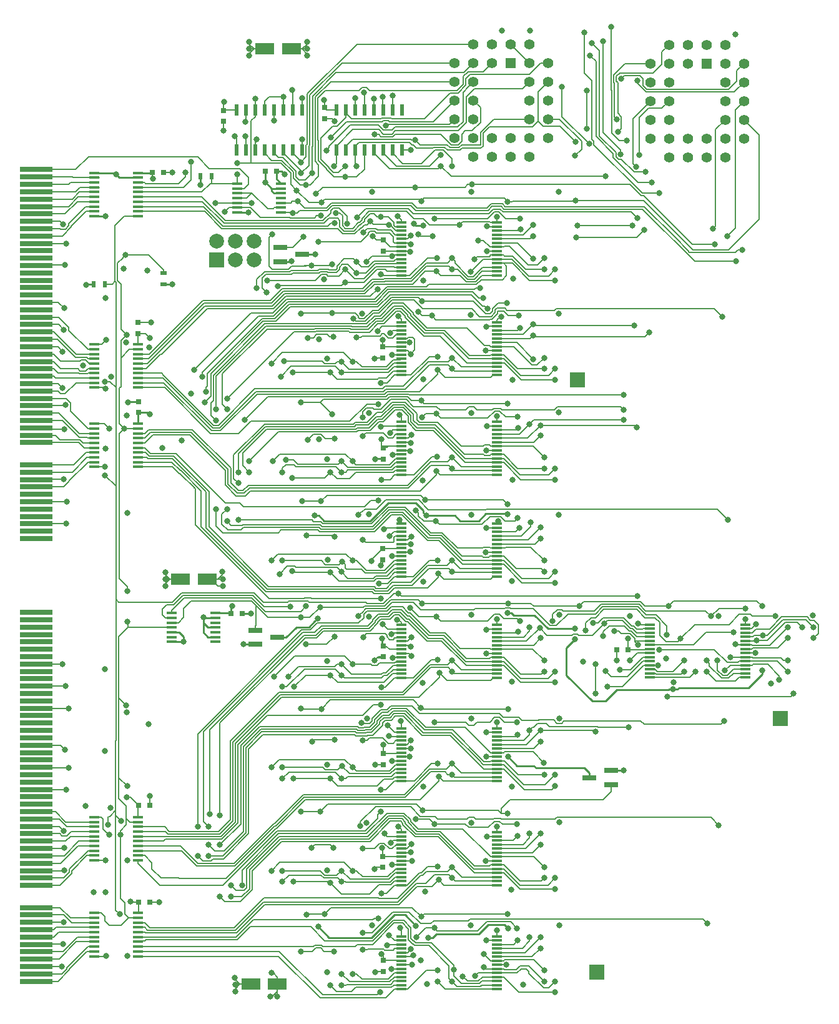
<source format=gtl>
G04 #@! TF.GenerationSoftware,KiCad,Pcbnew,(5.0.0-rc2-35-gda6600525)*
G04 #@! TF.CreationDate,2018-07-07T16:01:35-07:00*
G04 #@! TF.ProjectId,alu,616C752E6B696361645F706362000000,rev?*
G04 #@! TF.SameCoordinates,Original*
G04 #@! TF.FileFunction,Copper,L1,Top,Signal*
G04 #@! TF.FilePolarity,Positive*
%FSLAX46Y46*%
G04 Gerber Fmt 4.6, Leading zero omitted, Abs format (unit mm)*
G04 Created by KiCad (PCBNEW (5.0.0-rc2-35-gda6600525)) date 07/07/18 16:01:35*
%MOMM*%
%LPD*%
G01*
G04 APERTURE LIST*
G04 #@! TA.AperFunction,ComponentPad*
%ADD10C,1.397000*%
G04 #@! TD*
G04 #@! TA.AperFunction,ComponentPad*
%ADD11R,1.397000X1.397000*%
G04 #@! TD*
G04 #@! TA.AperFunction,SMDPad,CuDef*
%ADD12R,0.750000X0.800000*%
G04 #@! TD*
G04 #@! TA.AperFunction,SMDPad,CuDef*
%ADD13R,0.800000X0.750000*%
G04 #@! TD*
G04 #@! TA.AperFunction,ConnectorPad*
%ADD14R,4.400000X0.700000*%
G04 #@! TD*
G04 #@! TA.AperFunction,SMDPad,CuDef*
%ADD15R,0.600000X1.500000*%
G04 #@! TD*
G04 #@! TA.AperFunction,SMDPad,CuDef*
%ADD16R,1.400000X0.300000*%
G04 #@! TD*
G04 #@! TA.AperFunction,SMDPad,CuDef*
%ADD17R,1.450000X0.450000*%
G04 #@! TD*
G04 #@! TA.AperFunction,ComponentPad*
%ADD18C,2.000000*%
G04 #@! TD*
G04 #@! TA.AperFunction,ComponentPad*
%ADD19R,2.000000X2.000000*%
G04 #@! TD*
G04 #@! TA.AperFunction,SMDPad,CuDef*
%ADD20R,2.600000X1.600000*%
G04 #@! TD*
G04 #@! TA.AperFunction,SMDPad,CuDef*
%ADD21R,1.900000X0.800000*%
G04 #@! TD*
G04 #@! TA.AperFunction,SMDPad,CuDef*
%ADD22R,0.500000X0.900000*%
G04 #@! TD*
G04 #@! TA.AperFunction,SMDPad,CuDef*
%ADD23R,0.900000X0.500000*%
G04 #@! TD*
G04 #@! TA.AperFunction,ViaPad*
%ADD24C,0.800000*%
G04 #@! TD*
G04 #@! TA.AperFunction,Conductor*
%ADD25C,0.178000*%
G04 #@! TD*
G04 #@! TA.AperFunction,Conductor*
%ADD26C,0.254000*%
G04 #@! TD*
G04 APERTURE END LIST*
D10*
G04 #@! TO.P,U2,30*
G04 #@! TO.N,Net-(U2-Pad30)*
X74000000Y-36000000D03*
G04 #@! TO.P,U2,29*
G04 #@! TO.N,/BOOT_A[8]*
X76540000Y-38540000D03*
G04 #@! TO.P,U2,32*
G04 #@! TO.N,VCC*
X71460000Y-36000000D03*
G04 #@! TO.P,U2,31*
X74000000Y-38540000D03*
G04 #@! TO.P,U2,28*
G04 #@! TO.N,/BOOT_A[9]*
X74000000Y-41080000D03*
G04 #@! TO.P,U2,27*
G04 #@! TO.N,/BOOT_A[11]*
X76540000Y-41080000D03*
G04 #@! TO.P,U2,26*
G04 #@! TO.N,Net-(U2-Pad26)*
X74000000Y-43620000D03*
G04 #@! TO.P,U2,25*
G04 #@! TO.N,/BOOT_A[15]*
X76540000Y-43620000D03*
G04 #@! TO.P,U2,24*
G04 #@! TO.N,/BOOT_A[10]*
X74000000Y-46160000D03*
G04 #@! TO.P,U2,23*
G04 #@! TO.N,/~BOOT_ALU_EN*
X76540000Y-46160000D03*
G04 #@! TO.P,U2,22*
G04 #@! TO.N,/SLICE_D7*
X74000000Y-48700000D03*
G04 #@! TO.P,U2,21*
G04 #@! TO.N,/SLICE_D6*
X76540000Y-48700000D03*
G04 #@! TO.P,U2,20*
G04 #@! TO.N,/SLICE_D5*
X74000000Y-51240000D03*
G04 #@! TO.P,U2,19*
G04 #@! TO.N,/SLICE_D4*
X71460000Y-48700000D03*
G04 #@! TO.P,U2,18*
G04 #@! TO.N,/SLICE_D3*
X71460000Y-51240000D03*
G04 #@! TO.P,U2,17*
G04 #@! TO.N,Net-(U2-Pad17)*
X68920000Y-48700000D03*
G04 #@! TO.P,U2,16*
G04 #@! TO.N,GND*
X68920000Y-51240000D03*
G04 #@! TO.P,U2,15*
G04 #@! TO.N,/SLICE_D2*
X66380000Y-48700000D03*
G04 #@! TO.P,U2,14*
G04 #@! TO.N,/SLICE_D1*
X66380000Y-51240000D03*
G04 #@! TO.P,U2,13*
G04 #@! TO.N,/SLICE_D0*
X63840000Y-48700000D03*
G04 #@! TO.P,U2,12*
G04 #@! TO.N,Net-(U2-Pad12)*
X66380000Y-46160000D03*
G04 #@! TO.P,U2,11*
G04 #@! TO.N,/BOOT_A[0]*
X63840000Y-46160000D03*
G04 #@! TO.P,U2,10*
G04 #@! TO.N,/BOOT_A[1]*
X66380000Y-43620000D03*
G04 #@! TO.P,U2,9*
G04 #@! TO.N,/BOOT_A[2]*
X63840000Y-43620000D03*
G04 #@! TO.P,U2,8*
G04 #@! TO.N,/BOOT_A[3]*
X66380000Y-41080000D03*
G04 #@! TO.P,U2,7*
G04 #@! TO.N,/BOOT_A[4]*
X63840000Y-41080000D03*
G04 #@! TO.P,U2,6*
G04 #@! TO.N,/BOOT_A[5]*
X66380000Y-38540000D03*
G04 #@! TO.P,U2,5*
G04 #@! TO.N,/BOOT_A[6]*
X63840000Y-38540000D03*
G04 #@! TO.P,U2,4*
G04 #@! TO.N,/BOOT_A[7]*
X66380000Y-36000000D03*
G04 #@! TO.P,U2,3*
G04 #@! TO.N,/BOOT_A[12]*
X68920000Y-38540000D03*
G04 #@! TO.P,U2,2*
G04 #@! TO.N,Net-(U2-Pad2)*
X68920000Y-36000000D03*
D11*
G04 #@! TO.P,U2,1*
G04 #@! TO.N,Net-(U2-Pad1)*
X71460000Y-38540000D03*
G04 #@! TD*
D12*
G04 #@! TO.P,C1,1*
G04 #@! TO.N,VCC*
X32540000Y-44980000D03*
G04 #@! TO.P,C1,2*
G04 #@! TO.N,GND*
X32540000Y-46480000D03*
G04 #@! TD*
G04 #@! TO.P,C4,1*
G04 #@! TO.N,VCC*
X46200000Y-44610000D03*
G04 #@! TO.P,C4,2*
G04 #@! TO.N,GND*
X46200000Y-46110000D03*
G04 #@! TD*
G04 #@! TO.P,C11,1*
G04 #@! TO.N,VCC*
X54200000Y-62540000D03*
G04 #@! TO.P,C11,2*
G04 #@! TO.N,GND*
X54200000Y-64040000D03*
G04 #@! TD*
D13*
G04 #@! TO.P,C15,2*
G04 #@! TO.N,GND*
X85860000Y-118030000D03*
G04 #@! TO.P,C15,1*
G04 #@! TO.N,VCC*
X87360000Y-118030000D03*
G04 #@! TD*
D12*
G04 #@! TO.P,C16,2*
G04 #@! TO.N,GND*
X54080000Y-78540000D03*
G04 #@! TO.P,C16,1*
G04 #@! TO.N,VCC*
X54080000Y-77040000D03*
G04 #@! TD*
G04 #@! TO.P,C20,1*
G04 #@! TO.N,VCC*
X54190000Y-90710000D03*
G04 #@! TO.P,C20,2*
G04 #@! TO.N,GND*
X54190000Y-92210000D03*
G04 #@! TD*
G04 #@! TO.P,C24,1*
G04 #@! TO.N,VCC*
X54060000Y-104340000D03*
G04 #@! TO.P,C24,2*
G04 #@! TO.N,GND*
X54060000Y-105840000D03*
G04 #@! TD*
G04 #@! TO.P,C28,1*
G04 #@! TO.N,VCC*
X54160000Y-117530000D03*
G04 #@! TO.P,C28,2*
G04 #@! TO.N,GND*
X54160000Y-119030000D03*
G04 #@! TD*
G04 #@! TO.P,C32,1*
G04 #@! TO.N,VCC*
X54190000Y-132110000D03*
G04 #@! TO.P,C32,2*
G04 #@! TO.N,GND*
X54190000Y-133610000D03*
G04 #@! TD*
G04 #@! TO.P,C36,1*
G04 #@! TO.N,VCC*
X54110000Y-146060000D03*
G04 #@! TO.P,C36,2*
G04 #@! TO.N,GND*
X54110000Y-147560000D03*
G04 #@! TD*
G04 #@! TO.P,C40,2*
G04 #@! TO.N,GND*
X54140000Y-161670000D03*
G04 #@! TO.P,C40,1*
G04 #@! TO.N,VCC*
X54140000Y-160170000D03*
G04 #@! TD*
D13*
G04 #@! TO.P,C43,1*
G04 #@! TO.N,VCC*
X33500000Y-113200000D03*
G04 #@! TO.P,C43,2*
G04 #@! TO.N,GND*
X35000000Y-113200000D03*
G04 #@! TD*
G04 #@! TO.P,C44,2*
G04 #@! TO.N,GND*
X38160000Y-53230000D03*
G04 #@! TO.P,C44,1*
G04 #@! TO.N,VCC*
X39660000Y-53230000D03*
G04 #@! TD*
D14*
G04 #@! TO.P,P1,99*
G04 #@! TO.N,/rs1[31]*
X7100000Y-163000000D03*
G04 #@! TO.P,P1,100*
G04 #@! TO.N,/rs1[30]*
X7100000Y-162000000D03*
G04 #@! TO.P,P1,101*
G04 #@! TO.N,GND*
X7100000Y-161000000D03*
G04 #@! TO.P,P1,102*
G04 #@! TO.N,/rs1[29]*
X7100000Y-160000000D03*
G04 #@! TO.P,P1,103*
G04 #@! TO.N,/rs1[28]*
X7100000Y-159000000D03*
G04 #@! TO.P,P1,104*
G04 #@! TO.N,VCC*
X7100000Y-158000000D03*
G04 #@! TO.P,P1,105*
G04 #@! TO.N,/rs1[27]*
X7100000Y-157000000D03*
G04 #@! TO.P,P1,106*
G04 #@! TO.N,/rs1[26]*
X7100000Y-156000000D03*
G04 #@! TO.P,P1,107*
G04 #@! TO.N,GND*
X7100000Y-155000000D03*
G04 #@! TO.P,P1,108*
G04 #@! TO.N,/rs1[25]*
X7100000Y-154000000D03*
G04 #@! TO.P,P1,109*
G04 #@! TO.N,/rs1[24]*
X7100000Y-153000000D03*
G04 #@! TO.P,P1,110*
G04 #@! TO.N,/rs1[23]*
X7100000Y-150000000D03*
G04 #@! TO.P,P1,111*
G04 #@! TO.N,/rs1[22]*
X7100000Y-149000000D03*
G04 #@! TO.P,P1,112*
G04 #@! TO.N,GND*
X7100000Y-148000000D03*
G04 #@! TO.P,P1,113*
G04 #@! TO.N,/rs1[21]*
X7100000Y-147000000D03*
G04 #@! TO.P,P1,114*
G04 #@! TO.N,/rs1[20]*
X7100000Y-146000000D03*
G04 #@! TO.P,P1,115*
G04 #@! TO.N,VCC*
X7100000Y-145000000D03*
G04 #@! TO.P,P1,116*
G04 #@! TO.N,/rs1[19]*
X7100000Y-144000000D03*
G04 #@! TO.P,P1,117*
G04 #@! TO.N,/rs1[18]*
X7100000Y-143000000D03*
G04 #@! TO.P,P1,118*
G04 #@! TO.N,GND*
X7100000Y-142000000D03*
G04 #@! TO.P,P1,119*
G04 #@! TO.N,/rs1[17]*
X7100000Y-141000000D03*
G04 #@! TO.P,P1,120*
G04 #@! TO.N,/rs1[16]*
X7100000Y-140000000D03*
G04 #@! TO.P,P1,121*
G04 #@! TO.N,Net-(P1-Pad121)*
X7100000Y-139000000D03*
G04 #@! TO.P,P1,122*
G04 #@! TO.N,Net-(P1-Pad122)*
X7100000Y-138000000D03*
G04 #@! TO.P,P1,123*
G04 #@! TO.N,GND*
X7100000Y-137000000D03*
G04 #@! TO.P,P1,124*
G04 #@! TO.N,Net-(P1-Pad124)*
X7100000Y-136000000D03*
G04 #@! TO.P,P1,125*
G04 #@! TO.N,Net-(P1-Pad125)*
X7100000Y-135000000D03*
G04 #@! TO.P,P1,126*
G04 #@! TO.N,VCC*
X7100000Y-134000000D03*
G04 #@! TO.P,P1,127*
G04 #@! TO.N,Net-(P1-Pad127)*
X7100000Y-133000000D03*
G04 #@! TO.P,P1,128*
G04 #@! TO.N,Net-(P1-Pad128)*
X7100000Y-132000000D03*
G04 #@! TO.P,P1,129*
G04 #@! TO.N,GND*
X7100000Y-131000000D03*
G04 #@! TO.P,P1,130*
G04 #@! TO.N,Net-(P1-Pad130)*
X7100000Y-130000000D03*
G04 #@! TO.P,P1,131*
G04 #@! TO.N,Net-(P1-Pad131)*
X7100000Y-129000000D03*
G04 #@! TO.P,P1,132*
G04 #@! TO.N,Net-(P1-Pad132)*
X7100000Y-128000000D03*
G04 #@! TO.P,P1,133*
G04 #@! TO.N,Net-(P1-Pad133)*
X7100000Y-127000000D03*
G04 #@! TO.P,P1,134*
G04 #@! TO.N,GND*
X7100000Y-126000000D03*
G04 #@! TO.P,P1,135*
G04 #@! TO.N,Net-(P1-Pad135)*
X7100000Y-125000000D03*
G04 #@! TO.P,P1,136*
G04 #@! TO.N,Net-(P1-Pad136)*
X7100000Y-124000000D03*
G04 #@! TO.P,P1,137*
G04 #@! TO.N,VCC*
X7100000Y-123000000D03*
G04 #@! TO.P,P1,138*
G04 #@! TO.N,Net-(P1-Pad138)*
X7100000Y-122000000D03*
G04 #@! TO.P,P1,139*
G04 #@! TO.N,Net-(P1-Pad139)*
X7100000Y-121000000D03*
G04 #@! TO.P,P1,140*
G04 #@! TO.N,GND*
X7100000Y-120000000D03*
G04 #@! TO.P,P1,141*
G04 #@! TO.N,Net-(P1-Pad141)*
X7100000Y-119000000D03*
G04 #@! TO.P,P1,142*
G04 #@! TO.N,Net-(P1-Pad142)*
X7100000Y-118000000D03*
G04 #@! TO.P,P1,143*
G04 #@! TO.N,Net-(P1-Pad143)*
X7100000Y-117000000D03*
G04 #@! TO.P,P1,144*
G04 #@! TO.N,Net-(P1-Pad144)*
X7100000Y-116000000D03*
G04 #@! TO.P,P1,145*
G04 #@! TO.N,Net-(P1-Pad145)*
X7100000Y-115000000D03*
G04 #@! TO.P,P1,146*
G04 #@! TO.N,Net-(P1-Pad146)*
X7100000Y-114000000D03*
G04 #@! TO.P,P1,147*
G04 #@! TO.N,Net-(P1-Pad147)*
X7100000Y-113000000D03*
G04 #@! TO.P,P1,148*
G04 #@! TO.N,Net-(P1-Pad148)*
X7100000Y-103000000D03*
G04 #@! TO.P,P1,159*
G04 #@! TO.N,/rs1[12]*
X7100000Y-90000000D03*
G04 #@! TO.P,P1,149*
G04 #@! TO.N,Net-(P1-Pad149)*
X7100000Y-102000000D03*
G04 #@! TO.P,P1,150*
G04 #@! TO.N,GND*
X7100000Y-101000000D03*
G04 #@! TO.P,P1,151*
G04 #@! TO.N,Net-(P1-Pad151)*
X7100000Y-100000000D03*
G04 #@! TO.P,P1,152*
G04 #@! TO.N,Net-(P1-Pad152)*
X7100000Y-99000000D03*
G04 #@! TO.P,P1,153*
G04 #@! TO.N,VCC*
X7100000Y-98000000D03*
G04 #@! TO.P,P1,154*
G04 #@! TO.N,Net-(P1-Pad154)*
X7100000Y-97000000D03*
G04 #@! TO.P,P1,155*
G04 #@! TO.N,/rs1[15]*
X7100000Y-96000000D03*
G04 #@! TO.P,P1,156*
G04 #@! TO.N,GND*
X7100000Y-95000000D03*
G04 #@! TO.P,P1,157*
G04 #@! TO.N,/rs1[14]*
X7100000Y-94000000D03*
G04 #@! TO.P,P1,158*
G04 #@! TO.N,/rs1[13]*
X7100000Y-93000000D03*
G04 #@! TO.P,P1,160*
G04 #@! TO.N,/rs1[11]*
X7100000Y-89000000D03*
G04 #@! TO.P,P1,161*
G04 #@! TO.N,GND*
X7100000Y-88000000D03*
G04 #@! TO.P,P1,162*
G04 #@! TO.N,/rs1[10]*
X7100000Y-87000000D03*
G04 #@! TO.P,P1,163*
G04 #@! TO.N,/rs1[9]*
X7100000Y-86000000D03*
G04 #@! TO.P,P1,164*
G04 #@! TO.N,VCC*
X7100000Y-85000000D03*
G04 #@! TO.P,P1,165*
G04 #@! TO.N,/rs1[8]*
X7100000Y-84000000D03*
G04 #@! TO.P,P1,166*
G04 #@! TO.N,/rs1[7]*
X7100000Y-83000000D03*
G04 #@! TO.P,P1,167*
G04 #@! TO.N,GND*
X7100000Y-82000000D03*
G04 #@! TO.P,P1,168*
G04 #@! TO.N,/rs1[6]*
X7100000Y-81000000D03*
G04 #@! TO.P,P1,169*
G04 #@! TO.N,/rs1[5]*
X7100000Y-80000000D03*
G04 #@! TO.P,P1,170*
G04 #@! TO.N,/rs1[4]*
X7100000Y-79000000D03*
G04 #@! TO.P,P1,171*
G04 #@! TO.N,/rs1[3]*
X7100000Y-78000000D03*
G04 #@! TO.P,P1,172*
G04 #@! TO.N,GND*
X7100000Y-77000000D03*
G04 #@! TO.P,P1,173*
G04 #@! TO.N,/rs1[2]*
X7100000Y-76000000D03*
G04 #@! TO.P,P1,174*
G04 #@! TO.N,/rs1[1]*
X7100000Y-75000000D03*
G04 #@! TO.P,P1,175*
G04 #@! TO.N,VCC*
X7100000Y-74000000D03*
G04 #@! TO.P,P1,176*
G04 #@! TO.N,/rs1[0]*
X7100000Y-73000000D03*
G04 #@! TO.P,P1,177*
G04 #@! TO.N,Net-(P1-Pad177)*
X7100000Y-72000000D03*
G04 #@! TO.P,P1,178*
G04 #@! TO.N,GND*
X7100000Y-71000000D03*
G04 #@! TO.P,P1,179*
G04 #@! TO.N,Net-(P1-Pad179)*
X7100000Y-70000000D03*
G04 #@! TO.P,P1,180*
G04 #@! TO.N,Net-(P1-Pad180)*
X7100000Y-69000000D03*
G04 #@! TO.P,P1,181*
G04 #@! TO.N,Net-(P1-Pad181)*
X7100000Y-68000000D03*
G04 #@! TO.P,P1,182*
G04 #@! TO.N,Net-(P1-Pad182)*
X7100000Y-67000000D03*
G04 #@! TO.P,P1,183*
G04 #@! TO.N,GND*
X7100000Y-66000000D03*
G04 #@! TO.P,P1,184*
G04 #@! TO.N,Net-(P1-Pad184)*
X7100000Y-65000000D03*
G04 #@! TO.P,P1,185*
G04 #@! TO.N,Net-(P1-Pad185)*
X7100000Y-64000000D03*
G04 #@! TO.P,P1,186*
G04 #@! TO.N,VCC*
X7100000Y-63000000D03*
G04 #@! TO.P,P1,187*
G04 #@! TO.N,/~alu_oe'*
X7100000Y-62000000D03*
G04 #@! TO.P,P1,188*
G04 #@! TO.N,/f[0]*
X7100000Y-61000000D03*
G04 #@! TO.P,P1,189*
G04 #@! TO.N,GND*
X7100000Y-60000000D03*
G04 #@! TO.P,P1,190*
G04 #@! TO.N,/f[1]*
X7100000Y-59000000D03*
G04 #@! TO.P,P1,191*
G04 #@! TO.N,/f[2]*
X7100000Y-58000000D03*
G04 #@! TO.P,P1,192*
G04 #@! TO.N,/f[3]*
X7100000Y-57000000D03*
G04 #@! TO.P,P1,193*
G04 #@! TO.N,/~BOOT_ALU_EN'*
X7100000Y-56000000D03*
G04 #@! TO.P,P1,194*
G04 #@! TO.N,/BOOT_CLK'*
X7100000Y-55000000D03*
G04 #@! TO.P,P1,195*
G04 #@! TO.N,/~BOOT_RST'*
X7100000Y-54000000D03*
G04 #@! TO.P,P1,196*
G04 #@! TO.N,/~BOOT_WR*
X7100000Y-53000000D03*
G04 #@! TD*
D15*
G04 #@! TO.P,U1,1*
G04 #@! TO.N,/BOOT_A[1]*
X34255000Y-50300000D03*
G04 #@! TO.P,U1,2*
G04 #@! TO.N,/BOOT_A[2]*
X35525000Y-50300000D03*
G04 #@! TO.P,U1,3*
G04 #@! TO.N,/BOOT_A[3]*
X36795000Y-50300000D03*
G04 #@! TO.P,U1,4*
G04 #@! TO.N,/BOOT_A[4]*
X38065000Y-50300000D03*
G04 #@! TO.P,U1,5*
G04 #@! TO.N,/BOOT_A[5]*
X39335000Y-50300000D03*
G04 #@! TO.P,U1,6*
G04 #@! TO.N,/BOOT_A[6]*
X40605000Y-50300000D03*
G04 #@! TO.P,U1,7*
G04 #@! TO.N,/BOOT_A[7]*
X41875000Y-50300000D03*
G04 #@! TO.P,U1,8*
G04 #@! TO.N,GND*
X43145000Y-50300000D03*
G04 #@! TO.P,U1,9*
G04 #@! TO.N,/~BOOT_RCO*
X43145000Y-44900000D03*
G04 #@! TO.P,U1,10*
G04 #@! TO.N,/~BOOT_RST*
X41875000Y-44900000D03*
G04 #@! TO.P,U1,11*
G04 #@! TO.N,/BOOT_CLK*
X40605000Y-44900000D03*
G04 #@! TO.P,U1,12*
G04 #@! TO.N,GND*
X39335000Y-44900000D03*
G04 #@! TO.P,U1,13*
G04 #@! TO.N,/BOOT_CLK*
X38065000Y-44900000D03*
G04 #@! TO.P,U1,14*
G04 #@! TO.N,/~BOOT_ALU_EN*
X36795000Y-44900000D03*
G04 #@! TO.P,U1,15*
G04 #@! TO.N,/BOOT_A[0]*
X35525000Y-44900000D03*
G04 #@! TO.P,U1,16*
G04 #@! TO.N,VCC*
X34255000Y-44900000D03*
G04 #@! TD*
D11*
G04 #@! TO.P,U3,1*
G04 #@! TO.N,Net-(U3-Pad1)*
X98020000Y-38640000D03*
D10*
G04 #@! TO.P,U3,2*
G04 #@! TO.N,/BOOT_A[14]*
X95480000Y-36100000D03*
G04 #@! TO.P,U3,3*
G04 #@! TO.N,/BOOT_A[12]*
X95480000Y-38640000D03*
G04 #@! TO.P,U3,4*
G04 #@! TO.N,/BOOT_A[7]*
X92940000Y-36100000D03*
G04 #@! TO.P,U3,5*
G04 #@! TO.N,/BOOT_A[6]*
X90400000Y-38640000D03*
G04 #@! TO.P,U3,6*
G04 #@! TO.N,/BOOT_A[5]*
X92940000Y-38640000D03*
G04 #@! TO.P,U3,7*
G04 #@! TO.N,/BOOT_A[4]*
X90400000Y-41180000D03*
G04 #@! TO.P,U3,8*
G04 #@! TO.N,/BOOT_A[3]*
X92940000Y-41180000D03*
G04 #@! TO.P,U3,9*
G04 #@! TO.N,/BOOT_A[2]*
X90400000Y-43720000D03*
G04 #@! TO.P,U3,10*
G04 #@! TO.N,/BOOT_A[1]*
X92940000Y-43720000D03*
G04 #@! TO.P,U3,11*
G04 #@! TO.N,/BOOT_A[0]*
X90400000Y-46260000D03*
G04 #@! TO.P,U3,12*
G04 #@! TO.N,Net-(U3-Pad12)*
X92940000Y-46260000D03*
G04 #@! TO.P,U3,13*
G04 #@! TO.N,/CLA_D0*
X90400000Y-48800000D03*
G04 #@! TO.P,U3,14*
G04 #@! TO.N,/CLA_D1*
X92940000Y-51340000D03*
G04 #@! TO.P,U3,15*
G04 #@! TO.N,/CLA_D2*
X92940000Y-48800000D03*
G04 #@! TO.P,U3,16*
G04 #@! TO.N,GND*
X95480000Y-51340000D03*
G04 #@! TO.P,U3,17*
G04 #@! TO.N,Net-(U3-Pad17)*
X95480000Y-48800000D03*
G04 #@! TO.P,U3,18*
G04 #@! TO.N,/CLA_D3*
X98020000Y-51340000D03*
G04 #@! TO.P,U3,19*
G04 #@! TO.N,/CLA_D4*
X98020000Y-48800000D03*
G04 #@! TO.P,U3,20*
G04 #@! TO.N,/CLA_D5*
X100560000Y-51340000D03*
G04 #@! TO.P,U3,21*
G04 #@! TO.N,/CLA_D6*
X103100000Y-48800000D03*
G04 #@! TO.P,U3,22*
G04 #@! TO.N,/CLA_D7*
X100560000Y-48800000D03*
G04 #@! TO.P,U3,23*
G04 #@! TO.N,/~BOOT_ALU_EN*
X103100000Y-46260000D03*
G04 #@! TO.P,U3,24*
G04 #@! TO.N,/BOOT_A[10]*
X100560000Y-46260000D03*
G04 #@! TO.P,U3,25*
G04 #@! TO.N,/~BOOT_A[15]*
X103100000Y-43720000D03*
G04 #@! TO.P,U3,26*
G04 #@! TO.N,Net-(U3-Pad26)*
X100560000Y-43720000D03*
G04 #@! TO.P,U3,27*
G04 #@! TO.N,/BOOT_A[11]*
X103100000Y-41180000D03*
G04 #@! TO.P,U3,28*
G04 #@! TO.N,/BOOT_A[9]*
X100560000Y-41180000D03*
G04 #@! TO.P,U3,31*
G04 #@! TO.N,VCC*
X100560000Y-38640000D03*
G04 #@! TO.P,U3,32*
X98020000Y-36100000D03*
G04 #@! TO.P,U3,29*
G04 #@! TO.N,/BOOT_A[8]*
X103100000Y-38640000D03*
G04 #@! TO.P,U3,30*
G04 #@! TO.N,/BOOT_A[13]*
X100560000Y-36100000D03*
G04 #@! TD*
D15*
G04 #@! TO.P,U4,16*
G04 #@! TO.N,VCC*
X47800000Y-44900000D03*
G04 #@! TO.P,U4,15*
G04 #@! TO.N,/BOOT_A[8]*
X49070000Y-44900000D03*
G04 #@! TO.P,U4,14*
G04 #@! TO.N,/~BOOT_ALU_EN*
X50340000Y-44900000D03*
G04 #@! TO.P,U4,13*
G04 #@! TO.N,/BOOT_CLK*
X51610000Y-44900000D03*
G04 #@! TO.P,U4,12*
G04 #@! TO.N,GND*
X52880000Y-44900000D03*
G04 #@! TO.P,U4,11*
G04 #@! TO.N,/~BOOT_RCO*
X54150000Y-44900000D03*
G04 #@! TO.P,U4,10*
G04 #@! TO.N,/~BOOT_RST*
X55420000Y-44900000D03*
G04 #@! TO.P,U4,9*
G04 #@! TO.N,Net-(U4-Pad9)*
X56690000Y-44900000D03*
G04 #@! TO.P,U4,8*
G04 #@! TO.N,GND*
X56690000Y-50300000D03*
G04 #@! TO.P,U4,7*
G04 #@! TO.N,/BOOT_A[15]*
X55420000Y-50300000D03*
G04 #@! TO.P,U4,6*
G04 #@! TO.N,/BOOT_A[14]*
X54150000Y-50300000D03*
G04 #@! TO.P,U4,5*
G04 #@! TO.N,/BOOT_A[13]*
X52880000Y-50300000D03*
G04 #@! TO.P,U4,4*
G04 #@! TO.N,/BOOT_A[12]*
X51610000Y-50300000D03*
G04 #@! TO.P,U4,3*
G04 #@! TO.N,/BOOT_A[11]*
X50340000Y-50300000D03*
G04 #@! TO.P,U4,2*
G04 #@! TO.N,/BOOT_A[10]*
X49070000Y-50300000D03*
G04 #@! TO.P,U4,1*
G04 #@! TO.N,/BOOT_A[9]*
X47800000Y-50300000D03*
G04 #@! TD*
D16*
G04 #@! TO.P,U11,6*
G04 #@! TO.N,/rs2b[0]*
X56600000Y-66800000D03*
G04 #@! TO.P,U11,5*
G04 #@! TO.N,/rs2b[1]*
X56600000Y-66250000D03*
G04 #@! TO.P,U11,4*
G04 #@! TO.N,/rs2b[2]*
X56600000Y-65700000D03*
G04 #@! TO.P,U11,3*
G04 #@! TO.N,/rs2b[3]*
X56600000Y-65150000D03*
G04 #@! TO.P,U11,2*
G04 #@! TO.N,/alu_f[3]*
X56600000Y-64600000D03*
G04 #@! TO.P,U11,1*
G04 #@! TO.N,GND*
X56600000Y-64050000D03*
G04 #@! TO.P,U11,28*
G04 #@! TO.N,VCC*
X56600000Y-63500000D03*
G04 #@! TO.P,U11,27*
G04 #@! TO.N,/~BOOT_ALU_WR*
X56600000Y-62950000D03*
G04 #@! TO.P,U11,26*
G04 #@! TO.N,GND*
X56600000Y-62400000D03*
G04 #@! TO.P,U11,25*
G04 #@! TO.N,/cin[0]*
X56600000Y-61850000D03*
G04 #@! TO.P,U11,24*
G04 #@! TO.N,/alu_f[0]*
X56600000Y-61300000D03*
G04 #@! TO.P,U11,23*
G04 #@! TO.N,/alu_f[2]*
X56600000Y-60750000D03*
G04 #@! TO.P,U11,22*
G04 #@! TO.N,/~alu_oe*
X56600000Y-60200000D03*
G04 #@! TO.P,U11,7*
G04 #@! TO.N,/rs1b[3]*
X56600000Y-67350000D03*
G04 #@! TO.P,U11,8*
G04 #@! TO.N,/rs1b[2]*
X69600000Y-67350000D03*
G04 #@! TO.P,U11,9*
G04 #@! TO.N,/rs1b[1]*
X69600000Y-66800000D03*
G04 #@! TO.P,U11,13*
G04 #@! TO.N,/rdb[2]*
X69600000Y-64600000D03*
G04 #@! TO.P,U11,15*
G04 #@! TO.N,/rdb[3]*
X69600000Y-63500000D03*
G04 #@! TO.P,U11,18*
G04 #@! TO.N,/g[0]*
X69600000Y-61850000D03*
G04 #@! TO.P,U11,19*
G04 #@! TO.N,/lt[0]*
X69600000Y-61300000D03*
G04 #@! TO.P,U11,20*
G04 #@! TO.N,GND*
X69600000Y-60750000D03*
G04 #@! TO.P,U11,16*
G04 #@! TO.N,/cout[0]*
X69600000Y-62950000D03*
G04 #@! TO.P,U11,21*
G04 #@! TO.N,/alu_f[1]*
X69600000Y-60200000D03*
G04 #@! TO.P,U11,10*
G04 #@! TO.N,/rs1b[0]*
X69600000Y-66250000D03*
G04 #@! TO.P,U11,11*
G04 #@! TO.N,/rdb[0]'*
X69600000Y-65700000D03*
G04 #@! TO.P,U11,12*
G04 #@! TO.N,/rdb[1]*
X69600000Y-65150000D03*
G04 #@! TO.P,U11,17*
G04 #@! TO.N,/p[0]*
X69600000Y-62400000D03*
G04 #@! TO.P,U11,14*
G04 #@! TO.N,GND*
X69600000Y-64050000D03*
G04 #@! TD*
G04 #@! TO.P,U15,14*
G04 #@! TO.N,GND*
X103300000Y-118500000D03*
G04 #@! TO.P,U15,17*
G04 #@! TO.N,/cin[6]*
X103300000Y-116850000D03*
G04 #@! TO.P,U15,12*
G04 #@! TO.N,/cin[2]*
X103300000Y-119600000D03*
G04 #@! TO.P,U15,11*
G04 #@! TO.N,/cin[1]*
X103300000Y-120150000D03*
G04 #@! TO.P,U15,10*
G04 #@! TO.N,/cin[0]*
X103300000Y-120700000D03*
G04 #@! TO.P,U15,21*
G04 #@! TO.N,/g[4]*
X103300000Y-114650000D03*
G04 #@! TO.P,U15,16*
G04 #@! TO.N,/cin[5]*
X103300000Y-117400000D03*
G04 #@! TO.P,U15,20*
G04 #@! TO.N,GND*
X103300000Y-115200000D03*
G04 #@! TO.P,U15,19*
G04 #@! TO.N,Net-(U10-Pad11)*
X103300000Y-115750000D03*
G04 #@! TO.P,U15,18*
G04 #@! TO.N,/cin[7]*
X103300000Y-116300000D03*
G04 #@! TO.P,U15,15*
G04 #@! TO.N,/cin[4]*
X103300000Y-117950000D03*
G04 #@! TO.P,U15,13*
G04 #@! TO.N,/cin[3]*
X103300000Y-119050000D03*
G04 #@! TO.P,U15,9*
G04 #@! TO.N,/p[0]*
X103300000Y-121250000D03*
G04 #@! TO.P,U15,8*
G04 #@! TO.N,/g[0]*
X103300000Y-121800000D03*
G04 #@! TO.P,U15,7*
G04 #@! TO.N,/p[1]*
X90300000Y-121800000D03*
G04 #@! TO.P,U15,22*
G04 #@! TO.N,/~alu_oe*
X90300000Y-114650000D03*
G04 #@! TO.P,U15,23*
G04 #@! TO.N,/p[5]*
X90300000Y-115200000D03*
G04 #@! TO.P,U15,24*
G04 #@! TO.N,/p[4]*
X90300000Y-115750000D03*
G04 #@! TO.P,U15,25*
G04 #@! TO.N,/g[3]*
X90300000Y-116300000D03*
G04 #@! TO.P,U15,26*
G04 #@! TO.N,/p[6]*
X90300000Y-116850000D03*
G04 #@! TO.P,U15,27*
G04 #@! TO.N,/~BOOT_CLA_WR*
X90300000Y-117400000D03*
G04 #@! TO.P,U15,28*
G04 #@! TO.N,VCC*
X90300000Y-117950000D03*
G04 #@! TO.P,U15,1*
G04 #@! TO.N,/g[6]*
X90300000Y-118500000D03*
G04 #@! TO.P,U15,2*
G04 #@! TO.N,/g[5]*
X90300000Y-119050000D03*
G04 #@! TO.P,U15,3*
G04 #@! TO.N,/p[3]*
X90300000Y-119600000D03*
G04 #@! TO.P,U15,4*
G04 #@! TO.N,/g[2]*
X90300000Y-120150000D03*
G04 #@! TO.P,U15,5*
G04 #@! TO.N,/p[2]*
X90300000Y-120700000D03*
G04 #@! TO.P,U15,6*
G04 #@! TO.N,/g[1]*
X90300000Y-121250000D03*
G04 #@! TD*
G04 #@! TO.P,U16,6*
G04 #@! TO.N,/rs2b[4]*
X56600000Y-80300000D03*
G04 #@! TO.P,U16,5*
G04 #@! TO.N,/rs2b[5]*
X56600000Y-79750000D03*
G04 #@! TO.P,U16,4*
G04 #@! TO.N,/rs2b[6]*
X56600000Y-79200000D03*
G04 #@! TO.P,U16,3*
G04 #@! TO.N,/rs2b[7]*
X56600000Y-78650000D03*
G04 #@! TO.P,U16,2*
G04 #@! TO.N,/alu_f[3]*
X56600000Y-78100000D03*
G04 #@! TO.P,U16,1*
G04 #@! TO.N,GND*
X56600000Y-77550000D03*
G04 #@! TO.P,U16,28*
G04 #@! TO.N,VCC*
X56600000Y-77000000D03*
G04 #@! TO.P,U16,27*
G04 #@! TO.N,/~BOOT_ALU_WR*
X56600000Y-76450000D03*
G04 #@! TO.P,U16,26*
G04 #@! TO.N,GND*
X56600000Y-75900000D03*
G04 #@! TO.P,U16,25*
G04 #@! TO.N,/cin[1]*
X56600000Y-75350000D03*
G04 #@! TO.P,U16,24*
G04 #@! TO.N,/alu_f[0]*
X56600000Y-74800000D03*
G04 #@! TO.P,U16,23*
G04 #@! TO.N,/alu_f[2]*
X56600000Y-74250000D03*
G04 #@! TO.P,U16,22*
G04 #@! TO.N,/~alu_oe*
X56600000Y-73700000D03*
G04 #@! TO.P,U16,7*
G04 #@! TO.N,/rs1b[7]*
X56600000Y-80850000D03*
G04 #@! TO.P,U16,8*
G04 #@! TO.N,/rs1b[6]*
X69600000Y-80850000D03*
G04 #@! TO.P,U16,9*
G04 #@! TO.N,/rs1b[5]*
X69600000Y-80300000D03*
G04 #@! TO.P,U16,13*
G04 #@! TO.N,/rdb[6]*
X69600000Y-78100000D03*
G04 #@! TO.P,U16,15*
G04 #@! TO.N,/rdb[7]*
X69600000Y-77000000D03*
G04 #@! TO.P,U16,18*
G04 #@! TO.N,/g[1]*
X69600000Y-75350000D03*
G04 #@! TO.P,U16,19*
G04 #@! TO.N,/lt[1]*
X69600000Y-74800000D03*
G04 #@! TO.P,U16,20*
G04 #@! TO.N,GND*
X69600000Y-74250000D03*
G04 #@! TO.P,U16,16*
G04 #@! TO.N,/cout[1]*
X69600000Y-76450000D03*
G04 #@! TO.P,U16,21*
G04 #@! TO.N,/alu_f[1]*
X69600000Y-73700000D03*
G04 #@! TO.P,U16,10*
G04 #@! TO.N,/rs1b[4]*
X69600000Y-79750000D03*
G04 #@! TO.P,U16,11*
G04 #@! TO.N,/rdb[4]*
X69600000Y-79200000D03*
G04 #@! TO.P,U16,12*
G04 #@! TO.N,/rdb[5]*
X69600000Y-78650000D03*
G04 #@! TO.P,U16,17*
G04 #@! TO.N,/p[1]*
X69600000Y-75900000D03*
G04 #@! TO.P,U16,14*
G04 #@! TO.N,GND*
X69600000Y-77550000D03*
G04 #@! TD*
G04 #@! TO.P,U20,14*
G04 #@! TO.N,GND*
X69600000Y-91050000D03*
G04 #@! TO.P,U20,17*
G04 #@! TO.N,/p[2]*
X69600000Y-89400000D03*
G04 #@! TO.P,U20,12*
G04 #@! TO.N,/rdb[9]*
X69600000Y-92150000D03*
G04 #@! TO.P,U20,11*
G04 #@! TO.N,/rdb[8]*
X69600000Y-92700000D03*
G04 #@! TO.P,U20,10*
G04 #@! TO.N,/rs1b[8]*
X69600000Y-93250000D03*
G04 #@! TO.P,U20,21*
G04 #@! TO.N,/alu_f[1]*
X69600000Y-87200000D03*
G04 #@! TO.P,U20,16*
G04 #@! TO.N,/cout[2]*
X69600000Y-89950000D03*
G04 #@! TO.P,U20,20*
G04 #@! TO.N,GND*
X69600000Y-87750000D03*
G04 #@! TO.P,U20,19*
G04 #@! TO.N,/lt[2]*
X69600000Y-88300000D03*
G04 #@! TO.P,U20,18*
G04 #@! TO.N,/g[2]*
X69600000Y-88850000D03*
G04 #@! TO.P,U20,15*
G04 #@! TO.N,/rdb[11]*
X69600000Y-90500000D03*
G04 #@! TO.P,U20,13*
G04 #@! TO.N,/rdb[10]*
X69600000Y-91600000D03*
G04 #@! TO.P,U20,9*
G04 #@! TO.N,/rs1b[9]*
X69600000Y-93800000D03*
G04 #@! TO.P,U20,8*
G04 #@! TO.N,/rs1b[10]*
X69600000Y-94350000D03*
G04 #@! TO.P,U20,7*
G04 #@! TO.N,/rs1b[11]*
X56600000Y-94350000D03*
G04 #@! TO.P,U20,22*
G04 #@! TO.N,/~alu_oe*
X56600000Y-87200000D03*
G04 #@! TO.P,U20,23*
G04 #@! TO.N,/alu_f[2]*
X56600000Y-87750000D03*
G04 #@! TO.P,U20,24*
G04 #@! TO.N,/alu_f[0]*
X56600000Y-88300000D03*
G04 #@! TO.P,U20,25*
G04 #@! TO.N,/cin[2]*
X56600000Y-88850000D03*
G04 #@! TO.P,U20,26*
G04 #@! TO.N,GND*
X56600000Y-89400000D03*
G04 #@! TO.P,U20,27*
G04 #@! TO.N,/~BOOT_ALU_WR*
X56600000Y-89950000D03*
G04 #@! TO.P,U20,28*
G04 #@! TO.N,VCC*
X56600000Y-90500000D03*
G04 #@! TO.P,U20,1*
G04 #@! TO.N,GND*
X56600000Y-91050000D03*
G04 #@! TO.P,U20,2*
G04 #@! TO.N,/alu_f[3]*
X56600000Y-91600000D03*
G04 #@! TO.P,U20,3*
G04 #@! TO.N,/rs2b[11]*
X56600000Y-92150000D03*
G04 #@! TO.P,U20,4*
G04 #@! TO.N,/rs2b[10]*
X56600000Y-92700000D03*
G04 #@! TO.P,U20,5*
G04 #@! TO.N,/rs2b[9]*
X56600000Y-93250000D03*
G04 #@! TO.P,U20,6*
G04 #@! TO.N,/rs2b[8]*
X56600000Y-93800000D03*
G04 #@! TD*
G04 #@! TO.P,U24,6*
G04 #@! TO.N,/rs2b[12]*
X56600000Y-107600000D03*
G04 #@! TO.P,U24,5*
G04 #@! TO.N,/rs2b[13]*
X56600000Y-107050000D03*
G04 #@! TO.P,U24,4*
G04 #@! TO.N,/rs2b[14]*
X56600000Y-106500000D03*
G04 #@! TO.P,U24,3*
G04 #@! TO.N,/rs2b[15]*
X56600000Y-105950000D03*
G04 #@! TO.P,U24,2*
G04 #@! TO.N,/alu_f[3]*
X56600000Y-105400000D03*
G04 #@! TO.P,U24,1*
G04 #@! TO.N,GND*
X56600000Y-104850000D03*
G04 #@! TO.P,U24,28*
G04 #@! TO.N,VCC*
X56600000Y-104300000D03*
G04 #@! TO.P,U24,27*
G04 #@! TO.N,/~BOOT_ALU_WR*
X56600000Y-103750000D03*
G04 #@! TO.P,U24,26*
G04 #@! TO.N,GND*
X56600000Y-103200000D03*
G04 #@! TO.P,U24,25*
G04 #@! TO.N,/cin[3]*
X56600000Y-102650000D03*
G04 #@! TO.P,U24,24*
G04 #@! TO.N,/alu_f[0]*
X56600000Y-102100000D03*
G04 #@! TO.P,U24,23*
G04 #@! TO.N,/alu_f[2]*
X56600000Y-101550000D03*
G04 #@! TO.P,U24,22*
G04 #@! TO.N,/~alu_oe*
X56600000Y-101000000D03*
G04 #@! TO.P,U24,7*
G04 #@! TO.N,/rs1b[15]*
X56600000Y-108150000D03*
G04 #@! TO.P,U24,8*
G04 #@! TO.N,/rs1b[14]*
X69600000Y-108150000D03*
G04 #@! TO.P,U24,9*
G04 #@! TO.N,/rs1b[13]*
X69600000Y-107600000D03*
G04 #@! TO.P,U24,13*
G04 #@! TO.N,/rdb[14]*
X69600000Y-105400000D03*
G04 #@! TO.P,U24,15*
G04 #@! TO.N,/rdb[15]*
X69600000Y-104300000D03*
G04 #@! TO.P,U24,18*
G04 #@! TO.N,/g[3]*
X69600000Y-102650000D03*
G04 #@! TO.P,U24,19*
G04 #@! TO.N,/lt[3]*
X69600000Y-102100000D03*
G04 #@! TO.P,U24,20*
G04 #@! TO.N,GND*
X69600000Y-101550000D03*
G04 #@! TO.P,U24,16*
G04 #@! TO.N,/cout[3]*
X69600000Y-103750000D03*
G04 #@! TO.P,U24,21*
G04 #@! TO.N,/alu_f[1]*
X69600000Y-101000000D03*
G04 #@! TO.P,U24,10*
G04 #@! TO.N,/rs1b[12]*
X69600000Y-107050000D03*
G04 #@! TO.P,U24,11*
G04 #@! TO.N,/rdb[12]*
X69600000Y-106500000D03*
G04 #@! TO.P,U24,12*
G04 #@! TO.N,/rdb[13]*
X69600000Y-105950000D03*
G04 #@! TO.P,U24,17*
G04 #@! TO.N,/p[3]*
X69600000Y-103200000D03*
G04 #@! TO.P,U24,14*
G04 #@! TO.N,GND*
X69600000Y-104850000D03*
G04 #@! TD*
G04 #@! TO.P,U28,14*
G04 #@! TO.N,GND*
X69600000Y-118550000D03*
G04 #@! TO.P,U28,17*
G04 #@! TO.N,/p[4]*
X69600000Y-116900000D03*
G04 #@! TO.P,U28,12*
G04 #@! TO.N,/rdb[17]*
X69600000Y-119650000D03*
G04 #@! TO.P,U28,11*
G04 #@! TO.N,/rdb[16]*
X69600000Y-120200000D03*
G04 #@! TO.P,U28,10*
G04 #@! TO.N,/rs1b[16]*
X69600000Y-120750000D03*
G04 #@! TO.P,U28,21*
G04 #@! TO.N,/alu_f[1]*
X69600000Y-114700000D03*
G04 #@! TO.P,U28,16*
G04 #@! TO.N,/cout[4]*
X69600000Y-117450000D03*
G04 #@! TO.P,U28,20*
G04 #@! TO.N,GND*
X69600000Y-115250000D03*
G04 #@! TO.P,U28,19*
G04 #@! TO.N,/lt[4]*
X69600000Y-115800000D03*
G04 #@! TO.P,U28,18*
G04 #@! TO.N,/g[4]*
X69600000Y-116350000D03*
G04 #@! TO.P,U28,15*
G04 #@! TO.N,/rdb[19]*
X69600000Y-118000000D03*
G04 #@! TO.P,U28,13*
G04 #@! TO.N,/rdb[18]*
X69600000Y-119100000D03*
G04 #@! TO.P,U28,9*
G04 #@! TO.N,/rs1b[17]*
X69600000Y-121300000D03*
G04 #@! TO.P,U28,8*
G04 #@! TO.N,/rs1b[18]*
X69600000Y-121850000D03*
G04 #@! TO.P,U28,7*
G04 #@! TO.N,/rs1b[19]*
X56600000Y-121850000D03*
G04 #@! TO.P,U28,22*
G04 #@! TO.N,/~alu_oe*
X56600000Y-114700000D03*
G04 #@! TO.P,U28,23*
G04 #@! TO.N,/alu_f[2]*
X56600000Y-115250000D03*
G04 #@! TO.P,U28,24*
G04 #@! TO.N,/alu_f[0]*
X56600000Y-115800000D03*
G04 #@! TO.P,U28,25*
G04 #@! TO.N,/cin[4]*
X56600000Y-116350000D03*
G04 #@! TO.P,U28,26*
G04 #@! TO.N,GND*
X56600000Y-116900000D03*
G04 #@! TO.P,U28,27*
G04 #@! TO.N,/~BOOT_ALU_WR*
X56600000Y-117450000D03*
G04 #@! TO.P,U28,28*
G04 #@! TO.N,VCC*
X56600000Y-118000000D03*
G04 #@! TO.P,U28,1*
G04 #@! TO.N,GND*
X56600000Y-118550000D03*
G04 #@! TO.P,U28,2*
G04 #@! TO.N,/alu_f[3]*
X56600000Y-119100000D03*
G04 #@! TO.P,U28,3*
G04 #@! TO.N,/rs2b[19]*
X56600000Y-119650000D03*
G04 #@! TO.P,U28,4*
G04 #@! TO.N,/rs2b[18]*
X56600000Y-120200000D03*
G04 #@! TO.P,U28,5*
G04 #@! TO.N,/rs2b[17]*
X56600000Y-120750000D03*
G04 #@! TO.P,U28,6*
G04 #@! TO.N,/rs2b[16]*
X56600000Y-121300000D03*
G04 #@! TD*
G04 #@! TO.P,U32,6*
G04 #@! TO.N,/rs2b[20]*
X56600000Y-135300000D03*
G04 #@! TO.P,U32,5*
G04 #@! TO.N,/rs2b[21]*
X56600000Y-134750000D03*
G04 #@! TO.P,U32,4*
G04 #@! TO.N,/rs2b[22]*
X56600000Y-134200000D03*
G04 #@! TO.P,U32,3*
G04 #@! TO.N,/rs2b[23]*
X56600000Y-133650000D03*
G04 #@! TO.P,U32,2*
G04 #@! TO.N,/alu_f[3]*
X56600000Y-133100000D03*
G04 #@! TO.P,U32,1*
G04 #@! TO.N,GND*
X56600000Y-132550000D03*
G04 #@! TO.P,U32,28*
G04 #@! TO.N,VCC*
X56600000Y-132000000D03*
G04 #@! TO.P,U32,27*
G04 #@! TO.N,/~BOOT_ALU_WR*
X56600000Y-131450000D03*
G04 #@! TO.P,U32,26*
G04 #@! TO.N,GND*
X56600000Y-130900000D03*
G04 #@! TO.P,U32,25*
G04 #@! TO.N,/cin[5]*
X56600000Y-130350000D03*
G04 #@! TO.P,U32,24*
G04 #@! TO.N,/alu_f[0]*
X56600000Y-129800000D03*
G04 #@! TO.P,U32,23*
G04 #@! TO.N,/alu_f[2]*
X56600000Y-129250000D03*
G04 #@! TO.P,U32,22*
G04 #@! TO.N,/~alu_oe*
X56600000Y-128700000D03*
G04 #@! TO.P,U32,7*
G04 #@! TO.N,/rs1b[23]*
X56600000Y-135850000D03*
G04 #@! TO.P,U32,8*
G04 #@! TO.N,/rs1b[22]*
X69600000Y-135850000D03*
G04 #@! TO.P,U32,9*
G04 #@! TO.N,/rs1b[21]*
X69600000Y-135300000D03*
G04 #@! TO.P,U32,13*
G04 #@! TO.N,/rdb[22]*
X69600000Y-133100000D03*
G04 #@! TO.P,U32,15*
G04 #@! TO.N,/rdb[23]*
X69600000Y-132000000D03*
G04 #@! TO.P,U32,18*
G04 #@! TO.N,/g[5]*
X69600000Y-130350000D03*
G04 #@! TO.P,U32,19*
G04 #@! TO.N,/lt[5]*
X69600000Y-129800000D03*
G04 #@! TO.P,U32,20*
G04 #@! TO.N,GND*
X69600000Y-129250000D03*
G04 #@! TO.P,U32,16*
G04 #@! TO.N,/cout[5]*
X69600000Y-131450000D03*
G04 #@! TO.P,U32,21*
G04 #@! TO.N,/alu_f[1]*
X69600000Y-128700000D03*
G04 #@! TO.P,U32,10*
G04 #@! TO.N,/rs1b[20]*
X69600000Y-134750000D03*
G04 #@! TO.P,U32,11*
G04 #@! TO.N,/rdb[20]*
X69600000Y-134200000D03*
G04 #@! TO.P,U32,12*
G04 #@! TO.N,/rdb[21]*
X69600000Y-133650000D03*
G04 #@! TO.P,U32,17*
G04 #@! TO.N,/p[5]*
X69600000Y-130900000D03*
G04 #@! TO.P,U32,14*
G04 #@! TO.N,GND*
X69600000Y-132550000D03*
G04 #@! TD*
G04 #@! TO.P,U36,14*
G04 #@! TO.N,GND*
X69600000Y-146650000D03*
G04 #@! TO.P,U36,17*
G04 #@! TO.N,/p[6]*
X69600000Y-145000000D03*
G04 #@! TO.P,U36,12*
G04 #@! TO.N,/rdb[25]*
X69600000Y-147750000D03*
G04 #@! TO.P,U36,11*
G04 #@! TO.N,/rdb[24]*
X69600000Y-148300000D03*
G04 #@! TO.P,U36,10*
G04 #@! TO.N,/rs1b[24]*
X69600000Y-148850000D03*
G04 #@! TO.P,U36,21*
G04 #@! TO.N,/alu_f[1]*
X69600000Y-142800000D03*
G04 #@! TO.P,U36,16*
G04 #@! TO.N,/cout[6]*
X69600000Y-145550000D03*
G04 #@! TO.P,U36,20*
G04 #@! TO.N,GND*
X69600000Y-143350000D03*
G04 #@! TO.P,U36,19*
G04 #@! TO.N,/lt[6]*
X69600000Y-143900000D03*
G04 #@! TO.P,U36,18*
G04 #@! TO.N,/g[6]*
X69600000Y-144450000D03*
G04 #@! TO.P,U36,15*
G04 #@! TO.N,/rdb[27]*
X69600000Y-146100000D03*
G04 #@! TO.P,U36,13*
G04 #@! TO.N,/rdb[26]*
X69600000Y-147200000D03*
G04 #@! TO.P,U36,9*
G04 #@! TO.N,/rs1b[25]*
X69600000Y-149400000D03*
G04 #@! TO.P,U36,8*
G04 #@! TO.N,/rs1b[26]*
X69600000Y-149950000D03*
G04 #@! TO.P,U36,7*
G04 #@! TO.N,/rs1b[27]*
X56600000Y-149950000D03*
G04 #@! TO.P,U36,22*
G04 #@! TO.N,/~alu_oe*
X56600000Y-142800000D03*
G04 #@! TO.P,U36,23*
G04 #@! TO.N,/alu_f[2]*
X56600000Y-143350000D03*
G04 #@! TO.P,U36,24*
G04 #@! TO.N,/alu_f[0]*
X56600000Y-143900000D03*
G04 #@! TO.P,U36,25*
G04 #@! TO.N,/cin[6]*
X56600000Y-144450000D03*
G04 #@! TO.P,U36,26*
G04 #@! TO.N,GND*
X56600000Y-145000000D03*
G04 #@! TO.P,U36,27*
G04 #@! TO.N,/~BOOT_ALU_WR*
X56600000Y-145550000D03*
G04 #@! TO.P,U36,28*
G04 #@! TO.N,VCC*
X56600000Y-146100000D03*
G04 #@! TO.P,U36,1*
G04 #@! TO.N,GND*
X56600000Y-146650000D03*
G04 #@! TO.P,U36,2*
G04 #@! TO.N,/alu_f[3]*
X56600000Y-147200000D03*
G04 #@! TO.P,U36,3*
G04 #@! TO.N,/rs2b[27]*
X56600000Y-147750000D03*
G04 #@! TO.P,U36,4*
G04 #@! TO.N,/rs2b[26]*
X56600000Y-148300000D03*
G04 #@! TO.P,U36,5*
G04 #@! TO.N,/rs2b[25]*
X56600000Y-148850000D03*
G04 #@! TO.P,U36,6*
G04 #@! TO.N,/rs2b[24]*
X56600000Y-149400000D03*
G04 #@! TD*
G04 #@! TO.P,U40,6*
G04 #@! TO.N,/rs2b[28]*
X56600000Y-163500000D03*
G04 #@! TO.P,U40,5*
G04 #@! TO.N,/rs2b[29]*
X56600000Y-162950000D03*
G04 #@! TO.P,U40,4*
G04 #@! TO.N,/rs2b[30]*
X56600000Y-162400000D03*
G04 #@! TO.P,U40,3*
G04 #@! TO.N,/rs2b[31]*
X56600000Y-161850000D03*
G04 #@! TO.P,U40,2*
G04 #@! TO.N,/alu_f[3]*
X56600000Y-161300000D03*
G04 #@! TO.P,U40,1*
G04 #@! TO.N,GND*
X56600000Y-160750000D03*
G04 #@! TO.P,U40,28*
G04 #@! TO.N,VCC*
X56600000Y-160200000D03*
G04 #@! TO.P,U40,27*
G04 #@! TO.N,/~BOOT_ALU_WR*
X56600000Y-159650000D03*
G04 #@! TO.P,U40,26*
G04 #@! TO.N,GND*
X56600000Y-159100000D03*
G04 #@! TO.P,U40,25*
G04 #@! TO.N,/cin[7]*
X56600000Y-158550000D03*
G04 #@! TO.P,U40,24*
G04 #@! TO.N,/alu_f[0]*
X56600000Y-158000000D03*
G04 #@! TO.P,U40,23*
G04 #@! TO.N,/alu_f[2]*
X56600000Y-157450000D03*
G04 #@! TO.P,U40,22*
G04 #@! TO.N,/~alu_oe*
X56600000Y-156900000D03*
G04 #@! TO.P,U40,7*
G04 #@! TO.N,/rs1b[31]*
X56600000Y-164050000D03*
G04 #@! TO.P,U40,8*
G04 #@! TO.N,/rs1b[30]*
X69600000Y-164050000D03*
G04 #@! TO.P,U40,9*
G04 #@! TO.N,/rs1b[29]*
X69600000Y-163500000D03*
G04 #@! TO.P,U40,13*
G04 #@! TO.N,/rdb[30]*
X69600000Y-161300000D03*
G04 #@! TO.P,U40,15*
G04 #@! TO.N,/rdb[31]*
X69600000Y-160200000D03*
G04 #@! TO.P,U40,18*
G04 #@! TO.N,/g[7]*
X69600000Y-158550000D03*
G04 #@! TO.P,U40,19*
G04 #@! TO.N,/lt[7]*
X69600000Y-158000000D03*
G04 #@! TO.P,U40,20*
G04 #@! TO.N,GND*
X69600000Y-157450000D03*
G04 #@! TO.P,U40,16*
G04 #@! TO.N,/cout[7]*
X69600000Y-159650000D03*
G04 #@! TO.P,U40,21*
G04 #@! TO.N,/alu_f[1]*
X69600000Y-156900000D03*
G04 #@! TO.P,U40,10*
G04 #@! TO.N,/rs1b[28]*
X69600000Y-162950000D03*
G04 #@! TO.P,U40,11*
G04 #@! TO.N,/rdb[28]*
X69600000Y-162400000D03*
G04 #@! TO.P,U40,12*
G04 #@! TO.N,/rdb[29]*
X69600000Y-161850000D03*
G04 #@! TO.P,U40,17*
G04 #@! TO.N,/p[7]*
X69600000Y-159100000D03*
G04 #@! TO.P,U40,14*
G04 #@! TO.N,GND*
X69600000Y-160750000D03*
G04 #@! TD*
D17*
G04 #@! TO.P,U43,1*
G04 #@! TO.N,/BOOT_A[15]*
X25500000Y-113100000D03*
G04 #@! TO.P,U43,2*
G04 #@! TO.N,/~BOOT_A[15]*
X25500000Y-113750000D03*
G04 #@! TO.P,U43,3*
G04 #@! TO.N,/~BOOT_ALU_EN*
X25500000Y-114400000D03*
G04 #@! TO.P,U43,4*
G04 #@! TO.N,/BOOT_ALU_EN*
X25500000Y-115050000D03*
G04 #@! TO.P,U43,5*
G04 #@! TO.N,GND*
X25500000Y-115700000D03*
G04 #@! TO.P,U43,6*
G04 #@! TO.N,Net-(U43-Pad6)*
X25500000Y-116350000D03*
G04 #@! TO.P,U43,7*
G04 #@! TO.N,GND*
X25500000Y-117000000D03*
G04 #@! TO.P,U43,8*
G04 #@! TO.N,Net-(U43-Pad8)*
X31400000Y-117000000D03*
G04 #@! TO.P,U43,9*
G04 #@! TO.N,GND*
X31400000Y-116350000D03*
G04 #@! TO.P,U43,10*
G04 #@! TO.N,Net-(U43-Pad10)*
X31400000Y-115700000D03*
G04 #@! TO.P,U43,11*
G04 #@! TO.N,GND*
X31400000Y-115050000D03*
G04 #@! TO.P,U43,12*
G04 #@! TO.N,Net-(U43-Pad12)*
X31400000Y-114400000D03*
G04 #@! TO.P,U43,13*
G04 #@! TO.N,GND*
X31400000Y-113750000D03*
G04 #@! TO.P,U43,14*
G04 #@! TO.N,VCC*
X31400000Y-113100000D03*
G04 #@! TD*
G04 #@! TO.P,U44,14*
G04 #@! TO.N,VCC*
X40300000Y-54900000D03*
G04 #@! TO.P,U44,13*
G04 #@! TO.N,GND*
X40300000Y-55550000D03*
G04 #@! TO.P,U44,12*
X40300000Y-56200000D03*
G04 #@! TO.P,U44,11*
G04 #@! TO.N,Net-(U44-Pad11)*
X40300000Y-56850000D03*
G04 #@! TO.P,U44,10*
G04 #@! TO.N,/~BOOT_A[15]*
X40300000Y-57500000D03*
G04 #@! TO.P,U44,9*
G04 #@! TO.N,/~BOOT_ALU_WR'*
X40300000Y-58150000D03*
G04 #@! TO.P,U44,8*
G04 #@! TO.N,/~BOOT_CLA_WR*
X40300000Y-58800000D03*
G04 #@! TO.P,U44,7*
G04 #@! TO.N,GND*
X34400000Y-58800000D03*
G04 #@! TO.P,U44,6*
G04 #@! TO.N,/~BOOT_ALU_WR*
X34400000Y-58150000D03*
G04 #@! TO.P,U44,5*
G04 #@! TO.N,/BOOT_A[15]*
X34400000Y-57500000D03*
G04 #@! TO.P,U44,4*
G04 #@! TO.N,/~BOOT_ALU_WR'*
X34400000Y-56850000D03*
G04 #@! TO.P,U44,3*
X34400000Y-56200000D03*
G04 #@! TO.P,U44,2*
G04 #@! TO.N,/~BOOT_WR*
X34400000Y-55550000D03*
G04 #@! TO.P,U44,1*
G04 #@! TO.N,/~BOOT_ALU_EN*
X34400000Y-54900000D03*
G04 #@! TD*
D13*
G04 #@! TO.P,C46,1*
G04 #@! TO.N,VCC*
X20980000Y-152300000D03*
G04 #@! TO.P,C46,2*
G04 #@! TO.N,GND*
X22480000Y-152300000D03*
G04 #@! TD*
G04 #@! TO.P,C47,1*
G04 #@! TO.N,VCC*
X20980000Y-139110000D03*
G04 #@! TO.P,C47,2*
G04 #@! TO.N,GND*
X22480000Y-139110000D03*
G04 #@! TD*
D12*
G04 #@! TO.P,C51,1*
G04 #@! TO.N,VCC*
X20960000Y-85920000D03*
G04 #@! TO.P,C51,2*
G04 #@! TO.N,GND*
X20960000Y-84420000D03*
G04 #@! TD*
G04 #@! TO.P,C53,1*
G04 #@! TO.N,VCC*
X20910000Y-75220000D03*
G04 #@! TO.P,C53,2*
G04 #@! TO.N,GND*
X20910000Y-73720000D03*
G04 #@! TD*
D17*
G04 #@! TO.P,U46,1*
G04 #@! TO.N,/BOOT_ALU_EN*
X15000000Y-153750000D03*
G04 #@! TO.P,U46,2*
G04 #@! TO.N,/rs1[24]*
X15000000Y-154400000D03*
G04 #@! TO.P,U46,3*
G04 #@! TO.N,/rs1[25]*
X15000000Y-155050000D03*
G04 #@! TO.P,U46,4*
G04 #@! TO.N,/rs1[26]*
X15000000Y-155700000D03*
G04 #@! TO.P,U46,5*
G04 #@! TO.N,/rs1[27]*
X15000000Y-156350000D03*
G04 #@! TO.P,U46,6*
G04 #@! TO.N,/rs1[28]*
X15000000Y-157000000D03*
G04 #@! TO.P,U46,7*
G04 #@! TO.N,/rs1[29]*
X15000000Y-157650000D03*
G04 #@! TO.P,U46,8*
G04 #@! TO.N,/rs1[30]*
X15000000Y-158300000D03*
G04 #@! TO.P,U46,9*
G04 #@! TO.N,/rs1[31]*
X15000000Y-158950000D03*
G04 #@! TO.P,U46,10*
G04 #@! TO.N,GND*
X15000000Y-159600000D03*
G04 #@! TO.P,U46,11*
G04 #@! TO.N,/rs1b[31]*
X20900000Y-159600000D03*
G04 #@! TO.P,U46,12*
G04 #@! TO.N,/rs1b[30]*
X20900000Y-158950000D03*
G04 #@! TO.P,U46,13*
G04 #@! TO.N,/rs1b[29]*
X20900000Y-158300000D03*
G04 #@! TO.P,U46,14*
G04 #@! TO.N,/rs1b[28]*
X20900000Y-157650000D03*
G04 #@! TO.P,U46,15*
G04 #@! TO.N,/rs1b[27]*
X20900000Y-157000000D03*
G04 #@! TO.P,U46,16*
G04 #@! TO.N,/rs1b[26]*
X20900000Y-156350000D03*
G04 #@! TO.P,U46,17*
G04 #@! TO.N,/rs1b[25]*
X20900000Y-155700000D03*
G04 #@! TO.P,U46,18*
G04 #@! TO.N,/rs1b[24]*
X20900000Y-155050000D03*
G04 #@! TO.P,U46,19*
G04 #@! TO.N,/BOOT_ALU_EN*
X20900000Y-154400000D03*
G04 #@! TO.P,U46,20*
G04 #@! TO.N,VCC*
X20900000Y-153750000D03*
G04 #@! TD*
G04 #@! TO.P,U47,20*
G04 #@! TO.N,VCC*
X20900000Y-140750000D03*
G04 #@! TO.P,U47,19*
G04 #@! TO.N,/BOOT_ALU_EN*
X20900000Y-141400000D03*
G04 #@! TO.P,U47,18*
G04 #@! TO.N,/rs1b[16]*
X20900000Y-142050000D03*
G04 #@! TO.P,U47,17*
G04 #@! TO.N,/rs1b[17]*
X20900000Y-142700000D03*
G04 #@! TO.P,U47,16*
G04 #@! TO.N,/rs1b[18]*
X20900000Y-143350000D03*
G04 #@! TO.P,U47,15*
G04 #@! TO.N,/rs1b[19]*
X20900000Y-144000000D03*
G04 #@! TO.P,U47,14*
G04 #@! TO.N,/rs1b[20]*
X20900000Y-144650000D03*
G04 #@! TO.P,U47,13*
G04 #@! TO.N,/rs1b[21]*
X20900000Y-145300000D03*
G04 #@! TO.P,U47,12*
G04 #@! TO.N,/rs1b[22]*
X20900000Y-145950000D03*
G04 #@! TO.P,U47,11*
G04 #@! TO.N,/rs1b[23]*
X20900000Y-146600000D03*
G04 #@! TO.P,U47,10*
G04 #@! TO.N,GND*
X15000000Y-146600000D03*
G04 #@! TO.P,U47,9*
G04 #@! TO.N,/rs1[23]*
X15000000Y-145950000D03*
G04 #@! TO.P,U47,8*
G04 #@! TO.N,/rs1[22]*
X15000000Y-145300000D03*
G04 #@! TO.P,U47,7*
G04 #@! TO.N,/rs1[21]*
X15000000Y-144650000D03*
G04 #@! TO.P,U47,6*
G04 #@! TO.N,/rs1[20]*
X15000000Y-144000000D03*
G04 #@! TO.P,U47,5*
G04 #@! TO.N,/rs1[19]*
X15000000Y-143350000D03*
G04 #@! TO.P,U47,4*
G04 #@! TO.N,/rs1[18]*
X15000000Y-142700000D03*
G04 #@! TO.P,U47,3*
G04 #@! TO.N,/rs1[17]*
X15000000Y-142050000D03*
G04 #@! TO.P,U47,2*
G04 #@! TO.N,/rs1[16]*
X15000000Y-141400000D03*
G04 #@! TO.P,U47,1*
G04 #@! TO.N,/BOOT_ALU_EN*
X15000000Y-140750000D03*
G04 #@! TD*
G04 #@! TO.P,U51,1*
G04 #@! TO.N,/BOOT_ALU_EN*
X15000000Y-87450000D03*
G04 #@! TO.P,U51,2*
G04 #@! TO.N,/rs1[8]*
X15000000Y-88100000D03*
G04 #@! TO.P,U51,3*
G04 #@! TO.N,/rs1[9]*
X15000000Y-88750000D03*
G04 #@! TO.P,U51,4*
G04 #@! TO.N,/rs1[10]*
X15000000Y-89400000D03*
G04 #@! TO.P,U51,5*
G04 #@! TO.N,/rs1[11]*
X15000000Y-90050000D03*
G04 #@! TO.P,U51,6*
G04 #@! TO.N,/rs1[12]*
X15000000Y-90700000D03*
G04 #@! TO.P,U51,7*
G04 #@! TO.N,/rs1[13]*
X15000000Y-91350000D03*
G04 #@! TO.P,U51,8*
G04 #@! TO.N,/rs1[14]*
X15000000Y-92000000D03*
G04 #@! TO.P,U51,9*
G04 #@! TO.N,/rs1[15]*
X15000000Y-92650000D03*
G04 #@! TO.P,U51,10*
G04 #@! TO.N,GND*
X15000000Y-93300000D03*
G04 #@! TO.P,U51,11*
G04 #@! TO.N,/rs1b[15]*
X20900000Y-93300000D03*
G04 #@! TO.P,U51,12*
G04 #@! TO.N,/rs1b[14]*
X20900000Y-92650000D03*
G04 #@! TO.P,U51,13*
G04 #@! TO.N,/rs1b[13]*
X20900000Y-92000000D03*
G04 #@! TO.P,U51,14*
G04 #@! TO.N,/rs1b[12]*
X20900000Y-91350000D03*
G04 #@! TO.P,U51,15*
G04 #@! TO.N,/rs1b[11]*
X20900000Y-90700000D03*
G04 #@! TO.P,U51,16*
G04 #@! TO.N,/rs1b[10]*
X20900000Y-90050000D03*
G04 #@! TO.P,U51,17*
G04 #@! TO.N,/rs1b[9]*
X20900000Y-89400000D03*
G04 #@! TO.P,U51,18*
G04 #@! TO.N,/rs1b[8]*
X20900000Y-88750000D03*
G04 #@! TO.P,U51,19*
G04 #@! TO.N,/BOOT_ALU_EN*
X20900000Y-88100000D03*
G04 #@! TO.P,U51,20*
G04 #@! TO.N,VCC*
X20900000Y-87450000D03*
G04 #@! TD*
G04 #@! TO.P,U53,20*
G04 #@! TO.N,VCC*
X20900000Y-76700000D03*
G04 #@! TO.P,U53,19*
G04 #@! TO.N,/BOOT_ALU_EN*
X20900000Y-77350000D03*
G04 #@! TO.P,U53,18*
G04 #@! TO.N,/rs1b[0]*
X20900000Y-78000000D03*
G04 #@! TO.P,U53,17*
G04 #@! TO.N,/rs1b[1]*
X20900000Y-78650000D03*
G04 #@! TO.P,U53,16*
G04 #@! TO.N,/rs1b[2]*
X20900000Y-79300000D03*
G04 #@! TO.P,U53,15*
G04 #@! TO.N,/rs1b[3]*
X20900000Y-79950000D03*
G04 #@! TO.P,U53,14*
G04 #@! TO.N,/rs1b[4]*
X20900000Y-80600000D03*
G04 #@! TO.P,U53,13*
G04 #@! TO.N,/rs1b[5]*
X20900000Y-81250000D03*
G04 #@! TO.P,U53,12*
G04 #@! TO.N,/rs1b[6]*
X20900000Y-81900000D03*
G04 #@! TO.P,U53,11*
G04 #@! TO.N,/rs1b[7]*
X20900000Y-82550000D03*
G04 #@! TO.P,U53,10*
G04 #@! TO.N,GND*
X15000000Y-82550000D03*
G04 #@! TO.P,U53,9*
G04 #@! TO.N,/rs1[7]*
X15000000Y-81900000D03*
G04 #@! TO.P,U53,8*
G04 #@! TO.N,/rs1[6]*
X15000000Y-81250000D03*
G04 #@! TO.P,U53,7*
G04 #@! TO.N,/rs1[5]*
X15000000Y-80600000D03*
G04 #@! TO.P,U53,6*
G04 #@! TO.N,/rs1[4]*
X15000000Y-79950000D03*
G04 #@! TO.P,U53,5*
G04 #@! TO.N,/rs1[3]*
X15000000Y-79300000D03*
G04 #@! TO.P,U53,4*
G04 #@! TO.N,/rs1[2]*
X15000000Y-78650000D03*
G04 #@! TO.P,U53,3*
G04 #@! TO.N,/rs1[1]*
X15000000Y-78000000D03*
G04 #@! TO.P,U53,2*
G04 #@! TO.N,/rs1[0]*
X15000000Y-77350000D03*
G04 #@! TO.P,U53,1*
G04 #@! TO.N,/BOOT_ALU_EN*
X15000000Y-76700000D03*
G04 #@! TD*
D13*
G04 #@! TO.P,C56,1*
G04 #@! TO.N,VCC*
X22860000Y-53380000D03*
G04 #@! TO.P,C56,2*
G04 #@! TO.N,GND*
X24360000Y-53380000D03*
G04 #@! TD*
D17*
G04 #@! TO.P,U56,20*
G04 #@! TO.N,VCC*
X20900000Y-53450000D03*
G04 #@! TO.P,U56,19*
G04 #@! TO.N,GND*
X20900000Y-54100000D03*
G04 #@! TO.P,U56,18*
G04 #@! TO.N,/~BOOT_RST*
X20900000Y-54750000D03*
G04 #@! TO.P,U56,17*
G04 #@! TO.N,/BOOT_CLK*
X20900000Y-55400000D03*
G04 #@! TO.P,U56,16*
G04 #@! TO.N,/~BOOT_ALU_EN*
X20900000Y-56050000D03*
G04 #@! TO.P,U56,15*
G04 #@! TO.N,/alu_f[3]*
X20900000Y-56700000D03*
G04 #@! TO.P,U56,14*
G04 #@! TO.N,/alu_f[2]*
X20900000Y-57350000D03*
G04 #@! TO.P,U56,13*
G04 #@! TO.N,/alu_f[1]*
X20900000Y-58000000D03*
G04 #@! TO.P,U56,12*
G04 #@! TO.N,/alu_f[0]*
X20900000Y-58650000D03*
G04 #@! TO.P,U56,11*
G04 #@! TO.N,/~alu_oe*
X20900000Y-59300000D03*
G04 #@! TO.P,U56,10*
G04 #@! TO.N,GND*
X15000000Y-59300000D03*
G04 #@! TO.P,U56,9*
G04 #@! TO.N,/~alu_oe'*
X15000000Y-58650000D03*
G04 #@! TO.P,U56,8*
G04 #@! TO.N,/f[0]*
X15000000Y-58000000D03*
G04 #@! TO.P,U56,7*
G04 #@! TO.N,/f[1]*
X15000000Y-57350000D03*
G04 #@! TO.P,U56,6*
G04 #@! TO.N,/f[2]*
X15000000Y-56700000D03*
G04 #@! TO.P,U56,5*
G04 #@! TO.N,/f[3]*
X15000000Y-56050000D03*
G04 #@! TO.P,U56,4*
G04 #@! TO.N,/~BOOT_ALU_EN'*
X15000000Y-55400000D03*
G04 #@! TO.P,U56,3*
G04 #@! TO.N,/BOOT_CLK'*
X15000000Y-54750000D03*
G04 #@! TO.P,U56,2*
G04 #@! TO.N,/~BOOT_RST'*
X15000000Y-54100000D03*
G04 #@! TO.P,U56,1*
G04 #@! TO.N,GND*
X15000000Y-53450000D03*
G04 #@! TD*
D18*
G04 #@! TO.P,J1,6*
G04 #@! TO.N,GND*
X36630000Y-62690000D03*
G04 #@! TO.P,J1,4*
G04 #@! TO.N,/~BOOT_ALU_WR*
X34090000Y-62690000D03*
G04 #@! TO.P,J1,2*
G04 #@! TO.N,/~BOOT_CLA_WR*
X31550000Y-62690000D03*
G04 #@! TO.P,J1,5*
G04 #@! TO.N,VCC*
X36630000Y-65230000D03*
G04 #@! TO.P,J1,3*
G04 #@! TO.N,/~BOOT_A[15]*
X34090000Y-65230000D03*
D19*
G04 #@! TO.P,J1,1*
G04 #@! TO.N,/BOOT_A[15]*
X31550000Y-65230000D03*
G04 #@! TD*
D20*
G04 #@! TO.P,C100,2*
G04 #@! TO.N,GND*
X38110000Y-36650000D03*
G04 #@! TO.P,C100,1*
G04 #@! TO.N,VCC*
X41710000Y-36650000D03*
G04 #@! TD*
G04 #@! TO.P,C101,1*
G04 #@! TO.N,VCC*
X30290000Y-108490000D03*
G04 #@! TO.P,C101,2*
G04 #@! TO.N,GND*
X26690000Y-108490000D03*
G04 #@! TD*
G04 #@! TO.P,C102,2*
G04 #@! TO.N,GND*
X36200000Y-163400000D03*
G04 #@! TO.P,C102,1*
G04 #@! TO.N,VCC*
X39800000Y-163400000D03*
G04 #@! TD*
D19*
G04 #@! TO.P,J2,1*
G04 #@! TO.N,/SW_VCC3*
X83100000Y-161800000D03*
G04 #@! TD*
G04 #@! TO.P,J3,1*
G04 #@! TO.N,/SW_VCC1*
X80500000Y-81500000D03*
G04 #@! TD*
G04 #@! TO.P,J4,1*
G04 #@! TO.N,/SW_VCC2*
X108000000Y-127400000D03*
G04 #@! TD*
D21*
G04 #@! TO.P,Q1,3*
G04 #@! TO.N,/SW_VCC1*
X43200000Y-64500000D03*
G04 #@! TO.P,Q1,2*
G04 #@! TO.N,VCC*
X40200000Y-65450000D03*
G04 #@! TO.P,Q1,1*
G04 #@! TO.N,/~BOOT_ALU_EN*
X40200000Y-63550000D03*
G04 #@! TD*
G04 #@! TO.P,Q2,3*
G04 #@! TO.N,/SW_VCC2*
X39800000Y-116400000D03*
G04 #@! TO.P,Q2,2*
G04 #@! TO.N,VCC*
X36800000Y-117350000D03*
G04 #@! TO.P,Q2,1*
G04 #@! TO.N,/~BOOT_ALU_EN*
X36800000Y-115450000D03*
G04 #@! TD*
G04 #@! TO.P,Q3,1*
G04 #@! TO.N,/~BOOT_ALU_EN*
X85100000Y-136350000D03*
G04 #@! TO.P,Q3,2*
G04 #@! TO.N,VCC*
X85100000Y-134450000D03*
G04 #@! TO.P,Q3,3*
G04 #@! TO.N,/SW_VCC3*
X82100000Y-135400000D03*
G04 #@! TD*
D22*
G04 #@! TO.P,R1,2*
G04 #@! TO.N,/~alu_oe*
X16400000Y-68500000D03*
G04 #@! TO.P,R1,1*
G04 #@! TO.N,VCC*
X14900000Y-68500000D03*
G04 #@! TD*
D23*
G04 #@! TO.P,R2,2*
G04 #@! TO.N,/BOOT_ALU_EN*
X24400000Y-67000000D03*
G04 #@! TO.P,R2,1*
G04 #@! TO.N,VCC*
X24400000Y-68500000D03*
G04 #@! TD*
D22*
G04 #@! TO.P,R3,1*
G04 #@! TO.N,VCC*
X29400000Y-53900000D03*
G04 #@! TO.P,R3,2*
G04 #@! TO.N,/~BOOT_ALU_EN*
X30900000Y-53900000D03*
G04 #@! TD*
D24*
G04 #@! TO.N,VCC*
X10750000Y-157970000D03*
X10920000Y-144950000D03*
X11500000Y-134060000D03*
X11060000Y-123020000D03*
X11250000Y-98000000D03*
X11070000Y-84910000D03*
X10860000Y-74700000D03*
X11190000Y-63040000D03*
X22190000Y-66700000D03*
X22400000Y-77080000D03*
X13492867Y-79512326D03*
X22470887Y-86117730D03*
X13760000Y-139260000D03*
X22480501Y-75816028D03*
X16490000Y-90790000D03*
X22330000Y-128120000D03*
X19370000Y-138010000D03*
X40820000Y-53660000D03*
X14910000Y-150910000D03*
X52584931Y-106021202D03*
G04 #@! TO.N,/SW_VCC1*
X45430000Y-75980000D03*
X45420000Y-89560000D03*
G04 #@! TO.N,/SW_VCC3*
X59260000Y-160130000D03*
X71070000Y-132550000D03*
G04 #@! TO.N,VCC*
X53930000Y-89520000D03*
X54020000Y-116520000D03*
X54140000Y-130980000D03*
X53970000Y-144950000D03*
G04 #@! TO.N,/SW_VCC2*
X92503023Y-119248666D03*
X105530000Y-120830000D03*
G04 #@! TO.N,VCC*
X87330000Y-116560000D03*
X70250000Y-34200000D03*
X32550000Y-43800000D03*
G04 #@! TO.N,/SW_VCC1*
X44930000Y-64460000D03*
G04 #@! TO.N,VCC*
X46121229Y-43595883D03*
X24237085Y-90682990D03*
X54108836Y-76075255D03*
X39780000Y-165080000D03*
X32390000Y-108470000D03*
X32360000Y-107460000D03*
X32390000Y-109410000D03*
X38880000Y-165070000D03*
X39050000Y-161870000D03*
X43840000Y-36610000D03*
X43850000Y-35660000D03*
X43880000Y-37560000D03*
X22927006Y-54232990D03*
X19865947Y-152222651D03*
X52770093Y-62032912D03*
X41700000Y-65400000D03*
X33715402Y-112167010D03*
X35200000Y-117300000D03*
X86800000Y-134400000D03*
X53953202Y-159290031D03*
X29400000Y-55100000D03*
X25600000Y-68500000D03*
X13900000Y-68600000D03*
G04 #@! TO.N,GND*
X66080000Y-56020000D03*
X52670000Y-56047010D03*
X57890000Y-50310000D03*
X16480000Y-59280000D03*
X16490000Y-70410000D03*
X19400000Y-86330000D03*
X16450000Y-93280000D03*
X19460000Y-99570000D03*
X16430000Y-120730000D03*
X16410000Y-131780000D03*
X16490000Y-146590000D03*
X19440000Y-146600000D03*
X16570000Y-159590000D03*
X19460000Y-159560000D03*
X35850000Y-58810000D03*
X28060000Y-83380000D03*
X77960000Y-56020000D03*
X68260000Y-64020000D03*
X68230000Y-60700000D03*
X66050000Y-72700000D03*
X77960000Y-72490000D03*
X66140000Y-85980000D03*
X78000000Y-85930000D03*
X77980000Y-99770000D03*
X66090000Y-113350000D03*
X78060000Y-113370000D03*
X87590000Y-113490000D03*
X99610000Y-113540000D03*
X112440000Y-113420000D03*
X66140000Y-127400000D03*
X78030000Y-127370000D03*
X66120000Y-141490000D03*
X78040000Y-141460000D03*
X66070000Y-155370000D03*
X78030000Y-155440000D03*
X10600000Y-160980000D03*
X10820000Y-154970000D03*
X10900000Y-147930000D03*
X10856934Y-142583066D03*
X11160000Y-137020000D03*
X10981933Y-131598067D03*
X11530000Y-126000000D03*
X10646934Y-120033066D03*
X11150000Y-100950000D03*
X10856933Y-94983067D03*
X10896933Y-88153067D03*
X10666935Y-82633065D03*
X10691934Y-77648066D03*
X10881934Y-71798066D03*
X11030000Y-65940000D03*
X10741934Y-60398066D03*
X25520000Y-53370000D03*
X19560000Y-84520000D03*
X16519539Y-82706963D03*
X17200000Y-139530000D03*
X22680000Y-73690000D03*
X19340000Y-126570000D03*
X22500000Y-137920000D03*
X23750000Y-152280000D03*
X38180000Y-54710000D03*
X26830000Y-89740000D03*
X16530000Y-150930000D03*
X59840000Y-150840000D03*
X68090000Y-146660000D03*
X68220000Y-143400000D03*
X68130000Y-132530000D03*
X68170000Y-129260000D03*
X68120000Y-157450000D03*
X68110000Y-118560000D03*
X68130000Y-115320000D03*
X68080000Y-104850000D03*
X68180000Y-101520000D03*
X68170000Y-91030000D03*
X68220000Y-87780000D03*
X68060000Y-77530000D03*
X68140000Y-74270000D03*
X104730000Y-114570000D03*
X58110000Y-160730000D03*
X58050000Y-146670000D03*
X58010000Y-118900000D03*
X46110000Y-67890000D03*
X46580000Y-78630000D03*
X46550000Y-92220000D03*
X46670000Y-105870000D03*
X46593351Y-119618499D03*
X46587580Y-133646933D03*
X46590000Y-147970000D03*
X46560000Y-161750000D03*
X59590000Y-68030000D03*
X59570000Y-81420000D03*
X57795988Y-91153217D03*
X59540000Y-95160000D03*
X59580000Y-108800000D03*
X59530000Y-122530000D03*
X59580000Y-136640000D03*
X60070000Y-163340000D03*
X71760000Y-67810000D03*
X71660000Y-81490000D03*
X71710000Y-95070000D03*
X71590000Y-108740000D03*
X71580000Y-122410000D03*
X71630000Y-136610000D03*
X71570000Y-150540000D03*
X53040000Y-92230000D03*
X52950000Y-78640000D03*
X52980000Y-119530000D03*
X53080000Y-133630000D03*
X52950000Y-147790000D03*
X53040000Y-161740000D03*
X81310000Y-119640000D03*
X104646979Y-118500000D03*
X106720000Y-122680000D03*
X101890000Y-34650000D03*
X74070000Y-34160000D03*
X32530000Y-47670000D03*
X39320000Y-46370000D03*
X52890000Y-43430000D03*
X43140000Y-48927010D03*
X47550000Y-46430000D03*
X57990000Y-88940000D03*
X58010000Y-102710000D03*
X57980000Y-116380000D03*
X57940000Y-130370000D03*
X57980000Y-144380000D03*
X53860000Y-106670693D03*
X51921998Y-141503012D03*
X51971945Y-127403003D03*
X85836226Y-119480376D03*
X52251225Y-113551510D03*
X52245033Y-86003012D03*
X51335749Y-72497121D03*
X34070000Y-163430000D03*
X24630000Y-108500000D03*
X24610000Y-107590000D03*
X24610000Y-109470000D03*
X34050000Y-162510000D03*
X34080000Y-164380000D03*
X35980000Y-36640000D03*
X35970000Y-35700000D03*
X35980000Y-37560000D03*
X17900000Y-53600000D03*
X36200000Y-113200000D03*
X29800000Y-113700000D03*
X27100000Y-117000000D03*
X19294788Y-76414788D03*
X18923015Y-66430215D03*
X57926973Y-61898622D03*
X57796623Y-64102868D03*
X57885575Y-78002114D03*
X52200039Y-99703004D03*
X57849745Y-104749745D03*
X66121099Y-99794990D03*
X93573145Y-122437055D03*
X70894990Y-160720747D03*
X73171484Y-163429519D03*
X57730847Y-132564685D03*
X57878012Y-158585107D03*
X52684745Y-155414745D03*
X17242990Y-81038334D03*
G04 #@! TO.N,/rdb[31]*
X76000000Y-161500000D03*
X67780000Y-159270000D03*
G04 #@! TO.N,/rdb[30]*
X76000000Y-163000000D03*
X67840002Y-161090000D03*
G04 #@! TO.N,/rdb[29]*
X77500000Y-163000000D03*
X66630000Y-162300000D03*
G04 #@! TO.N,/rdb[28]*
X77500000Y-164500000D03*
X64970000Y-162330000D03*
G04 #@! TO.N,/rdb[27]*
X76000000Y-147500000D03*
X35000000Y-150000000D03*
G04 #@! TO.N,/rdb[26]*
X76000000Y-149000000D03*
X33500000Y-150000000D03*
G04 #@! TO.N,/rdb[25]*
X77500000Y-149000000D03*
X33500000Y-151500000D03*
G04 #@! TO.N,/rdb[24]*
X77500000Y-150500000D03*
X31999988Y-151500000D03*
G04 #@! TO.N,/rs1b[31]*
X61499982Y-161499982D03*
G04 #@! TO.N,/rs1b[30]*
X61500000Y-163000000D03*
X53760000Y-164445043D03*
G04 #@! TO.N,/rs1b[29]*
X63500000Y-163000000D03*
G04 #@! TO.N,/rs1b[28]*
X63767007Y-161381000D03*
G04 #@! TO.N,/rs1b[27]*
X61500000Y-147432990D03*
X53902990Y-151080000D03*
X53535770Y-154441407D03*
G04 #@! TO.N,/rs1b[26]*
X61713302Y-149233469D03*
G04 #@! TO.N,/rs1b[25]*
X63500000Y-149000000D03*
G04 #@! TO.N,/rs1b[24]*
X63500000Y-147500000D03*
G04 #@! TO.N,/rdb[23]*
X32016276Y-144515193D03*
X75966821Y-133394990D03*
G04 #@! TO.N,/rdb[22]*
X76000000Y-135000000D03*
X30500000Y-144500000D03*
G04 #@! TO.N,/rdb[21]*
X77500000Y-135000000D03*
X30500000Y-146000000D03*
G04 #@! TO.N,/rdb[20]*
X77500000Y-136500000D03*
X29000000Y-146000000D03*
G04 #@! TO.N,/rdb[19]*
X76000000Y-119500000D03*
X28999982Y-142000000D03*
G04 #@! TO.N,/rdb[18]*
X76000000Y-121000000D03*
X30500000Y-142000000D03*
G04 #@! TO.N,/rdb[17]*
X77500000Y-121000000D03*
X30600000Y-140350008D03*
G04 #@! TO.N,/rdb[16]*
X77500000Y-122500000D03*
X32000000Y-140500000D03*
G04 #@! TO.N,/rs2b[31]*
X50000000Y-162000000D03*
G04 #@! TO.N,/rs2b[30]*
X48500000Y-162000000D03*
G04 #@! TO.N,/rs2b[29]*
X48500000Y-163500000D03*
G04 #@! TO.N,/rs2b[28]*
X47000000Y-163500000D03*
G04 #@! TO.N,/rs2b[27]*
X49999988Y-148000000D03*
X39000000Y-148000000D03*
G04 #@! TO.N,/rs2b[26]*
X48500000Y-148000000D03*
X40500000Y-148000000D03*
G04 #@! TO.N,/rs2b[25]*
X48500000Y-149500000D03*
X40500000Y-149500000D03*
G04 #@! TO.N,/rs2b[24]*
X42000000Y-149500000D03*
X47000000Y-149680022D03*
G04 #@! TO.N,/rs2b[23]*
X50000000Y-134000000D03*
X39000000Y-134000000D03*
G04 #@! TO.N,/rs2b[22]*
X40500000Y-134000000D03*
X48553143Y-133824185D03*
G04 #@! TO.N,/rs2b[21]*
X48500000Y-135500000D03*
X40500000Y-135500000D03*
G04 #@! TO.N,/rs2b[20]*
X47000000Y-135500000D03*
X42000000Y-135500000D03*
G04 #@! TO.N,/rs2b[19]*
X50000000Y-120000000D03*
X39400004Y-121700000D03*
G04 #@! TO.N,/rs2b[18]*
X48500000Y-120000000D03*
X41300000Y-121700000D03*
G04 #@! TO.N,/rs2b[17]*
X48500000Y-121500000D03*
X40500000Y-123100000D03*
G04 #@! TO.N,/rs2b[16]*
X47000000Y-121500000D03*
X42100000Y-123100000D03*
G04 #@! TO.N,/rs1b[23]*
X61500000Y-133500000D03*
X53822990Y-137028666D03*
X53850000Y-140020000D03*
G04 #@! TO.N,/rs1b[22]*
X61730987Y-135283021D03*
G04 #@! TO.N,/rs1b[21]*
X63500000Y-135000000D03*
G04 #@! TO.N,/rs1b[20]*
X63500000Y-133500010D03*
G04 #@! TO.N,/rs1b[19]*
X61511899Y-119412990D03*
X53840000Y-125541945D03*
X53962990Y-123139901D03*
G04 #@! TO.N,/rs1b[18]*
X61786059Y-121190710D03*
G04 #@! TO.N,/rs1b[17]*
X63500000Y-121000000D03*
G04 #@! TO.N,/rs1b[16]*
X63500000Y-119499992D03*
G04 #@! TO.N,/BOOT_ALU_EN*
X16580000Y-76090000D03*
G04 #@! TO.N,/~alu_oe*
X16440000Y-94420000D03*
X88620000Y-110810000D03*
X56100000Y-59320000D03*
X56394650Y-86240716D03*
X56224159Y-110407782D03*
G04 #@! TO.N,/BOOT_ALU_EN*
X19350938Y-75415343D03*
G04 #@! TO.N,/~alu_oe*
X16416255Y-81734420D03*
G04 #@! TO.N,/BOOT_ALU_EN*
X19326955Y-125592075D03*
G04 #@! TO.N,/~alu_oe*
X88755438Y-114544553D03*
G04 #@! TO.N,/BOOT_ALU_EN*
X19430000Y-136520000D03*
G04 #@! TO.N,/~alu_oe*
X56454060Y-155771640D03*
X56550839Y-127746906D03*
X18632990Y-141283650D03*
X18432990Y-153884602D03*
X16820010Y-141750432D03*
X56202575Y-72856292D03*
X56371287Y-100473854D03*
X56203126Y-142003838D03*
X56000000Y-114000000D03*
G04 #@! TO.N,/alu_f[0]*
X54980692Y-102697120D03*
X52430000Y-60000000D03*
X54944353Y-60456981D03*
X55202150Y-144202985D03*
X54680000Y-158090002D03*
X54940000Y-129730000D03*
X55315676Y-115928502D03*
X55106468Y-88666446D03*
X55137083Y-75135678D03*
G04 #@! TO.N,/alu_f[1]*
X64500000Y-60462990D03*
X69610000Y-86370000D03*
X69590000Y-113920000D03*
X69620000Y-127900000D03*
X69590000Y-141990000D03*
X69580000Y-156050000D03*
X69560000Y-59370000D03*
X47722198Y-58906029D03*
X47609978Y-60272998D03*
X70218609Y-72915645D03*
X69771788Y-100661021D03*
G04 #@! TO.N,/alu_f[2]*
X54367970Y-143001397D03*
X54730000Y-128300000D03*
X54130000Y-114590000D03*
X53809464Y-87879464D03*
X53408911Y-74858921D03*
X53860000Y-59400000D03*
X54240467Y-101770467D03*
X54956987Y-156746996D03*
G04 #@! TO.N,/alu_f[3]*
X55340000Y-105410000D03*
X55380000Y-147230000D03*
X55300000Y-161320000D03*
X55467010Y-91617107D03*
X51912599Y-65464751D03*
X55363021Y-78110000D03*
X55403744Y-119178007D03*
X55373021Y-133140000D03*
X55361438Y-64707010D03*
X49300000Y-60300000D03*
G04 #@! TO.N,/rdb[15]*
X76000000Y-106000008D03*
X34500000Y-100500000D03*
G04 #@! TO.N,/rdb[7]*
X76000000Y-78500000D03*
X31500000Y-87000040D03*
G04 #@! TO.N,/rs1b[12]*
X63500000Y-106000000D03*
G04 #@! TO.N,/rdb[14]*
X76000000Y-107500000D03*
X32990002Y-100650000D03*
G04 #@! TO.N,/rdb[13]*
X77500000Y-107500000D03*
X33000000Y-99000000D03*
G04 #@! TO.N,/rdb[12]*
X77500000Y-109000010D03*
X31500000Y-99000000D03*
G04 #@! TO.N,/rdb[11]*
X76000000Y-92000016D03*
X34500000Y-95500000D03*
G04 #@! TO.N,/rdb[10]*
X76000000Y-93500000D03*
X34500000Y-94000000D03*
G04 #@! TO.N,/rdb[9]*
X77500000Y-93500000D03*
X36000006Y-94000000D03*
G04 #@! TO.N,/rdb[8]*
X77500000Y-95000010D03*
X36000000Y-92500000D03*
G04 #@! TO.N,/rdb[6]*
X76000000Y-80000000D03*
X31500000Y-85500000D03*
G04 #@! TO.N,/rdb[5]*
X77500000Y-80000000D03*
X33000000Y-85500000D03*
G04 #@! TO.N,/rdb[4]*
X77500000Y-81500000D03*
X33000000Y-84000000D03*
G04 #@! TO.N,/rdb[3]*
X76000000Y-65000000D03*
X67012990Y-62571767D03*
X68320000Y-71880000D03*
X29929998Y-84540000D03*
G04 #@! TO.N,/rdb[2]*
X76000000Y-66500000D03*
X30106033Y-83092817D03*
X66503829Y-65119759D03*
X67750000Y-70420000D03*
G04 #@! TO.N,/rdb[1]*
X77500000Y-66500000D03*
X29597010Y-81050499D03*
X66060000Y-66830000D03*
X67260164Y-69059553D03*
G04 #@! TO.N,/rs2b[15]*
X50000000Y-106000000D03*
X39000000Y-106000000D03*
G04 #@! TO.N,/rs2b[14]*
X48576059Y-106101314D03*
X40500000Y-106000000D03*
G04 #@! TO.N,/rs2b[13]*
X48500000Y-107500000D03*
X40100000Y-107800000D03*
G04 #@! TO.N,/rs2b[12]*
X46997137Y-107560022D03*
X41832990Y-107424491D03*
G04 #@! TO.N,/rs2b[11]*
X50000000Y-92500000D03*
X39160000Y-92490000D03*
G04 #@! TO.N,/rs2b[10]*
X48500000Y-92500000D03*
X40940000Y-92330000D03*
G04 #@! TO.N,/rs2b[9]*
X48500000Y-94000000D03*
X40500000Y-94000000D03*
G04 #@! TO.N,/rs2b[8]*
X47000000Y-94000000D03*
X41800000Y-94800000D03*
G04 #@! TO.N,/rs2b[7]*
X50000000Y-79000000D03*
X38980000Y-79260000D03*
G04 #@! TO.N,/rs2b[6]*
X48500000Y-79000000D03*
X40740000Y-78980000D03*
G04 #@! TO.N,/rs2b[5]*
X48500000Y-80500000D03*
X40290000Y-81040000D03*
G04 #@! TO.N,/rs2b[4]*
X47000000Y-80500000D03*
X41932990Y-80500000D03*
G04 #@! TO.N,/rs2b[3]*
X50500016Y-65500000D03*
X37020000Y-69030000D03*
G04 #@! TO.N,/rs2b[2]*
X50500000Y-66999992D03*
X38370000Y-69660000D03*
G04 #@! TO.N,/rs2b[1]*
X49010000Y-66520000D03*
X38451685Y-68053021D03*
G04 #@! TO.N,/rs2b[0]*
X49014866Y-68277248D03*
X39830000Y-68830000D03*
G04 #@! TO.N,/rs1b[15]*
X61510451Y-105952990D03*
X53586421Y-109072738D03*
X53800000Y-111119922D03*
G04 #@! TO.N,/rs1b[14]*
X61585923Y-107703021D03*
G04 #@! TO.N,/rs1b[13]*
X63500000Y-107500000D03*
G04 #@! TO.N,/rs1b[11]*
X61465960Y-91921391D03*
X53942990Y-95002373D03*
X53516402Y-97816402D03*
G04 #@! TO.N,/rs1b[10]*
X61343274Y-93830024D03*
G04 #@! TO.N,/rs1b[9]*
X63500000Y-93500000D03*
G04 #@! TO.N,/rs1b[8]*
X63500000Y-91999994D03*
G04 #@! TO.N,/rs1b[7]*
X61551054Y-78342237D03*
X53832990Y-81929245D03*
X53503004Y-84802990D03*
G04 #@! TO.N,/rs1b[6]*
X61507017Y-80127010D03*
G04 #@! TO.N,/rs1b[5]*
X63500000Y-80000000D03*
G04 #@! TO.N,/rs1b[4]*
X63500000Y-78500000D03*
G04 #@! TO.N,/rs1b[3]*
X61488748Y-64952990D03*
X53872990Y-67155806D03*
X53395297Y-69201839D03*
G04 #@! TO.N,/rs1b[2]*
X61405054Y-66794285D03*
G04 #@! TO.N,/rs1b[1]*
X63500000Y-66500000D03*
G04 #@! TO.N,/rs1b[0]*
X63500000Y-65000000D03*
G04 #@! TO.N,/~BOOT_RST*
X41820000Y-42200000D03*
X55440000Y-43000000D03*
X27300000Y-53400000D03*
G04 #@! TO.N,/BOOT_A[1]*
X34000000Y-48500000D03*
X53000000Y-48259958D03*
X88860000Y-51030000D03*
G04 #@! TO.N,/BOOT_A[2]*
X35500000Y-48500000D03*
X47030000Y-48650000D03*
X88450000Y-52630000D03*
G04 #@! TO.N,/BOOT_A[3]*
X82450000Y-35843989D03*
X89721087Y-53337856D03*
X37000000Y-48927010D03*
X46440000Y-50410000D03*
G04 #@! TO.N,/BOOT_A[4]*
X90618368Y-54738612D03*
X82180002Y-37510000D03*
X43690000Y-55060000D03*
G04 #@! TO.N,/BOOT_A[5]*
X44500000Y-53500000D03*
X81431248Y-34448809D03*
X91559773Y-56183490D03*
G04 #@! TO.N,/BOOT_A[6]*
X85809032Y-46199089D03*
X43019032Y-53500000D03*
G04 #@! TO.N,/BOOT_A[7]*
X43000000Y-52000000D03*
X85975762Y-47918152D03*
G04 #@! TO.N,/~BOOT_RCO*
X43150000Y-43320000D03*
X54090000Y-43180000D03*
G04 #@! TO.N,/BOOT_A[0]*
X35500000Y-46500000D03*
X54500000Y-47000000D03*
G04 #@! TO.N,/BOOT_A[11]*
X50500000Y-52500000D03*
X88602063Y-40943021D03*
X80218352Y-49231648D03*
G04 #@! TO.N,/BOOT_A[12]*
X49000000Y-54000000D03*
X86390000Y-50920000D03*
X84010000Y-35580000D03*
G04 #@! TO.N,/BOOT_A[10]*
X58530000Y-48980000D03*
X98840000Y-61030000D03*
G04 #@! TO.N,/BOOT_A[9]*
X47500010Y-52500000D03*
X78380000Y-41747010D03*
X82080002Y-49510000D03*
G04 #@! TO.N,/BOOT_A[8]*
X49000000Y-52500000D03*
X81790968Y-47450577D03*
X86430000Y-40710000D03*
X81790968Y-42265113D03*
G04 #@! TO.N,/BOOT_A[13]*
X62000000Y-52500000D03*
X84276310Y-53870000D03*
G04 #@! TO.N,/BOOT_A[14]*
X87153719Y-49052311D03*
X85054624Y-33699265D03*
X61980437Y-51023733D03*
G04 #@! TO.N,/BOOT_A[15]*
X63500000Y-52500000D03*
X66190000Y-55030000D03*
X47530000Y-116280000D03*
X47580000Y-130290000D03*
X47400218Y-144893021D03*
X44499990Y-130500000D03*
X47430000Y-75629087D03*
X47540000Y-89427065D03*
X42980000Y-158957010D03*
X47525785Y-158957010D03*
X58480000Y-55380000D03*
X61080000Y-155740000D03*
X72330000Y-155790000D03*
X61100000Y-141660000D03*
X72310000Y-141700000D03*
X72260000Y-127860000D03*
X61400000Y-113600000D03*
X72400000Y-100190000D03*
X61370000Y-86050000D03*
X60740000Y-72800000D03*
X72570000Y-72780000D03*
X36321540Y-57493392D03*
X44421186Y-66022642D03*
X44450000Y-144900000D03*
X61152161Y-59619032D03*
X72742625Y-59619032D03*
X99110000Y-63162990D03*
X61110000Y-127909989D03*
X43910000Y-89650000D03*
X43960000Y-75810000D03*
X47262215Y-65848791D03*
X45050000Y-56270000D03*
X39120000Y-61750000D03*
X31360000Y-57570000D03*
X72414673Y-86505010D03*
X60900000Y-62000000D03*
X58900000Y-61800000D03*
X58920938Y-72293572D03*
X59382945Y-86592107D03*
X43694990Y-112161431D03*
X43700000Y-117300000D03*
X43794990Y-102570000D03*
X47560000Y-102729054D03*
X58549160Y-99164836D03*
X61279457Y-100605010D03*
X72730447Y-114205010D03*
X58552421Y-141013375D03*
X58701360Y-156997856D03*
X57831877Y-112390994D03*
G04 #@! TO.N,/cin[0]*
X99500000Y-119500000D03*
X88670000Y-59590000D03*
X51472905Y-61494195D03*
X50600000Y-59505010D03*
G04 #@! TO.N,/cout[0]*
X74509608Y-65063688D03*
G04 #@! TO.N,/p[0]*
X74500000Y-62000000D03*
X98000000Y-119500000D03*
X80380000Y-62200000D03*
X89551648Y-61188352D03*
G04 #@! TO.N,/g[0]*
X74500000Y-60500000D03*
X97999990Y-121000000D03*
X87960000Y-60540000D03*
X80500000Y-60550000D03*
G04 #@! TO.N,/lt[0]*
X72830000Y-61100000D03*
G04 #@! TO.N,/p[6]*
X85500000Y-115500000D03*
X75500000Y-143000000D03*
X88683265Y-117359152D03*
G04 #@! TO.N,/p[1]*
X74500000Y-75500000D03*
X96500000Y-121000000D03*
X90216648Y-75073352D03*
G04 #@! TO.N,/g[1]*
X74500000Y-74000000D03*
X95000000Y-121000008D03*
X88240000Y-74120000D03*
G04 #@! TO.N,/g[4]*
X73999986Y-115000000D03*
X98632319Y-113514572D03*
X103290000Y-112460000D03*
X103300000Y-113927010D03*
X77154545Y-114138979D03*
G04 #@! TO.N,/p[5]*
X75499501Y-129007010D03*
X82960000Y-120000000D03*
X82990000Y-129170000D03*
X82950000Y-123970000D03*
X82647979Y-114387011D03*
G04 #@! TO.N,/p[4]*
X84174880Y-114491890D03*
X75401482Y-115098518D03*
G04 #@! TO.N,/g[3]*
X84020000Y-116220000D03*
X74140000Y-100810000D03*
G04 #@! TO.N,/g[5]*
X74000000Y-129000000D03*
X87480000Y-128530000D03*
X86235052Y-120809733D03*
G04 #@! TO.N,/g[2]*
X74000000Y-87500000D03*
X86787010Y-86907718D03*
X84610000Y-123080000D03*
X91442012Y-120177545D03*
G04 #@! TO.N,/p[2]*
X95000000Y-119499990D03*
X75500000Y-87667010D03*
X88588946Y-87964592D03*
G04 #@! TO.N,Net-(U10-Pad11)*
X112500000Y-116500000D03*
G04 #@! TO.N,/cin[7]*
X112500010Y-115000000D03*
X98137999Y-155192001D03*
X105673263Y-116102967D03*
X51381762Y-158717032D03*
X51376493Y-156394990D03*
G04 #@! TO.N,/cin[6]*
X111000000Y-115000000D03*
X99660000Y-141850000D03*
X51415569Y-144967000D03*
X104830000Y-116769977D03*
X51053774Y-141953228D03*
G04 #@! TO.N,/cin[5]*
X109000000Y-115000000D03*
X101930000Y-117282990D03*
X100410000Y-127710000D03*
X51390000Y-130380047D03*
X51180817Y-127978002D03*
G04 #@! TO.N,/cin[4]*
X109000000Y-116500000D03*
X51440000Y-116340000D03*
X109840000Y-123990000D03*
X92651648Y-116002990D03*
X50807953Y-113455752D03*
X92700000Y-124400000D03*
G04 #@! TO.N,/cin[3]*
X108999978Y-119500000D03*
X100940000Y-100460000D03*
X101287010Y-119050000D03*
X51363741Y-103147241D03*
X50800000Y-99800000D03*
G04 #@! TO.N,/cin[2]*
X109000000Y-120999994D03*
X51374422Y-89097044D03*
X86787010Y-85573707D03*
X51410000Y-86600000D03*
X91578001Y-118085949D03*
G04 #@! TO.N,/cin[1]*
X100530000Y-120890000D03*
X100170000Y-72980000D03*
X107890002Y-122170000D03*
X50530000Y-75696988D03*
X50127111Y-73206556D03*
G04 #@! TO.N,/cout[1]*
X74533055Y-78660240D03*
G04 #@! TO.N,/lt[1]*
X72690000Y-74480000D03*
G04 #@! TO.N,/lt[2]*
X72440000Y-88010000D03*
G04 #@! TO.N,/cout[2]*
X75500000Y-89000008D03*
G04 #@! TO.N,/lt[3]*
X72667011Y-101586479D03*
G04 #@! TO.N,/cout[3]*
X75500000Y-103000000D03*
G04 #@! TO.N,/cout[4]*
X75500000Y-116500010D03*
G04 #@! TO.N,/lt[4]*
X72470000Y-115590000D03*
G04 #@! TO.N,/lt[5]*
X72360000Y-129610000D03*
G04 #@! TO.N,/cout[5]*
X75500000Y-130500000D03*
G04 #@! TO.N,/cout[6]*
X75500000Y-144499992D03*
G04 #@! TO.N,/lt[6]*
X72350002Y-143330000D03*
G04 #@! TO.N,/lt[7]*
X86760000Y-83530000D03*
X35370000Y-86920000D03*
X72420000Y-157440000D03*
G04 #@! TO.N,/g[7]*
X74000000Y-157000000D03*
G04 #@! TO.N,/p[7]*
X75500000Y-157000000D03*
G04 #@! TO.N,/cout[7]*
X75500000Y-158500000D03*
G04 #@! TO.N,/BOOT_CLK*
X40620000Y-43100000D03*
X51590000Y-42512990D03*
X28072713Y-51967010D03*
G04 #@! TO.N,/~BOOT_ALU_EN*
X45800000Y-126090000D03*
X46208566Y-153859746D03*
X45730000Y-97952990D03*
X43000000Y-140000014D03*
X43000000Y-126000000D03*
X47257000Y-72460000D03*
X70940000Y-71100000D03*
X42973040Y-84577010D03*
X47220000Y-86150000D03*
X71060000Y-84680000D03*
X80740000Y-112150000D03*
X92840000Y-112110000D03*
X71090000Y-126130000D03*
X71060000Y-140250000D03*
X71010000Y-153850000D03*
X34400000Y-53600000D03*
X34400000Y-52100000D03*
X59259740Y-125928794D03*
X42970000Y-72480000D03*
X43792990Y-154000000D03*
X105550000Y-112162990D03*
X45780683Y-57460382D03*
X71037063Y-57342990D03*
X59320000Y-57282990D03*
X45590323Y-112307010D03*
X50350000Y-43330000D03*
X36790000Y-43410000D03*
X80270000Y-57200000D03*
X80210000Y-51120000D03*
X42420000Y-55810000D03*
X42999996Y-113700000D03*
X43167010Y-97924491D03*
X43369999Y-62100000D03*
X59466125Y-70864445D03*
X59305010Y-84319547D03*
X59865874Y-97721960D03*
X59397332Y-111787385D03*
X71064566Y-98365988D03*
X71070000Y-111765989D03*
X59305010Y-154257871D03*
X59506646Y-139809611D03*
X45605010Y-139966821D03*
G04 #@! TO.N,/~BOOT_A[15]*
X94510000Y-116560000D03*
X107320000Y-113540000D03*
X102850000Y-63880000D03*
X81620000Y-115430000D03*
X42560000Y-57280000D03*
X41600000Y-112200000D03*
X100800000Y-62000000D03*
G04 #@! TO.N,/~BOOT_ALU_WR*
X45716205Y-59257090D03*
X57892990Y-117665662D03*
X57892990Y-131473487D03*
X57889816Y-145472196D03*
X57892000Y-90030605D03*
X32630000Y-58750000D03*
X45329226Y-62773738D03*
X57867506Y-63127428D03*
X57752990Y-76451563D03*
X57894030Y-103772736D03*
X58211467Y-159504517D03*
G04 #@! TO.N,/~BOOT_CLA_WR*
X101710000Y-115680000D03*
X102050000Y-65420000D03*
X41921972Y-58857739D03*
G04 #@! TO.N,/rdb[0]'*
X77500000Y-68000000D03*
X28540000Y-80130000D03*
G04 #@! TO.N,/g[6]*
X74000000Y-143000000D03*
X87580022Y-119515651D03*
G04 #@! TO.N,/p[3]*
X75500000Y-101500000D03*
X84350000Y-120980000D03*
G04 #@! TO.N,/SW_VCC3*
X60300000Y-157100000D03*
X71100000Y-155800000D03*
X58600000Y-155500000D03*
X45350000Y-155600000D03*
G04 #@! TO.N,/SW_VCC1*
X59634012Y-60600000D03*
X58300000Y-60300000D03*
G04 #@! TO.N,/SW_VCC2*
X45300000Y-113800000D03*
X44900000Y-99900000D03*
X60000000Y-99900000D03*
X71000000Y-99700000D03*
X71000000Y-113100000D03*
X80200000Y-115200000D03*
X93490543Y-123411572D03*
X80200000Y-116600000D03*
G04 #@! TO.N,/BOOT_ALU_EN*
X19230000Y-64520000D03*
X17000000Y-143100000D03*
X18500000Y-143100000D03*
X19500000Y-114300000D03*
X19500000Y-110100000D03*
X19050000Y-88100000D03*
X17000000Y-88100000D03*
G04 #@! TD*
D25*
G04 #@! TO.N,VCC*
X7130000Y-157970000D02*
X7100000Y-158000000D01*
X10750000Y-157970000D02*
X7130000Y-157970000D01*
X10870000Y-145000000D02*
X10920000Y-144950000D01*
X7100000Y-145000000D02*
X10870000Y-145000000D01*
X7160000Y-134060000D02*
X7100000Y-134000000D01*
X11500000Y-134060000D02*
X7160000Y-134060000D01*
X7120000Y-123020000D02*
X7100000Y-123000000D01*
X11060000Y-123020000D02*
X7120000Y-123020000D01*
X11250000Y-98000000D02*
X7100000Y-98000000D01*
X7100000Y-85000000D02*
X10980000Y-85000000D01*
X10980000Y-85000000D02*
X11070000Y-84910000D01*
X10160000Y-74000000D02*
X7100000Y-74000000D01*
X10860000Y-74700000D02*
X10160000Y-74000000D01*
X11150000Y-63000000D02*
X11190000Y-63040000D01*
X7100000Y-63000000D02*
X11150000Y-63000000D01*
X20940000Y-87410000D02*
X20900000Y-87450000D01*
X20940000Y-86020000D02*
X20940000Y-87410000D01*
X22373157Y-86020000D02*
X22470887Y-86117730D01*
X20940000Y-86020000D02*
X22373157Y-86020000D01*
X20960000Y-87390000D02*
X20900000Y-87450000D01*
X20960000Y-85920000D02*
X20960000Y-87390000D01*
X22273157Y-85920000D02*
X22470887Y-86117730D01*
X20960000Y-85920000D02*
X22273157Y-85920000D01*
X20900000Y-75230000D02*
X20910000Y-75220000D01*
X20900000Y-76700000D02*
X20900000Y-75230000D01*
X21884473Y-75220000D02*
X22480501Y-75816028D01*
X20910000Y-75220000D02*
X21884473Y-75220000D01*
X20900000Y-139190000D02*
X20980000Y-139110000D01*
X20900000Y-140750000D02*
X20900000Y-139190000D01*
X19855000Y-138010000D02*
X19370000Y-138010000D01*
X20980000Y-139110000D02*
X20955000Y-139110000D01*
X20955000Y-139110000D02*
X19855000Y-138010000D01*
X20980000Y-153670000D02*
X20900000Y-153750000D01*
X20980000Y-152300000D02*
X20980000Y-153670000D01*
X56560000Y-104340000D02*
X56600000Y-104300000D01*
X54060000Y-104340000D02*
X56560000Y-104340000D01*
X54060000Y-104365000D02*
X52584931Y-105840069D01*
X52584931Y-105840069D02*
X52584931Y-106021202D01*
X54060000Y-104340000D02*
X54060000Y-104365000D01*
X54200000Y-62565000D02*
X54200000Y-62540000D01*
X55135000Y-63500000D02*
X54200000Y-62565000D01*
X56600000Y-63500000D02*
X55135000Y-63500000D01*
X54863000Y-90500000D02*
X56600000Y-90500000D01*
X54713000Y-90650000D02*
X54863000Y-90500000D01*
X54160000Y-90650000D02*
X54713000Y-90650000D01*
X54160000Y-89750000D02*
X53930000Y-89520000D01*
X56560000Y-77040000D02*
X56600000Y-77000000D01*
X54080000Y-77040000D02*
X56560000Y-77040000D01*
X54983000Y-118000000D02*
X56600000Y-118000000D01*
X54633000Y-117650000D02*
X54983000Y-118000000D01*
X54080000Y-117650000D02*
X54633000Y-117650000D01*
X54080000Y-116580000D02*
X54020000Y-116520000D01*
X54080000Y-117650000D02*
X54080000Y-116580000D01*
X56490000Y-132110000D02*
X56600000Y-132000000D01*
X54190000Y-132110000D02*
X56490000Y-132110000D01*
X54190000Y-132110000D02*
X54190000Y-131030000D01*
X54190000Y-131030000D02*
X54140000Y-130980000D01*
X54110000Y-146060000D02*
X56370000Y-146060000D01*
X56410000Y-146100000D02*
X56600000Y-146100000D01*
X56370000Y-146060000D02*
X56410000Y-146100000D01*
X54110000Y-145010000D02*
X54050000Y-144950000D01*
X54110000Y-146060000D02*
X54110000Y-145010000D01*
X54050000Y-144950000D02*
X53970000Y-144950000D01*
X56570000Y-160170000D02*
X56600000Y-160200000D01*
X54140000Y-160170000D02*
X56570000Y-160170000D01*
X90220000Y-118030000D02*
X90300000Y-117950000D01*
X87360000Y-118030000D02*
X90220000Y-118030000D01*
X87360000Y-118030000D02*
X87360000Y-116590000D01*
X87360000Y-116590000D02*
X87330000Y-116560000D01*
X71460000Y-36000000D02*
X74000000Y-38540000D01*
X32620000Y-44900000D02*
X32540000Y-44980000D01*
X34255000Y-44900000D02*
X32620000Y-44900000D01*
X32540000Y-44980000D02*
X32540000Y-43810000D01*
X32540000Y-43810000D02*
X32550000Y-43800000D01*
X46490000Y-44900000D02*
X46200000Y-44610000D01*
X47800000Y-44900000D02*
X46490000Y-44900000D01*
X53930000Y-90450000D02*
X54190000Y-90710000D01*
X53930000Y-89520000D02*
X53930000Y-90450000D01*
X54400000Y-90500000D02*
X54190000Y-90710000D01*
X56600000Y-90500000D02*
X54400000Y-90500000D01*
X54020000Y-117390000D02*
X54160000Y-117530000D01*
X54020000Y-116520000D02*
X54020000Y-117390000D01*
X46200000Y-44610000D02*
X46200000Y-43674654D01*
X46200000Y-43674654D02*
X46121229Y-43595883D01*
X54080000Y-77040000D02*
X54080000Y-76104091D01*
X54080000Y-76104091D02*
X54108836Y-76075255D01*
X39800000Y-163400000D02*
X39800000Y-165060000D01*
X39800000Y-165060000D02*
X39780000Y-165080000D01*
X30290000Y-108490000D02*
X32370000Y-108490000D01*
X32370000Y-108490000D02*
X32390000Y-108470000D01*
X32360000Y-107898000D02*
X32360000Y-107460000D01*
X30290000Y-108490000D02*
X31768000Y-108490000D01*
X31768000Y-108490000D02*
X32360000Y-107898000D01*
X31710000Y-109410000D02*
X32390000Y-109410000D01*
X30290000Y-108490000D02*
X30790000Y-108490000D01*
X30790000Y-108490000D02*
X31710000Y-109410000D01*
X39108000Y-165070000D02*
X38880000Y-165070000D01*
X39800000Y-163400000D02*
X39800000Y-164378000D01*
X39800000Y-164378000D02*
X39108000Y-165070000D01*
X39248000Y-161870000D02*
X39050000Y-161870000D01*
X39800000Y-162422000D02*
X39248000Y-161870000D01*
X39800000Y-163400000D02*
X39800000Y-162422000D01*
X41710000Y-36650000D02*
X43800000Y-36650000D01*
X43800000Y-36650000D02*
X43840000Y-36610000D01*
X43850000Y-35988000D02*
X43850000Y-35660000D01*
X41710000Y-36650000D02*
X43188000Y-36650000D01*
X43188000Y-36650000D02*
X43850000Y-35988000D01*
X43188000Y-36650000D02*
X43880000Y-37342000D01*
X43880000Y-37342000D02*
X43880000Y-37560000D01*
D26*
X22790000Y-53450000D02*
X22860000Y-53380000D01*
X20900000Y-53450000D02*
X22790000Y-53450000D01*
D25*
X22860000Y-54165984D02*
X22927006Y-54232990D01*
X22860000Y-53380000D02*
X22860000Y-54165984D01*
D26*
X39660000Y-54260000D02*
X40300000Y-54900000D01*
X39660000Y-53230000D02*
X39660000Y-54260000D01*
X40390000Y-53230000D02*
X40820000Y-53660000D01*
X39660000Y-53230000D02*
X40390000Y-53230000D01*
X33400000Y-113100000D02*
X33500000Y-113200000D01*
X31400000Y-113100000D02*
X33400000Y-113100000D01*
D25*
X19943296Y-152300000D02*
X19865947Y-152222651D01*
X20980000Y-152300000D02*
X19943296Y-152300000D01*
X53277181Y-62540000D02*
X52770093Y-62032912D01*
X54200000Y-62540000D02*
X53277181Y-62540000D01*
D26*
X40200000Y-65450000D02*
X41650000Y-65450000D01*
X41650000Y-65450000D02*
X41700000Y-65400000D01*
X33500000Y-113200000D02*
X33500000Y-112382412D01*
X33500000Y-112382412D02*
X33715402Y-112167010D01*
X36800000Y-117350000D02*
X35250000Y-117350000D01*
X35250000Y-117350000D02*
X35200000Y-117300000D01*
X85100000Y-134450000D02*
X86750000Y-134450000D01*
X86750000Y-134450000D02*
X86800000Y-134400000D01*
D25*
X54140000Y-159476829D02*
X53953202Y-159290031D01*
X54140000Y-160170000D02*
X54140000Y-159476829D01*
D26*
X29400000Y-53900000D02*
X29400000Y-55100000D01*
X24400000Y-68500000D02*
X25600000Y-68500000D01*
X14900000Y-68500000D02*
X14000000Y-68500000D01*
X14000000Y-68500000D02*
X13900000Y-68600000D01*
D25*
G04 #@! TO.N,GND*
X56690000Y-50300000D02*
X57880000Y-50300000D01*
X57880000Y-50300000D02*
X57890000Y-50310000D01*
X15000000Y-93300000D02*
X16430000Y-93300000D01*
X16430000Y-93300000D02*
X16450000Y-93280000D01*
X15000000Y-146600000D02*
X16480000Y-146600000D01*
X16480000Y-146600000D02*
X16490000Y-146590000D01*
X15000000Y-159600000D02*
X16560000Y-159600000D01*
X16560000Y-159600000D02*
X16570000Y-159590000D01*
X68290000Y-64050000D02*
X68260000Y-64020000D01*
X69600000Y-64050000D02*
X68290000Y-64050000D01*
X68280000Y-60750000D02*
X68230000Y-60700000D01*
X69600000Y-60750000D02*
X68280000Y-60750000D01*
X7100000Y-161000000D02*
X10580000Y-161000000D01*
X10580000Y-161000000D02*
X10600000Y-160980000D01*
X7130000Y-154970000D02*
X7100000Y-155000000D01*
X10820000Y-154970000D02*
X7130000Y-154970000D01*
X10830000Y-148000000D02*
X10900000Y-147930000D01*
X7100000Y-148000000D02*
X10830000Y-148000000D01*
X10273868Y-142000000D02*
X7100000Y-142000000D01*
X10856934Y-142583066D02*
X10273868Y-142000000D01*
X9498000Y-137020000D02*
X11160000Y-137020000D01*
X9478000Y-137000000D02*
X9498000Y-137020000D01*
X7100000Y-137000000D02*
X9478000Y-137000000D01*
X7100000Y-131000000D02*
X10383866Y-131000000D01*
X10383866Y-131000000D02*
X10981933Y-131598067D01*
X11530000Y-126000000D02*
X7100000Y-126000000D01*
X7133066Y-120033066D02*
X7100000Y-120000000D01*
X10646934Y-120033066D02*
X7133066Y-120033066D01*
X7150000Y-100950000D02*
X7100000Y-101000000D01*
X11150000Y-100950000D02*
X7150000Y-100950000D01*
X7116933Y-94983067D02*
X7100000Y-95000000D01*
X10856933Y-94983067D02*
X7116933Y-94983067D01*
X7253067Y-88153067D02*
X7100000Y-88000000D01*
X10896933Y-88153067D02*
X7253067Y-88153067D01*
X10033870Y-82000000D02*
X7100000Y-82000000D01*
X10666935Y-82633065D02*
X10033870Y-82000000D01*
X10043868Y-77000000D02*
X10691934Y-77648066D01*
X7100000Y-77000000D02*
X10043868Y-77000000D01*
X10083868Y-71000000D02*
X10881934Y-71798066D01*
X7100000Y-71000000D02*
X10083868Y-71000000D01*
X7160000Y-65940000D02*
X7100000Y-66000000D01*
X11030000Y-65940000D02*
X7160000Y-65940000D01*
X7101933Y-59998067D02*
X7100000Y-60000000D01*
X10341935Y-59998067D02*
X7101933Y-59998067D01*
X10741934Y-60398066D02*
X10341935Y-59998067D01*
X24360000Y-53380000D02*
X25510000Y-53380000D01*
X25510000Y-53380000D02*
X25520000Y-53370000D01*
X20940000Y-84520000D02*
X19560000Y-84520000D01*
X16362576Y-82550000D02*
X16519539Y-82706963D01*
X15000000Y-82550000D02*
X16362576Y-82550000D01*
X19660000Y-84420000D02*
X19560000Y-84520000D01*
X20960000Y-84420000D02*
X19660000Y-84420000D01*
X22650000Y-73720000D02*
X22680000Y-73690000D01*
X20910000Y-73720000D02*
X22650000Y-73720000D01*
X22480000Y-137940000D02*
X22500000Y-137920000D01*
X22480000Y-139110000D02*
X22480000Y-137940000D01*
X22480000Y-152300000D02*
X23730000Y-152300000D01*
X23730000Y-152300000D02*
X23750000Y-152280000D01*
X68100000Y-146650000D02*
X68090000Y-146660000D01*
X69600000Y-146650000D02*
X68100000Y-146650000D01*
X69600000Y-143350000D02*
X68270000Y-143350000D01*
X68270000Y-143350000D02*
X68220000Y-143400000D01*
X69600000Y-132550000D02*
X68150000Y-132550000D01*
X68150000Y-132550000D02*
X68130000Y-132530000D01*
X69600000Y-129250000D02*
X68180000Y-129250000D01*
X68180000Y-129250000D02*
X68170000Y-129260000D01*
X69600000Y-157450000D02*
X68120000Y-157450000D01*
X68120000Y-118550000D02*
X68110000Y-118560000D01*
X69600000Y-118550000D02*
X68120000Y-118550000D01*
X69600000Y-115250000D02*
X68200000Y-115250000D01*
X68200000Y-115250000D02*
X68130000Y-115320000D01*
X69600000Y-104850000D02*
X68080000Y-104850000D01*
X69600000Y-101550000D02*
X68210000Y-101550000D01*
X68210000Y-101550000D02*
X68180000Y-101520000D01*
X68190000Y-91050000D02*
X68170000Y-91030000D01*
X69600000Y-91050000D02*
X68190000Y-91050000D01*
X69600000Y-87750000D02*
X68250000Y-87750000D01*
X68250000Y-87750000D02*
X68220000Y-87780000D01*
X68080000Y-77550000D02*
X68060000Y-77530000D01*
X69600000Y-77550000D02*
X68080000Y-77550000D01*
X69600000Y-74250000D02*
X68160000Y-74250000D01*
X68160000Y-74250000D02*
X68140000Y-74270000D01*
X104100000Y-115200000D02*
X104730000Y-114570000D01*
X103300000Y-115200000D02*
X104100000Y-115200000D01*
X56600000Y-160750000D02*
X58090000Y-160750000D01*
X58090000Y-160750000D02*
X58110000Y-160730000D01*
X56600000Y-146650000D02*
X58030000Y-146650000D01*
X58030000Y-146650000D02*
X58050000Y-146670000D01*
X57660000Y-118550000D02*
X58010000Y-118900000D01*
X56600000Y-118550000D02*
X57660000Y-118550000D01*
X56600000Y-91050000D02*
X57692771Y-91050000D01*
X57692771Y-91050000D02*
X57795988Y-91153217D01*
X56590000Y-64040000D02*
X56600000Y-64050000D01*
X54200000Y-64040000D02*
X56590000Y-64040000D01*
X54160000Y-92150000D02*
X53120000Y-92150000D01*
X53120000Y-92150000D02*
X53040000Y-92230000D01*
X53050000Y-78540000D02*
X52950000Y-78640000D01*
X54080000Y-78540000D02*
X53050000Y-78540000D01*
X54080000Y-119150000D02*
X53360000Y-119150000D01*
X53360000Y-119150000D02*
X52980000Y-119530000D01*
X54190000Y-133610000D02*
X53100000Y-133610000D01*
X53100000Y-133610000D02*
X53080000Y-133630000D01*
X54110000Y-147560000D02*
X53180000Y-147560000D01*
X53180000Y-147560000D02*
X52950000Y-147790000D01*
X54140000Y-161670000D02*
X53110000Y-161670000D01*
X53110000Y-161670000D02*
X53040000Y-161740000D01*
X103300000Y-118500000D02*
X104646979Y-118500000D01*
X32540000Y-46480000D02*
X32540000Y-47660000D01*
X32540000Y-47660000D02*
X32530000Y-47670000D01*
X39335000Y-46355000D02*
X39320000Y-46370000D01*
X39335000Y-44900000D02*
X39335000Y-46355000D01*
X52880000Y-43440000D02*
X52890000Y-43430000D01*
X52880000Y-44900000D02*
X52880000Y-43440000D01*
X43145000Y-50300000D02*
X43145000Y-48932010D01*
X43145000Y-48932010D02*
X43140000Y-48927010D01*
X47230000Y-46110000D02*
X47550000Y-46430000D01*
X46200000Y-46110000D02*
X47230000Y-46110000D01*
X54170000Y-92230000D02*
X54190000Y-92210000D01*
X53040000Y-92230000D02*
X54170000Y-92230000D01*
X53480000Y-119030000D02*
X54160000Y-119030000D01*
X52980000Y-119530000D02*
X53480000Y-119030000D01*
X57530000Y-89400000D02*
X57990000Y-88940000D01*
X56600000Y-89400000D02*
X57530000Y-89400000D01*
X57520000Y-103200000D02*
X58010000Y-102710000D01*
X56600000Y-103200000D02*
X57520000Y-103200000D01*
X57460000Y-116900000D02*
X57980000Y-116380000D01*
X56600000Y-116900000D02*
X57460000Y-116900000D01*
X56600000Y-130900000D02*
X57410000Y-130900000D01*
X57410000Y-130900000D02*
X57940000Y-130370000D01*
X57360000Y-145000000D02*
X57980000Y-144380000D01*
X56600000Y-145000000D02*
X57360000Y-145000000D01*
X54060000Y-106470693D02*
X53860000Y-106670693D01*
X54060000Y-105840000D02*
X54060000Y-106470693D01*
X85860000Y-119456602D02*
X85836226Y-119480376D01*
X85860000Y-118030000D02*
X85860000Y-119456602D01*
G04 #@! TO.N,/~BOOT_RST'*
X14900000Y-54000000D02*
X15000000Y-54100000D01*
G04 #@! TO.N,/~BOOT_ALU_EN'*
X15000000Y-55400000D02*
X15660000Y-55400000D01*
G04 #@! TO.N,/~BOOT_RST'*
X15000000Y-54100000D02*
X15680000Y-54100000D01*
G04 #@! TO.N,GND*
X36200000Y-163400000D02*
X34100000Y-163400000D01*
X34100000Y-163400000D02*
X34070000Y-163430000D01*
X26690000Y-108490000D02*
X24640000Y-108490000D01*
X24640000Y-108490000D02*
X24630000Y-108500000D01*
X24610000Y-107888000D02*
X24610000Y-107590000D01*
X26690000Y-108490000D02*
X25212000Y-108490000D01*
X25212000Y-108490000D02*
X24610000Y-107888000D01*
X25212000Y-108490000D02*
X24610000Y-109092000D01*
X24610000Y-109092000D02*
X24610000Y-109470000D01*
X34050000Y-162728000D02*
X34050000Y-162510000D01*
X36200000Y-163400000D02*
X34722000Y-163400000D01*
X34722000Y-163400000D02*
X34050000Y-162728000D01*
X34722000Y-163400000D02*
X34080000Y-164042000D01*
X34080000Y-164042000D02*
X34080000Y-164380000D01*
X38110000Y-36650000D02*
X35990000Y-36650000D01*
X35990000Y-36650000D02*
X35980000Y-36640000D01*
X35970000Y-35988000D02*
X35970000Y-35700000D01*
X38110000Y-36650000D02*
X36632000Y-36650000D01*
X36632000Y-36650000D02*
X35970000Y-35988000D01*
X36632000Y-36650000D02*
X35980000Y-37302000D01*
X35980000Y-37302000D02*
X35980000Y-37560000D01*
D26*
X18400000Y-54100000D02*
X17900000Y-53600000D01*
X17750000Y-53450000D02*
X17900000Y-53600000D01*
X15000000Y-53450000D02*
X17750000Y-53450000D01*
X20900000Y-54100000D02*
X18400000Y-54100000D01*
X16460000Y-59300000D02*
X16480000Y-59280000D01*
X15000000Y-59300000D02*
X16460000Y-59300000D01*
X38160000Y-54690000D02*
X39020000Y-55550000D01*
X38160000Y-53230000D02*
X38160000Y-54690000D01*
X40300000Y-55550000D02*
X39020000Y-55550000D01*
X39020000Y-55899000D02*
X39020000Y-55550000D01*
X39321000Y-56200000D02*
X39020000Y-55899000D01*
X40300000Y-56200000D02*
X39321000Y-56200000D01*
X35840000Y-58800000D02*
X35850000Y-58810000D01*
X34400000Y-58800000D02*
X35840000Y-58800000D01*
X35000000Y-113200000D02*
X36200000Y-113200000D01*
X31400000Y-113750000D02*
X29850000Y-113750000D01*
X29850000Y-113750000D02*
X29800000Y-113700000D01*
X29800000Y-114429000D02*
X29800000Y-114265685D01*
X30421000Y-115050000D02*
X29800000Y-114429000D01*
X31400000Y-115050000D02*
X30421000Y-115050000D01*
X29800000Y-114265685D02*
X29800000Y-113700000D01*
X29800000Y-115729000D02*
X29800000Y-114265685D01*
X30421000Y-116350000D02*
X29800000Y-115729000D01*
X31400000Y-116350000D02*
X30421000Y-116350000D01*
X25500000Y-117000000D02*
X27100000Y-117000000D01*
X27100000Y-116321000D02*
X27100000Y-117000000D01*
X26479000Y-115700000D02*
X27100000Y-116321000D01*
X25500000Y-115700000D02*
X26479000Y-115700000D01*
D25*
X57926973Y-61951027D02*
X57926973Y-61898622D01*
X57478000Y-62400000D02*
X57926973Y-61951027D01*
X56600000Y-62400000D02*
X57478000Y-62400000D01*
X57743755Y-64050000D02*
X57796623Y-64102868D01*
X56600000Y-64050000D02*
X57743755Y-64050000D01*
X58430905Y-77456784D02*
X57885575Y-78002114D01*
X57478000Y-77550000D02*
X57885575Y-77957575D01*
X56600000Y-77550000D02*
X57478000Y-77550000D01*
X56600000Y-75900000D02*
X57350878Y-75900000D01*
X57350878Y-75900000D02*
X57550878Y-75700000D01*
X58140000Y-75700000D02*
X58430905Y-75990905D01*
X57550878Y-75700000D02*
X58140000Y-75700000D01*
X58430905Y-75990905D02*
X58430905Y-77456784D01*
X57885575Y-77957575D02*
X57885575Y-78002114D01*
X56600000Y-104850000D02*
X57749490Y-104850000D01*
X57749490Y-104850000D02*
X57849745Y-104749745D01*
X69600000Y-160750000D02*
X70865737Y-160750000D01*
X70865737Y-160750000D02*
X70894990Y-160720747D01*
X56600000Y-132550000D02*
X57716162Y-132550000D01*
X57716162Y-132550000D02*
X57730847Y-132564685D01*
X56600000Y-159100000D02*
X57478000Y-159100000D01*
X57478000Y-159100000D02*
X57878012Y-158699988D01*
X57878012Y-158699988D02*
X57878012Y-158585107D01*
G04 #@! TO.N,/rdb[31]*
X69600000Y-160200000D02*
X68710000Y-160200000D01*
X68710000Y-160200000D02*
X67780000Y-159270000D01*
X71230151Y-160068744D02*
X74568744Y-160068744D01*
X74568744Y-160068744D02*
X76000000Y-161500000D01*
X71215152Y-160053745D02*
X71230151Y-160068744D01*
X70624255Y-160053745D02*
X71215152Y-160053745D01*
X70478000Y-160200000D02*
X70624255Y-160053745D01*
X69600000Y-160200000D02*
X70478000Y-160200000D01*
G04 #@! TO.N,/rdb[30]*
X69600000Y-161300000D02*
X70478000Y-161300000D01*
X70478000Y-161300000D02*
X70595002Y-161417002D01*
X70595002Y-161417002D02*
X72232361Y-161417002D01*
X72712375Y-160936988D02*
X73936988Y-160936988D01*
X73936988Y-160936988D02*
X76000000Y-163000000D01*
X72232361Y-161417002D02*
X72712375Y-160936988D01*
X68050002Y-161300000D02*
X67840002Y-161090000D01*
X69600000Y-161300000D02*
X68050002Y-161300000D01*
G04 #@! TO.N,/rdb[29]*
X76600001Y-163899999D02*
X77500000Y-163000000D01*
X72302838Y-161850000D02*
X72859839Y-161292999D01*
X75899999Y-163899999D02*
X76600001Y-163899999D01*
X73907001Y-161907001D02*
X75899999Y-163899999D01*
X69600000Y-161850000D02*
X72302838Y-161850000D01*
X73907001Y-161669839D02*
X73907001Y-161907001D01*
X73530161Y-161292999D02*
X73907001Y-161669839D01*
X72859839Y-161292999D02*
X73530161Y-161292999D01*
X67080000Y-161850000D02*
X66630000Y-162300000D01*
X69600000Y-161850000D02*
X67080000Y-161850000D01*
G04 #@! TO.N,/rdb[28]*
X69600000Y-162400000D02*
X70478000Y-162400000D01*
X70478000Y-162400000D02*
X72578000Y-164500000D01*
X72578000Y-164500000D02*
X77500000Y-164500000D01*
X69600000Y-162400000D02*
X67607164Y-162400000D01*
X65607002Y-162967002D02*
X64970000Y-162330000D01*
X67040162Y-162967002D02*
X65607002Y-162967002D01*
X67607164Y-162400000D02*
X67040162Y-162967002D01*
G04 #@! TO.N,/rdb[27]*
X74562999Y-146062999D02*
X76000000Y-147500000D01*
X70515001Y-146062999D02*
X74562999Y-146062999D01*
X70478000Y-146100000D02*
X70515001Y-146062999D01*
X69600000Y-146100000D02*
X70478000Y-146100000D01*
X69600000Y-146100000D02*
X68722000Y-146100000D01*
X64949001Y-142327001D02*
X58899839Y-142327001D01*
X57892999Y-141125410D02*
X57002554Y-140234965D01*
X58899839Y-142327001D02*
X57892999Y-141320161D01*
X57892999Y-141320161D02*
X57892999Y-141125410D01*
X35000000Y-147919575D02*
X35000000Y-150000000D01*
X57002554Y-140234965D02*
X54680682Y-140234965D01*
X39926563Y-142993012D02*
X35000000Y-147919575D01*
X51922635Y-142993012D02*
X39926563Y-142993012D01*
X54680682Y-140234965D02*
X51922635Y-142993012D01*
X68722000Y-146100000D02*
X64949001Y-142327001D01*
G04 #@! TO.N,/rdb[26]*
X75590000Y-149410000D02*
X76000000Y-149000000D01*
X72688000Y-149410000D02*
X75590000Y-149410000D01*
X70478000Y-147200000D02*
X72688000Y-149410000D01*
X69600000Y-147200000D02*
X70478000Y-147200000D01*
X54828145Y-140590976D02*
X52070099Y-143349023D01*
X40074027Y-143349023D02*
X35667001Y-147756049D01*
X35667001Y-147756049D02*
X35667001Y-150320161D01*
X56855090Y-140590976D02*
X54828145Y-140590976D01*
X35320161Y-150667001D02*
X34167001Y-150667001D01*
X35667001Y-150320161D02*
X35320161Y-150667001D01*
X34167001Y-150667001D02*
X33500000Y-150000000D01*
X66543952Y-147327002D02*
X61899962Y-142683012D01*
X58752375Y-142683012D02*
X57536988Y-141467625D01*
X57536988Y-141272874D02*
X56855090Y-140590976D01*
X61899962Y-142683012D02*
X58752375Y-142683012D01*
X57536988Y-141467625D02*
X57536988Y-141272874D01*
X52070099Y-143349023D02*
X40074027Y-143349023D01*
X68594998Y-147327002D02*
X66543952Y-147327002D01*
X68722000Y-147200000D02*
X68594998Y-147327002D01*
X69600000Y-147200000D02*
X68722000Y-147200000D01*
G04 #@! TO.N,/rdb[25]*
X69600000Y-147750000D02*
X70478000Y-147750000D01*
X70478000Y-147750000D02*
X72728000Y-150000000D01*
X76500000Y-150000000D02*
X77500000Y-149000000D01*
X72728000Y-150000000D02*
X76500000Y-150000000D01*
X36023012Y-150467625D02*
X34990637Y-151500000D01*
X40221491Y-143705034D02*
X36023012Y-147903513D01*
X61752498Y-143039023D02*
X58604911Y-143039023D01*
X52217563Y-143705034D02*
X40221491Y-143705034D01*
X34990637Y-151500000D02*
X33500000Y-151500000D01*
X36023012Y-147903513D02*
X36023012Y-150467625D01*
X54975609Y-140946987D02*
X52217563Y-143705034D01*
X56707626Y-140946987D02*
X54975609Y-140946987D01*
X57180977Y-141420338D02*
X56707626Y-140946987D01*
X57180977Y-141615089D02*
X57180977Y-141420338D01*
X58604911Y-143039023D02*
X57180977Y-141615089D01*
X66463474Y-147749999D02*
X61752498Y-143039023D01*
X69600000Y-147750000D02*
X66463474Y-147749999D01*
G04 #@! TO.N,/rdb[24]*
X72678000Y-150500000D02*
X77500000Y-150500000D01*
X70478000Y-148300000D02*
X72678000Y-150500000D01*
X69600000Y-148300000D02*
X70478000Y-148300000D01*
X34827111Y-152167001D02*
X32666989Y-152167001D01*
X56824966Y-141762553D02*
X56824966Y-141567802D01*
X58457447Y-143395034D02*
X56824966Y-141762553D01*
X69600000Y-148300000D02*
X66510000Y-148300000D01*
X32666989Y-152167001D02*
X31999988Y-151500000D01*
X56824966Y-141567802D02*
X56560162Y-141302998D01*
X52365027Y-144061045D02*
X40368955Y-144061045D01*
X40368955Y-144061045D02*
X36379023Y-148050977D01*
X36379023Y-148050977D02*
X36379023Y-150615089D01*
X36379023Y-150615089D02*
X34827111Y-152167001D01*
X55123073Y-141302998D02*
X52365027Y-144061045D01*
X66510000Y-148300000D02*
X61605034Y-143395034D01*
X56560162Y-141302998D02*
X55123073Y-141302998D01*
X61605034Y-143395034D02*
X58457447Y-143395034D01*
G04 #@! TO.N,/rs1b[31]*
X60028018Y-161499982D02*
X61499982Y-161499982D01*
X57478000Y-164050000D02*
X60028018Y-161499982D01*
X56600000Y-164050000D02*
X57478000Y-164050000D01*
X55722000Y-164050000D02*
X56600000Y-164050000D01*
X54505991Y-165266009D02*
X55722000Y-164050000D01*
X45586009Y-165266009D02*
X54505991Y-165266009D01*
X20900000Y-159600000D02*
X39920000Y-159600000D01*
X39920000Y-159600000D02*
X45586009Y-165266009D01*
G04 #@! TO.N,/rs1b[30]*
X62550000Y-164050000D02*
X61500000Y-163000000D01*
X69600000Y-164050000D02*
X62550000Y-164050000D01*
X40050000Y-158950000D02*
X45945042Y-164845042D01*
X53360001Y-164845042D02*
X53760000Y-164445043D01*
X45945042Y-164845042D02*
X53360001Y-164845042D01*
X20900000Y-158950000D02*
X40050000Y-158950000D01*
G04 #@! TO.N,/rs1b[29]*
X67335090Y-163679024D02*
X64179024Y-163679024D01*
X64179024Y-163679024D02*
X63500000Y-163000000D01*
X69600000Y-163500000D02*
X67514114Y-163500000D01*
X67514114Y-163500000D02*
X67335090Y-163679024D01*
X50639978Y-158050022D02*
X50400000Y-158290000D01*
X58403081Y-158123012D02*
X58198174Y-157918105D01*
X63100001Y-160872839D02*
X60350174Y-158123012D01*
X21813000Y-158290000D02*
X21803000Y-158300000D01*
X45817625Y-158136988D02*
X44882375Y-158136988D01*
X52710668Y-158050022D02*
X50639978Y-158050022D01*
X58127462Y-157918105D02*
X57576988Y-157367631D01*
X58198174Y-157918105D02*
X58127462Y-157918105D01*
X50400000Y-158290000D02*
X45970637Y-158290000D01*
X56774222Y-155104638D02*
X55656051Y-155104638D01*
X21803000Y-158300000D02*
X20900000Y-158300000D01*
X44882375Y-158136988D02*
X44729363Y-158290000D01*
X55656051Y-155104638D02*
X52710668Y-158050022D01*
X44729363Y-158290000D02*
X21813000Y-158290000D01*
X63500000Y-163000000D02*
X63100001Y-162600001D01*
X57576988Y-157367631D02*
X57576987Y-155907403D01*
X45970637Y-158290000D02*
X45817625Y-158136988D01*
X57576987Y-155907403D02*
X56774222Y-155104638D01*
X63100001Y-162600001D02*
X63100001Y-160872839D01*
X60350174Y-158123012D02*
X58403081Y-158123012D01*
G04 #@! TO.N,/rs1b[28]*
X67187626Y-163323013D02*
X64785849Y-163323013D01*
X63767007Y-162304171D02*
X63767007Y-161381000D01*
X64785849Y-163323013D02*
X63767007Y-162304171D01*
X67560639Y-162950000D02*
X67187626Y-163323013D01*
X69600000Y-162950000D02*
X67560639Y-162950000D01*
X20900000Y-157650000D02*
X21057999Y-157492001D01*
X58345638Y-157562094D02*
X58550545Y-157767001D01*
X21057999Y-157492001D02*
X21838601Y-157492001D01*
X57932999Y-155720161D02*
X57932999Y-157220167D01*
X57932999Y-157220167D02*
X58274926Y-157562094D01*
X34357889Y-157356010D02*
X36129910Y-155583989D01*
X58274926Y-157562094D02*
X58345638Y-157562094D01*
X21838601Y-157492001D02*
X21892001Y-157438601D01*
X58550545Y-157767001D02*
X60718693Y-157767001D01*
X63767007Y-160815315D02*
X63767007Y-161381000D01*
X60718693Y-157767001D02*
X63767007Y-160815315D01*
X46256847Y-157494011D02*
X52763204Y-157494011D01*
X21892001Y-157356010D02*
X34357889Y-157356010D01*
X55508587Y-154748627D02*
X56961465Y-154748627D01*
X44346825Y-155583989D02*
X46256847Y-157494011D01*
X36129910Y-155583989D02*
X44346825Y-155583989D01*
X52763204Y-157494011D02*
X55508587Y-154748627D01*
X21892001Y-157438601D02*
X21892001Y-157356010D01*
X56961465Y-154748627D02*
X57932999Y-155720161D01*
G04 #@! TO.N,/rs1b[27]*
X20900000Y-157000000D02*
X24200000Y-157000000D01*
X24000000Y-157000000D02*
X24200000Y-157000000D01*
X59078455Y-148289164D02*
X59348456Y-148289164D01*
X56600000Y-149950000D02*
X57417619Y-149950000D01*
X60204630Y-147432990D02*
X61500000Y-147432990D01*
X57417619Y-149950000D02*
X59078455Y-148289164D01*
X59348456Y-148289164D02*
X60204630Y-147432990D01*
X54592000Y-151080000D02*
X53902990Y-151080000D01*
X55722000Y-149950000D02*
X54592000Y-151080000D01*
X56600000Y-149950000D02*
X55722000Y-149950000D01*
X24200000Y-157000000D02*
X34210424Y-157000000D01*
X34210424Y-157000000D02*
X36538907Y-154671517D01*
X52739975Y-154671517D02*
X52970085Y-154441407D01*
X52970085Y-154441407D02*
X53535770Y-154441407D01*
X36538907Y-154671517D02*
X52739975Y-154671517D01*
G04 #@! TO.N,/rs1b[26]*
X69600000Y-149950000D02*
X62429833Y-149950000D01*
X62429833Y-149950000D02*
X61713302Y-149233469D01*
X34254928Y-156452022D02*
X38095401Y-152611547D01*
X38095401Y-152611547D02*
X56276004Y-152611547D01*
X20900000Y-156350000D02*
X21803000Y-156350000D01*
X60773772Y-150172999D02*
X61713302Y-149233469D01*
X58714552Y-150172999D02*
X60773772Y-150172999D01*
X21905022Y-156452022D02*
X34254928Y-156452022D01*
X21803000Y-156350000D02*
X21905022Y-156452022D01*
X56276004Y-152611547D02*
X58714552Y-150172999D01*
G04 #@! TO.N,/rs1b[25]*
X63899999Y-149399999D02*
X63500000Y-149000000D01*
X69600000Y-149400000D02*
X63899999Y-149399999D01*
X63500000Y-149000000D02*
X63036011Y-148536011D01*
X63036011Y-148536011D02*
X61159094Y-148536011D01*
X61159094Y-148536011D02*
X59968812Y-149726293D01*
X56128540Y-152255537D02*
X55300000Y-152255537D01*
X58657784Y-149726293D02*
X56128540Y-152255537D01*
X59968812Y-149726293D02*
X58657784Y-149726293D01*
X55377759Y-152255537D02*
X55300000Y-152255537D01*
X37947937Y-152255537D02*
X34107464Y-156096011D01*
X22199011Y-156096011D02*
X21803000Y-155700000D01*
X21803000Y-155700000D02*
X20900000Y-155700000D01*
X34107464Y-156096011D02*
X22199011Y-156096011D01*
X55300000Y-152255537D02*
X37947937Y-152255537D01*
G04 #@! TO.N,/rs1b[24]*
X69600000Y-148850000D02*
X64850000Y-148850000D01*
X64850000Y-148850000D02*
X63500000Y-147500000D01*
X54942998Y-151747002D02*
X54750000Y-151747002D01*
X60041095Y-148100000D02*
X59495920Y-148645175D01*
X62900000Y-148100000D02*
X60041095Y-148100000D01*
X63500000Y-147500000D02*
X62900000Y-148100000D01*
X56133601Y-151747002D02*
X54750000Y-151747002D01*
X59235428Y-148645175D02*
X56133601Y-151747002D01*
X59495920Y-148645175D02*
X59235428Y-148645175D01*
X21803000Y-155050000D02*
X20900000Y-155050000D01*
X22493000Y-155740000D02*
X21803000Y-155050000D01*
X33960000Y-155740000D02*
X22493000Y-155740000D01*
X38030001Y-151669999D02*
X33960000Y-155740000D01*
X39453051Y-151669999D02*
X38030001Y-151669999D01*
X39455072Y-151667978D02*
X39453051Y-151669999D01*
X53480814Y-151667978D02*
X39455072Y-151667978D01*
X53559838Y-151747002D02*
X53480814Y-151667978D01*
X54750000Y-151747002D02*
X53559838Y-151747002D01*
G04 #@! TO.N,/rdb[23]*
X34831965Y-141699504D02*
X32016276Y-144515193D01*
X54803095Y-126564966D02*
X53967447Y-126564966D01*
X55356189Y-126011872D02*
X54803095Y-126564966D01*
X57349459Y-126011872D02*
X55356189Y-126011872D01*
X52994966Y-127537447D02*
X52994966Y-127871518D01*
X53967447Y-126564966D02*
X52994966Y-127537447D01*
X68722000Y-132000000D02*
X65298999Y-128576999D01*
X59914585Y-128576998D02*
X57349459Y-126011872D01*
X63693311Y-128576998D02*
X59914585Y-128576998D01*
X65298999Y-128576999D02*
X63693311Y-128576998D01*
X34831965Y-131057609D02*
X34831965Y-141699504D01*
X37412578Y-128476996D02*
X34831965Y-131057609D01*
X50692647Y-128476996D02*
X37412578Y-128476996D01*
X50860655Y-128645004D02*
X50692647Y-128476996D01*
X51500979Y-128645004D02*
X50860655Y-128645004D01*
X52292793Y-128573691D02*
X51572292Y-128573691D01*
X69600000Y-132000000D02*
X68722000Y-132000000D01*
X52994966Y-127871518D02*
X52292793Y-128573691D01*
X51572292Y-128573691D02*
X51500979Y-128645004D01*
X74454830Y-131882999D02*
X75966821Y-133394990D01*
X70595001Y-131882999D02*
X74454830Y-131882999D01*
X70478000Y-132000000D02*
X70595001Y-131882999D01*
X69600000Y-132000000D02*
X70478000Y-132000000D01*
G04 #@! TO.N,/rdb[22]*
X69600000Y-133100000D02*
X70582838Y-133100000D01*
X70582838Y-133100000D02*
X72482838Y-135000000D01*
X72482838Y-135000000D02*
X76000000Y-135000000D01*
X67542602Y-132929765D02*
X63545847Y-128933009D01*
X51719756Y-128929702D02*
X51648443Y-129001015D01*
X54114911Y-126920977D02*
X53350977Y-127684911D01*
X35187976Y-142705076D02*
X32591009Y-145302043D01*
X50713191Y-129001015D02*
X50545183Y-128833007D01*
X35187976Y-131205073D02*
X35187976Y-142705076D01*
X31302043Y-145302043D02*
X30500000Y-144500000D01*
X32591009Y-145302043D02*
X31302043Y-145302043D01*
X37560042Y-128833007D02*
X35187976Y-131205073D01*
X50545183Y-128833007D02*
X37560042Y-128833007D01*
X51648443Y-129001015D02*
X50713191Y-129001015D01*
X52440257Y-128929702D02*
X51719756Y-128929702D01*
X53350977Y-128018982D02*
X52440257Y-128929702D01*
X53350977Y-127684911D02*
X53350977Y-128018982D01*
X54950559Y-126920977D02*
X54114911Y-126920977D01*
X55503653Y-126367883D02*
X54950559Y-126920977D01*
X57201995Y-126367883D02*
X55503653Y-126367883D01*
X59767121Y-128933009D02*
X57201995Y-126367883D01*
X63545847Y-128933009D02*
X59767121Y-128933009D01*
X67809838Y-133197002D02*
X67542602Y-132929765D01*
X68624998Y-133197002D02*
X67809838Y-133197002D01*
X68722000Y-133100000D02*
X68624998Y-133197002D01*
X69600000Y-133100000D02*
X68722000Y-133100000D01*
G04 #@! TO.N,/rdb[21]*
X73227999Y-136399999D02*
X76100001Y-136399999D01*
X76100001Y-136399999D02*
X77500000Y-135000000D01*
X70478000Y-133650000D02*
X73227999Y-136399999D01*
X69600000Y-133650000D02*
X70478000Y-133650000D01*
X54262375Y-127276988D02*
X53706988Y-127832375D01*
X50565727Y-129357026D02*
X50397719Y-129189018D01*
X55098023Y-127276988D02*
X54262375Y-127276988D01*
X35543987Y-142852540D02*
X32396526Y-146000000D01*
X32396526Y-146000000D02*
X30500000Y-146000000D01*
X59619657Y-129289020D02*
X57054531Y-126723894D01*
X35543987Y-131352537D02*
X35543987Y-142852540D01*
X37707506Y-129189018D02*
X35543987Y-131352537D01*
X50397719Y-129189018D02*
X37707506Y-129189018D01*
X51795907Y-129357026D02*
X50565727Y-129357026D01*
X51867220Y-129285713D02*
X51795907Y-129357026D01*
X52587721Y-129285713D02*
X51867220Y-129285713D01*
X53706988Y-128166446D02*
X52587721Y-129285713D01*
X53706988Y-127832375D02*
X53706988Y-128166446D01*
X55651117Y-126723894D02*
X55098023Y-127276988D01*
X57054531Y-126723894D02*
X55651117Y-126723894D01*
X63398384Y-129289020D02*
X59619657Y-129289020D01*
X67186593Y-133077229D02*
X63398384Y-129289020D01*
X67759362Y-133650000D02*
X67662373Y-133553012D01*
X69600000Y-133650000D02*
X67759362Y-133650000D01*
X67662373Y-133553012D02*
X67186593Y-133077229D01*
G04 #@! TO.N,/rdb[20]*
X73278000Y-137000000D02*
X77000000Y-137000000D01*
X77000000Y-137000000D02*
X77500000Y-136500000D01*
X70478000Y-134200000D02*
X73278000Y-137000000D01*
X69600000Y-134200000D02*
X70478000Y-134200000D01*
X63250919Y-129645031D02*
X59436126Y-129645031D01*
X54409839Y-127632999D02*
X54062999Y-127979839D01*
X54062999Y-127979839D02*
X54062999Y-128313910D01*
X56871000Y-127079905D02*
X55798581Y-127079905D01*
X54062999Y-128313910D02*
X52735185Y-129641724D01*
X52735185Y-129641724D02*
X52014684Y-129641724D01*
X52014684Y-129641724D02*
X51943371Y-129713037D01*
X51943371Y-129713037D02*
X50418263Y-129713037D01*
X50418263Y-129713037D02*
X50250255Y-129545029D01*
X50250255Y-129545029D02*
X37854970Y-129545029D01*
X55245487Y-127632999D02*
X54409839Y-127632999D01*
X37854970Y-129545029D02*
X35899998Y-131500001D01*
X35899998Y-131500001D02*
X35899998Y-143000004D01*
X35899998Y-143000004D02*
X32500002Y-146399999D01*
X31087165Y-146399999D02*
X30820162Y-146667002D01*
X30820162Y-146667002D02*
X29667002Y-146667002D01*
X29667002Y-146667002D02*
X29000000Y-146000000D01*
X69600000Y-134200000D02*
X67805888Y-134200000D01*
X59436126Y-129645031D02*
X56871000Y-127079905D01*
X32500002Y-146399999D02*
X31087165Y-146399999D01*
X55798581Y-127079905D02*
X55245487Y-127632999D01*
X67805888Y-134200000D02*
X63250919Y-129645031D01*
G04 #@! TO.N,/rdb[19]*
X74442999Y-117942999D02*
X76000000Y-119500000D01*
X70535001Y-117942999D02*
X74442999Y-117942999D01*
X70478000Y-118000000D02*
X70535001Y-117942999D01*
X69600000Y-118000000D02*
X70478000Y-118000000D01*
X51530000Y-113727001D02*
X50800000Y-114457001D01*
X51520000Y-113727001D02*
X51530000Y-113727001D01*
X45190212Y-114467002D02*
X45620162Y-114467002D01*
X45630163Y-114457001D02*
X50790000Y-114457001D01*
X44275380Y-115381835D02*
X45190212Y-114467002D01*
X50790000Y-114457001D02*
X51520000Y-113727001D01*
X28999982Y-142000000D02*
X28999982Y-129500018D01*
X28999982Y-129500018D02*
X43118165Y-115381835D01*
X43118165Y-115381835D02*
X44275380Y-115381835D01*
X45620162Y-114467002D02*
X45630163Y-114457001D01*
X57592478Y-113094891D02*
X56762553Y-112264966D01*
X55237447Y-112264966D02*
X54647449Y-112854965D01*
X56762553Y-112264966D02*
X55237447Y-112264966D01*
X51530000Y-113285573D02*
X51530000Y-113727001D01*
X54647449Y-112854965D02*
X51960608Y-112854965D01*
X68722000Y-118000000D02*
X68614998Y-117892998D01*
X60541027Y-115800000D02*
X57835918Y-113094891D01*
X64612999Y-117892998D02*
X62520001Y-115800000D01*
X51960608Y-112854965D02*
X51530000Y-113285573D01*
X57835918Y-113094891D02*
X57592478Y-113094891D01*
X62520001Y-115800000D02*
X60541027Y-115800000D01*
X68614998Y-117892998D02*
X64612999Y-117892998D01*
X69600000Y-118000000D02*
X68722000Y-118000000D01*
G04 #@! TO.N,/rdb[18]*
X75600001Y-121399999D02*
X76000000Y-121000000D01*
X69600000Y-119100000D02*
X70478000Y-119100000D01*
X72777999Y-121399999D02*
X75600001Y-121399999D01*
X70478000Y-119100000D02*
X72777999Y-121399999D01*
X30500000Y-142000000D02*
X29832999Y-141332999D01*
X29832999Y-141332999D02*
X29832999Y-129170475D01*
X54794912Y-113210976D02*
X55384911Y-112620977D01*
X44852793Y-115737846D02*
X45777627Y-114813012D01*
X45777627Y-114813012D02*
X52090039Y-114813012D01*
X57517124Y-113523012D02*
X57760564Y-113523012D01*
X62372537Y-116156011D02*
X65443528Y-119227002D01*
X43265626Y-115737846D02*
X44852793Y-115737846D01*
X29832999Y-129170475D02*
X43265626Y-115737846D01*
X55384911Y-112620977D02*
X56615089Y-112620977D01*
X56615089Y-112620977D02*
X57517124Y-113523012D01*
X57760564Y-113523012D02*
X60393563Y-116156011D01*
X52730977Y-114014911D02*
X53534912Y-113210976D01*
X52090039Y-114813012D02*
X52730977Y-114172074D01*
X52730977Y-114172074D02*
X52730977Y-114014911D01*
X65443528Y-119227002D02*
X68594998Y-119227002D01*
X53534912Y-113210976D02*
X54794912Y-113210976D01*
X68722000Y-119100000D02*
X69600000Y-119100000D01*
X68594998Y-119227002D02*
X68722000Y-119100000D01*
X60393563Y-116156011D02*
X62372537Y-116156011D01*
G04 #@! TO.N,/rdb[17]*
X76500000Y-122000000D02*
X77500000Y-121000000D01*
X72828000Y-122000000D02*
X76500000Y-122000000D01*
X70478000Y-119650000D02*
X72828000Y-122000000D01*
X69600000Y-119650000D02*
X70478000Y-119650000D01*
X56467625Y-112976988D02*
X55532375Y-112976988D01*
X52237503Y-115169023D02*
X45925091Y-115169023D01*
X45925091Y-115169023D02*
X45000257Y-116093857D01*
X60246099Y-116512022D02*
X57613100Y-113879023D01*
X53086988Y-114162375D02*
X53086988Y-114319538D01*
X54942376Y-113566987D02*
X53682376Y-113566987D01*
X69600000Y-119650000D02*
X65363050Y-119650000D01*
X62225073Y-116512022D02*
X60246099Y-116512022D01*
X30600000Y-139784323D02*
X30600000Y-140350008D01*
X53682376Y-113566987D02*
X53086988Y-114162375D01*
X53086988Y-114319538D02*
X52237503Y-115169023D01*
X45000257Y-116093857D02*
X43413090Y-116093857D01*
X30600000Y-128906948D02*
X30600000Y-139784323D01*
X57613100Y-113879023D02*
X57369660Y-113879023D01*
X57369660Y-113879023D02*
X56467625Y-112976988D01*
X43413090Y-116093857D02*
X30600000Y-128906948D01*
X55532375Y-112976988D02*
X54942376Y-113566987D01*
X65363050Y-119650000D02*
X62225073Y-116512022D01*
G04 #@! TO.N,/rdb[16]*
X69600000Y-120200000D02*
X70478000Y-120200000D01*
X70478000Y-120200000D02*
X72778000Y-122500000D01*
X72778000Y-122500000D02*
X77500000Y-122500000D01*
X43560554Y-116449868D02*
X45147721Y-116449868D01*
X52384967Y-115525034D02*
X53442999Y-114467002D01*
X55679839Y-113332999D02*
X56320161Y-113332999D01*
X46072555Y-115525034D02*
X52384967Y-115525034D01*
X32000000Y-128010422D02*
X43560554Y-116449868D01*
X32000000Y-140500000D02*
X32000000Y-128010422D01*
X57222196Y-114235034D02*
X57465636Y-114235034D01*
X55089840Y-113922998D02*
X55679839Y-113332999D01*
X45147721Y-116449868D02*
X46072555Y-115525034D01*
X53829840Y-113922998D02*
X55089840Y-113922998D01*
X60098635Y-116868033D02*
X62077609Y-116868033D01*
X68722000Y-120200000D02*
X69600000Y-120200000D01*
X53442999Y-114309839D02*
X53829840Y-113922998D01*
X65409576Y-120200000D02*
X68722000Y-120200000D01*
X62077609Y-116868033D02*
X65409576Y-120200000D01*
X57465636Y-114235034D02*
X60098635Y-116868033D01*
X56320161Y-113332999D02*
X57222196Y-114235034D01*
X53442999Y-114467002D02*
X53442999Y-114309839D01*
G04 #@! TO.N,/rs2b[31]*
X50565685Y-162000000D02*
X50000000Y-162000000D01*
X54862000Y-162710000D02*
X51275685Y-162710000D01*
X55722000Y-161850000D02*
X54862000Y-162710000D01*
X56600000Y-161850000D02*
X55722000Y-161850000D01*
X51275685Y-162710000D02*
X50565685Y-162000000D01*
G04 #@! TO.N,/rs2b[30]*
X55009464Y-163066011D02*
X49566011Y-163066011D01*
X55675475Y-162400000D02*
X55009464Y-163066011D01*
X49566011Y-163066011D02*
X48500000Y-162000000D01*
X56600000Y-162400000D02*
X55675475Y-162400000D01*
G04 #@! TO.N,/rs2b[29]*
X49065685Y-163500000D02*
X48500000Y-163500000D01*
X49143663Y-163422022D02*
X49065685Y-163500000D01*
X55156928Y-163422022D02*
X49143663Y-163422022D01*
X56600000Y-162950000D02*
X55628950Y-162950000D01*
X55628950Y-162950000D02*
X55156928Y-163422022D01*
G04 #@! TO.N,/rs2b[28]*
X55304392Y-163778033D02*
X50456518Y-163778033D01*
X50456518Y-163778033D02*
X49880562Y-164353989D01*
X47853989Y-164353989D02*
X47000000Y-163500000D01*
X55582425Y-163500000D02*
X55304392Y-163778033D01*
X49880562Y-164353989D02*
X47853989Y-164353989D01*
X56600000Y-163500000D02*
X55582425Y-163500000D01*
G04 #@! TO.N,/rs2b[27]*
X49999988Y-148000000D02*
X48842987Y-146842999D01*
X48842987Y-146842999D02*
X40157001Y-146842999D01*
X40157001Y-146842999D02*
X39000000Y-148000000D01*
X50565673Y-148000000D02*
X49999988Y-148000000D01*
X51385673Y-148820000D02*
X50565673Y-148000000D01*
X54777162Y-148820000D02*
X51385673Y-148820000D01*
X55847162Y-147750000D02*
X54777162Y-148820000D01*
X56600000Y-147750000D02*
X55847162Y-147750000D01*
G04 #@! TO.N,/rs2b[26]*
X46219839Y-148637001D02*
X45582838Y-148000000D01*
X48500000Y-148000000D02*
X47862999Y-148637001D01*
X45582838Y-148000000D02*
X40500000Y-148000000D01*
X47862999Y-148637001D02*
X46219839Y-148637001D01*
X56600000Y-148300000D02*
X55800637Y-148300000D01*
X49676011Y-149176011D02*
X48500000Y-148000000D01*
X55800637Y-148300000D02*
X54924626Y-149176011D01*
X54924626Y-149176011D02*
X49676011Y-149176011D01*
G04 #@! TO.N,/rs2b[25]*
X45682375Y-148603012D02*
X41396988Y-148603012D01*
X48500000Y-149500000D02*
X48013012Y-149013012D01*
X41396988Y-148603012D02*
X40500000Y-149500000D01*
X46092375Y-149013012D02*
X45682375Y-148603012D01*
X48013012Y-149013012D02*
X46092375Y-149013012D01*
X49097707Y-149532022D02*
X49065685Y-149500000D01*
X55754112Y-148850000D02*
X55072090Y-149532022D01*
X56600000Y-148850000D02*
X55754112Y-148850000D01*
X55072090Y-149532022D02*
X49097707Y-149532022D01*
X49065685Y-149500000D02*
X48500000Y-149500000D01*
G04 #@! TO.N,/rs2b[24]*
X42000000Y-149500000D02*
X46819978Y-149500000D01*
X46819978Y-149500000D02*
X47000000Y-149680022D01*
X55707587Y-149400000D02*
X55219554Y-149888033D01*
X56600000Y-149400000D02*
X55707587Y-149400000D01*
X55219554Y-149888033D02*
X53578492Y-149888033D01*
X48501945Y-151181967D02*
X47000000Y-149680022D01*
X53578492Y-149888033D02*
X52284558Y-151181967D01*
X52284558Y-151181967D02*
X48501945Y-151181967D01*
G04 #@! TO.N,/rs2b[23]*
X40062792Y-132937208D02*
X39000000Y-134000000D01*
X48937208Y-132937208D02*
X40062792Y-132937208D01*
X50000000Y-134000000D02*
X48937208Y-132937208D01*
X50520000Y-134520000D02*
X50000000Y-134000000D01*
X55850183Y-133650000D02*
X54980183Y-134520000D01*
X56600000Y-133650000D02*
X55850183Y-133650000D01*
X54980183Y-134520000D02*
X50520000Y-134520000D01*
G04 #@! TO.N,/rs2b[22]*
X40500000Y-134000000D02*
X45951206Y-134000000D01*
X45951206Y-134000000D02*
X46267073Y-134315867D01*
X55803657Y-134200000D02*
X55127647Y-134876011D01*
X46267073Y-134315867D02*
X48004133Y-134315867D01*
X55127647Y-134876011D02*
X49616011Y-134876011D01*
X49616011Y-134876011D02*
X48530000Y-133790000D01*
X56600000Y-134200000D02*
X55803657Y-134200000D01*
X48004133Y-134315867D02*
X48530000Y-133790000D01*
X48553143Y-133813143D02*
X48553143Y-133824185D01*
X48530000Y-133790000D02*
X48553143Y-133813143D01*
G04 #@! TO.N,/rs2b[21]*
X46119609Y-134671878D02*
X46074952Y-134627221D01*
X41372779Y-134627221D02*
X40500000Y-135500000D01*
X47671878Y-134671878D02*
X46119609Y-134671878D01*
X48500000Y-135500000D02*
X47671878Y-134671878D01*
X46074952Y-134627221D02*
X41372779Y-134627221D01*
X55757132Y-134750000D02*
X55275111Y-135232022D01*
X55275111Y-135232022D02*
X49333663Y-135232022D01*
X49333663Y-135232022D02*
X49065685Y-135500000D01*
X56600000Y-134750000D02*
X55757132Y-134750000D01*
X49065685Y-135500000D02*
X48500000Y-135500000D01*
G04 #@! TO.N,/rs2b[20]*
X47000000Y-135500000D02*
X42000000Y-135500000D01*
X54276459Y-135588033D02*
X53364492Y-136500000D01*
X48000000Y-136500000D02*
X47000000Y-135500000D01*
X56600000Y-135300000D02*
X55710608Y-135300000D01*
X55710608Y-135300000D02*
X55422575Y-135588033D01*
X53364492Y-136500000D02*
X48000000Y-136500000D01*
X55422575Y-135588033D02*
X54276459Y-135588033D01*
G04 #@! TO.N,/rs2b[19]*
X52659838Y-120197002D02*
X52462836Y-120000000D01*
X55723905Y-119845008D02*
X53652156Y-119845008D01*
X53300162Y-120197002D02*
X52659838Y-120197002D01*
X56600000Y-119650000D02*
X55918913Y-119650000D01*
X53652156Y-119845008D02*
X53300162Y-120197002D01*
X55918913Y-119650000D02*
X55723905Y-119845008D01*
X52462836Y-120000000D02*
X50000000Y-120000000D01*
X42167005Y-118932999D02*
X39400004Y-121700000D01*
X48932999Y-118932999D02*
X42167005Y-118932999D01*
X50000000Y-120000000D02*
X48932999Y-118932999D01*
G04 #@! TO.N,/rs2b[18]*
X56600000Y-120200000D02*
X56598981Y-120201019D01*
X56598981Y-120201019D02*
X55549462Y-120201019D01*
X49899999Y-121399999D02*
X48500000Y-120000000D01*
X55549462Y-120201019D02*
X54543493Y-121206988D01*
X54077901Y-121206988D02*
X53884890Y-121399999D01*
X54543493Y-121206988D02*
X54077901Y-121206988D01*
X53884890Y-121399999D02*
X49899999Y-121399999D01*
X47934315Y-120000000D02*
X47607314Y-120327001D01*
X48500000Y-120000000D02*
X47934315Y-120000000D01*
X42672999Y-120327001D02*
X41300000Y-121700000D01*
X47607314Y-120327001D02*
X42672999Y-120327001D01*
G04 #@! TO.N,/rs2b[17]*
X54225365Y-121562999D02*
X53888365Y-121899999D01*
X56600000Y-120750000D02*
X55503956Y-120750000D01*
X55503956Y-120750000D02*
X54690957Y-121562999D01*
X53888365Y-121899999D02*
X48899999Y-121899999D01*
X48899999Y-121899999D02*
X48500000Y-121500000D01*
X54690957Y-121562999D02*
X54225365Y-121562999D01*
X43482673Y-120683012D02*
X41065685Y-123100000D01*
X47683012Y-120683012D02*
X43482673Y-120683012D01*
X48500000Y-121500000D02*
X47683012Y-120683012D01*
X41065685Y-123100000D02*
X40500000Y-123100000D01*
G04 #@! TO.N,/rs2b[16]*
X54284531Y-122472900D02*
X47972900Y-122472900D01*
X47972900Y-122472900D02*
X47000000Y-121500000D01*
X55457431Y-121300000D02*
X54284531Y-122472900D01*
X56600000Y-121300000D02*
X55457431Y-121300000D01*
X43700000Y-121500000D02*
X42100000Y-123100000D01*
X47000000Y-121500000D02*
X43700000Y-121500000D01*
G04 #@! TO.N,/rs1b[23]*
X56600000Y-135850000D02*
X58375888Y-135850000D01*
X60725888Y-133500000D02*
X61500000Y-133500000D01*
X58375888Y-135850000D02*
X60725888Y-133500000D01*
X54543334Y-137028666D02*
X53822990Y-137028666D01*
X55722000Y-135850000D02*
X54543334Y-137028666D01*
X56600000Y-135850000D02*
X55722000Y-135850000D01*
X32416100Y-150000000D02*
X39779099Y-142637001D01*
X23897000Y-150000000D02*
X32416100Y-150000000D01*
X39779099Y-142637001D02*
X51731966Y-142637001D01*
X53450001Y-140419999D02*
X53850000Y-140020000D01*
X51731966Y-142637001D02*
X53450001Y-140918966D01*
X53450001Y-140918966D02*
X53450001Y-140419999D01*
X20900000Y-147003000D02*
X23897000Y-150000000D01*
X20900000Y-146600000D02*
X20900000Y-147003000D01*
G04 #@! TO.N,/rs1b[22]*
X69600000Y-135850000D02*
X62297966Y-135850000D01*
X62297966Y-135850000D02*
X61730987Y-135283021D01*
X39725959Y-142280990D02*
X39631635Y-142280990D01*
X59166663Y-138413030D02*
X43593919Y-138413030D01*
X26448000Y-149070000D02*
X26378000Y-149000000D01*
X22800000Y-147800000D02*
X22800000Y-146947000D01*
X22800000Y-146947000D02*
X21803000Y-145950000D01*
X21803000Y-145950000D02*
X20900000Y-145950000D01*
X61730987Y-135848706D02*
X59166663Y-138413030D01*
X24000000Y-149000000D02*
X22800000Y-147800000D01*
X43593919Y-138413030D02*
X39725959Y-142280990D01*
X61730987Y-135283021D02*
X61730987Y-135848706D01*
X26378000Y-149000000D02*
X24000000Y-149000000D01*
X32842625Y-149070000D02*
X26448000Y-149070000D01*
X39631635Y-142280990D02*
X32842625Y-149070000D01*
G04 #@! TO.N,/rs1b[21]*
X69600000Y-135300000D02*
X63800000Y-135300000D01*
X63800000Y-135300000D02*
X63500000Y-135000000D01*
X43451798Y-138051677D02*
X39578496Y-141924979D01*
X63500000Y-135000000D02*
X62934315Y-135000000D01*
X39578496Y-141924979D02*
X39484171Y-141924979D01*
X39484171Y-141924979D02*
X34053139Y-147356011D01*
X62550326Y-134616011D02*
X60616827Y-134616011D01*
X26809361Y-145300000D02*
X20900000Y-145300000D01*
X34053139Y-147356011D02*
X31138103Y-147356011D01*
X31115090Y-147379024D02*
X28888385Y-147379024D01*
X31138103Y-147356011D02*
X31115090Y-147379024D01*
X62934315Y-135000000D02*
X62550326Y-134616011D01*
X28888385Y-147379024D02*
X26809361Y-145300000D01*
X60616827Y-134616011D02*
X57181161Y-138051677D01*
X57181161Y-138051677D02*
X43451798Y-138051677D01*
G04 #@! TO.N,/rs1b[20]*
X64749990Y-134750000D02*
X63500000Y-133500010D01*
X69600000Y-134750000D02*
X64749990Y-134750000D01*
X30967626Y-147023013D02*
X29035849Y-147023013D01*
X63500000Y-133500010D02*
X62740010Y-134260000D01*
X43304334Y-137695666D02*
X39431032Y-141568968D01*
X39431032Y-141568968D02*
X39336707Y-141568968D01*
X33905675Y-147000000D02*
X30990639Y-147000000D01*
X30990639Y-147000000D02*
X30967626Y-147023013D01*
X26662836Y-144650000D02*
X20900000Y-144650000D01*
X57033697Y-137695666D02*
X43304334Y-137695666D01*
X60469363Y-134260000D02*
X57033697Y-137695666D01*
X62740010Y-134260000D02*
X60469363Y-134260000D01*
X29035849Y-147023013D02*
X26662836Y-144650000D01*
X39336707Y-141568968D02*
X33905675Y-147000000D01*
G04 #@! TO.N,/rs1b[19]*
X60652898Y-119412990D02*
X61511899Y-119412990D01*
X58215888Y-121850000D02*
X60652898Y-119412990D01*
X56600000Y-121850000D02*
X58215888Y-121850000D01*
X24644966Y-143735034D02*
X32285391Y-143735034D01*
X34475954Y-141544471D02*
X34475954Y-130910146D01*
X52846740Y-125541945D02*
X53840000Y-125541945D01*
X51392456Y-126996229D02*
X52846740Y-125541945D01*
X55722000Y-121850000D02*
X54432099Y-123139901D01*
X56600000Y-121850000D02*
X55722000Y-121850000D01*
X54432099Y-123139901D02*
X53962990Y-123139901D01*
X32285391Y-143735034D02*
X34475954Y-141544471D01*
X38389871Y-126996229D02*
X51392456Y-126996229D01*
X34475954Y-130910146D02*
X38389871Y-126996229D01*
X24380000Y-144000000D02*
X24644966Y-143735034D01*
X20900000Y-144000000D02*
X24380000Y-144000000D01*
G04 #@! TO.N,/rs1b[18]*
X69050000Y-121850000D02*
X68722000Y-122178000D01*
X62773349Y-122178000D02*
X61786059Y-121190710D01*
X68722000Y-122178000D02*
X62773349Y-122178000D01*
X69600000Y-121850000D02*
X69050000Y-121850000D01*
X61786059Y-121190710D02*
X61786059Y-121756395D01*
X61786059Y-121756395D02*
X59023521Y-124518933D01*
X59023521Y-124518933D02*
X40363692Y-124518933D01*
X40363692Y-124518933D02*
X34119943Y-130762682D01*
X21803000Y-143350000D02*
X20900000Y-143350000D01*
X21832023Y-143379023D02*
X21803000Y-143350000D01*
X34119943Y-130762682D02*
X34119943Y-141397007D01*
X32137927Y-143379023D02*
X21832023Y-143379023D01*
X34119943Y-141397007D02*
X32137927Y-143379023D01*
G04 #@! TO.N,/rs1b[17]*
X63800000Y-121300000D02*
X63500000Y-121000000D01*
X69600000Y-121300000D02*
X63800000Y-121300000D01*
X31990463Y-143023012D02*
X24929538Y-143023012D01*
X60606827Y-120466011D02*
X56909916Y-124162922D01*
X24606526Y-142700000D02*
X20900000Y-142700000D01*
X24929538Y-143023012D02*
X24606526Y-142700000D01*
X33763932Y-141249543D02*
X31990463Y-143023012D01*
X33763932Y-130615218D02*
X33763932Y-141249543D01*
X40216228Y-124162922D02*
X33763932Y-130615218D01*
X56909916Y-124162922D02*
X40216228Y-124162922D01*
X62966011Y-120466011D02*
X60606827Y-120466011D01*
X63500000Y-121000000D02*
X62966011Y-120466011D01*
G04 #@! TO.N,/rs1b[16]*
X64750008Y-120750000D02*
X63500000Y-119499992D01*
X69600000Y-120750000D02*
X64750008Y-120750000D01*
X33407921Y-130467754D02*
X33407921Y-141102079D01*
X56762452Y-123806911D02*
X40068764Y-123806911D01*
X63500000Y-119499992D02*
X62919992Y-120080000D01*
X33407921Y-141102079D02*
X31842999Y-142667001D01*
X31842999Y-142667001D02*
X25137001Y-142667001D01*
X40068764Y-123806911D02*
X33407921Y-130467754D01*
X25137001Y-142667001D02*
X24520000Y-142050000D01*
X24520000Y-142050000D02*
X20900000Y-142050000D01*
X60489363Y-120080000D02*
X56762452Y-123806911D01*
X62919992Y-120080000D02*
X60489363Y-120080000D01*
G04 #@! TO.N,/BOOT_ALU_EN*
X19050000Y-88100000D02*
X20900000Y-88100000D01*
G04 #@! TO.N,/~alu_oe*
X17910000Y-89457000D02*
X17910000Y-89710000D01*
G04 #@! TO.N,/BOOT_ALU_EN*
X15000000Y-87450000D02*
X15903000Y-87450000D01*
G04 #@! TO.N,/~alu_oe*
X17910000Y-89710000D02*
X17910000Y-89240000D01*
G04 #@! TO.N,/BOOT_ALU_EN*
X15000000Y-76700000D02*
X15903000Y-76700000D01*
G04 #@! TO.N,/~alu_oe*
X17910000Y-89240000D02*
X17910000Y-82550000D01*
X16440000Y-94420000D02*
X17910000Y-95890000D01*
X17910000Y-95890000D02*
X17910000Y-89710000D01*
X16910000Y-140660000D02*
X16820000Y-140750000D01*
X56600000Y-60200000D02*
X56600000Y-59820000D01*
X56600000Y-59820000D02*
X56100000Y-59320000D01*
X56600000Y-86446066D02*
X56394650Y-86240716D01*
X56600000Y-87200000D02*
X56600000Y-86446066D01*
X56626377Y-110810000D02*
X56224159Y-110407782D01*
X88620000Y-110810000D02*
X56626377Y-110810000D01*
X17910000Y-77320000D02*
X17910000Y-76290596D01*
X17910000Y-82550000D02*
X17094420Y-81734420D01*
X17094420Y-81734420D02*
X16416255Y-81734420D01*
X17890000Y-139680000D02*
X17890000Y-139827162D01*
X17057162Y-140660000D02*
X16910000Y-140660000D01*
X17890000Y-139827162D02*
X17057162Y-140660000D01*
X90300000Y-114650000D02*
X88860885Y-114650000D01*
X88860885Y-114650000D02*
X88755438Y-114544553D01*
X17910000Y-111250000D02*
X17910000Y-95890000D01*
X56600000Y-156900000D02*
X56600000Y-155917580D01*
X56600000Y-155917580D02*
X56454060Y-155771640D01*
X56600000Y-127796067D02*
X56550839Y-127746906D01*
X56600000Y-128700000D02*
X56600000Y-127796067D01*
X17890000Y-130400000D02*
X17890000Y-139680000D01*
X17910000Y-130380000D02*
X17890000Y-130400000D01*
X17910000Y-111250000D02*
X17910000Y-130380000D01*
X17890000Y-140540660D02*
X18632990Y-141283650D01*
X17890000Y-139680000D02*
X17890000Y-140540660D01*
X17890000Y-143477162D02*
X17890000Y-153341612D01*
X17890000Y-153341612D02*
X18432990Y-153884602D01*
X16910000Y-140660000D02*
X16820010Y-140749990D01*
X16820010Y-140749990D02*
X16820010Y-141750432D01*
X17832999Y-142779839D02*
X17832999Y-143420161D01*
X17832999Y-143420161D02*
X17890000Y-143477162D01*
X17890000Y-142722838D02*
X17832999Y-142779839D01*
X17890000Y-139680000D02*
X17890000Y-142722838D01*
X17910000Y-95890000D02*
X17732990Y-95712990D01*
X19000000Y-59300000D02*
X20900000Y-59300000D01*
X17743989Y-60556011D02*
X19000000Y-59300000D01*
X17743989Y-68147464D02*
X17743989Y-60556011D01*
X17910000Y-77320000D02*
X17910000Y-68313475D01*
X17910000Y-68313475D02*
X17743989Y-68147464D01*
X56600000Y-73700000D02*
X56600000Y-73253717D01*
X56600000Y-73253717D02*
X56202575Y-72856292D01*
X56600000Y-101000000D02*
X56600000Y-100672000D01*
X56401854Y-100473854D02*
X56371287Y-100473854D01*
X56600000Y-100672000D02*
X56401854Y-100473854D01*
X56600000Y-142800000D02*
X56600000Y-142400712D01*
X56600000Y-142400712D02*
X56203126Y-142003838D01*
X17391453Y-68500000D02*
X17743989Y-68147464D01*
X16400000Y-68500000D02*
X17391453Y-68500000D01*
X17910000Y-77320000D02*
X17910000Y-82550000D01*
X56228000Y-114000000D02*
X56000000Y-114000000D01*
X56600000Y-114700000D02*
X56600000Y-114372000D01*
X41192836Y-111620000D02*
X37930422Y-111620000D01*
X44015152Y-111494429D02*
X41318407Y-111494429D01*
X56600000Y-114372000D02*
X56228000Y-114000000D01*
X51809576Y-111620000D02*
X44140723Y-111620000D01*
X51976508Y-111786932D02*
X51809576Y-111620000D01*
X54205056Y-111786932D02*
X51976508Y-111786932D01*
X55584206Y-110407782D02*
X54205056Y-111786932D01*
X44140723Y-111620000D02*
X44015152Y-111494429D01*
X41318407Y-111494429D02*
X41192836Y-111620000D01*
X25570050Y-111620000D02*
X18280000Y-111620000D01*
X37930422Y-111620000D02*
X36642389Y-110331967D01*
X56224159Y-110407782D02*
X55584206Y-110407782D01*
X18280000Y-111620000D02*
X17910000Y-111250000D01*
X26858083Y-110331967D02*
X25570050Y-111620000D01*
X36642389Y-110331967D02*
X26858083Y-110331967D01*
G04 #@! TO.N,/alu_f[0]*
X56600000Y-102100000D02*
X55577812Y-102100000D01*
X55577812Y-102100000D02*
X54980692Y-102697120D01*
X51960000Y-60470000D02*
X52430000Y-60000000D01*
X51660000Y-60470000D02*
X51960000Y-60470000D01*
X51950000Y-60470000D02*
X51660000Y-60470000D01*
X54980000Y-60700000D02*
X54980000Y-60492628D01*
X54980000Y-60492628D02*
X54944353Y-60456981D01*
X55256948Y-60700000D02*
X54980000Y-60700000D01*
X56600000Y-61300000D02*
X55856948Y-61300000D01*
X55856948Y-61300000D02*
X55256948Y-60700000D01*
X56600000Y-143900000D02*
X55505135Y-143900000D01*
X55505135Y-143900000D02*
X55202150Y-144202985D01*
X56600000Y-158000000D02*
X54770002Y-158000000D01*
X54770002Y-158000000D02*
X54680000Y-158090002D01*
X56600000Y-129800000D02*
X55010000Y-129800000D01*
X55010000Y-129800000D02*
X54940000Y-129730000D01*
X55444178Y-115800000D02*
X55315676Y-115928502D01*
X56600000Y-115800000D02*
X55444178Y-115800000D01*
X55472914Y-88300000D02*
X55106468Y-88666446D01*
X56600000Y-88300000D02*
X55472914Y-88300000D01*
X55472761Y-74800000D02*
X55137083Y-75135678D01*
X56600000Y-74800000D02*
X55472761Y-74800000D01*
X54679999Y-60399999D02*
X52829999Y-60399999D01*
X54980000Y-60700000D02*
X54679999Y-60399999D01*
X52829999Y-60399999D02*
X52430000Y-60000000D01*
X29942412Y-58650000D02*
X20900000Y-58650000D01*
X32284537Y-60992125D02*
X29942412Y-58650000D01*
X50315095Y-61679021D02*
X48684911Y-61679021D01*
X47998013Y-60992125D02*
X32284537Y-60992125D01*
X48684911Y-61679021D02*
X47998013Y-60992125D01*
X51624113Y-60470000D02*
X51215090Y-60879024D01*
X51215090Y-60879024D02*
X51115092Y-60879024D01*
X51115092Y-60879024D02*
X50315095Y-61679021D01*
X51660000Y-60470000D02*
X51624113Y-60470000D01*
G04 #@! TO.N,/alu_f[1]*
X64929992Y-60032998D02*
X64500000Y-60462990D01*
X68722000Y-60200000D02*
X68554998Y-60032998D01*
X68554998Y-60032998D02*
X64929992Y-60032998D01*
X69600000Y-60200000D02*
X68722000Y-60200000D01*
X69610000Y-87190000D02*
X69600000Y-87200000D01*
X69610000Y-86370000D02*
X69610000Y-87190000D01*
X69590000Y-114690000D02*
X69600000Y-114700000D01*
X69590000Y-113920000D02*
X69590000Y-114690000D01*
X69620000Y-128680000D02*
X69600000Y-128700000D01*
X69620000Y-127900000D02*
X69620000Y-128680000D01*
X69590000Y-142790000D02*
X69600000Y-142800000D01*
X69590000Y-141990000D02*
X69590000Y-142790000D01*
X69580000Y-156880000D02*
X69600000Y-156900000D01*
X69580000Y-156050000D02*
X69580000Y-156880000D01*
X69560000Y-60160000D02*
X69600000Y-60200000D01*
X69560000Y-59370000D02*
X69560000Y-60160000D01*
X20900000Y-58000000D02*
X29795886Y-58000000D01*
X46681177Y-60636114D02*
X47044293Y-60272998D01*
X32432000Y-60636114D02*
X46681177Y-60636114D01*
X29795886Y-58000000D02*
X32432000Y-60636114D01*
X47044293Y-60272998D02*
X47609978Y-60272998D01*
X48632999Y-60620161D02*
X48632999Y-59251145D01*
X51267002Y-59820162D02*
X50920162Y-60167002D01*
X64500000Y-60462990D02*
X60450154Y-60462990D01*
X48632999Y-59251145D02*
X48287883Y-58906029D01*
X52234166Y-58652998D02*
X51267002Y-59620162D01*
X59620162Y-59632998D02*
X58320160Y-59632998D01*
X57340160Y-58652998D02*
X52234166Y-58652998D01*
X51267002Y-59620162D02*
X51267002Y-59820162D01*
X48287883Y-58906029D02*
X47722198Y-58906029D01*
X60450154Y-60462990D02*
X59620162Y-59632998D01*
X48979839Y-60967001D02*
X48632999Y-60620161D01*
X50020164Y-60967002D02*
X48979839Y-60967001D01*
X50820164Y-60167002D02*
X50020164Y-60967002D01*
X50920162Y-60167002D02*
X50820164Y-60167002D01*
X58320160Y-59632998D02*
X57340160Y-58652998D01*
X69600000Y-73372000D02*
X70056355Y-72915645D01*
X69600000Y-73700000D02*
X69600000Y-73372000D01*
X70056355Y-72915645D02*
X70218609Y-72915645D01*
X69600000Y-101000000D02*
X69600000Y-100672000D01*
X69600000Y-100672000D02*
X69610979Y-100661021D01*
X69610979Y-100661021D02*
X69771788Y-100661021D01*
G04 #@! TO.N,/alu_f[2]*
X56600000Y-143350000D02*
X54716573Y-143350000D01*
X54716573Y-143350000D02*
X54367970Y-143001397D01*
X56600000Y-129250000D02*
X55680000Y-129250000D01*
X55680000Y-129250000D02*
X54730000Y-128300000D01*
X54790000Y-115250000D02*
X54130000Y-114590000D01*
X56600000Y-115250000D02*
X54790000Y-115250000D01*
X53938928Y-87750000D02*
X53809464Y-87879464D01*
X56600000Y-87750000D02*
X53938928Y-87750000D01*
X54017832Y-74250000D02*
X53408911Y-74858921D01*
X56600000Y-74250000D02*
X54017832Y-74250000D01*
X55611354Y-60550931D02*
X55611354Y-60136820D01*
X55611354Y-60136820D02*
X54874534Y-59400000D01*
X54874534Y-59400000D02*
X53860000Y-59400000D01*
X56600000Y-60750000D02*
X55810423Y-60750000D01*
X55810423Y-60750000D02*
X55611354Y-60550931D01*
X50967627Y-60523013D02*
X51067626Y-60523013D01*
X51623013Y-59967626D02*
X51623013Y-59767626D01*
X52904316Y-59010001D02*
X53294315Y-59400000D01*
X48832376Y-61323011D02*
X49132374Y-61323013D01*
X53294315Y-59400000D02*
X53860000Y-59400000D01*
X51067626Y-60523013D02*
X51623013Y-59967626D01*
X29649361Y-57350000D02*
X32579464Y-60280103D01*
X51623013Y-59767626D02*
X52380638Y-59010001D01*
X46824686Y-59605988D02*
X48015349Y-59605988D01*
X20900000Y-57350000D02*
X29649361Y-57350000D01*
X46150572Y-60280103D02*
X46824686Y-59605988D01*
X48276988Y-59867627D02*
X48276988Y-60767625D01*
X32579464Y-60280103D02*
X46150572Y-60280103D01*
X48276988Y-60767625D02*
X48832376Y-61323011D01*
X52380638Y-59010001D02*
X52904316Y-59010001D01*
X48015349Y-59605988D02*
X48276988Y-59867627D01*
X49132374Y-61323013D02*
X50167628Y-61323013D01*
X50167628Y-61323013D02*
X50967627Y-60523013D01*
X54460934Y-101550000D02*
X54240467Y-101770467D01*
X56600000Y-101550000D02*
X54460934Y-101550000D01*
X56600000Y-157450000D02*
X55659991Y-157450000D01*
X55659991Y-157450000D02*
X54956987Y-156746996D01*
G04 #@! TO.N,/alu_f[3]*
X56590000Y-105410000D02*
X56600000Y-105400000D01*
X55340000Y-105410000D02*
X56590000Y-105410000D01*
X56570000Y-147230000D02*
X56600000Y-147200000D01*
X55380000Y-147230000D02*
X56570000Y-147230000D01*
X56580000Y-161320000D02*
X56600000Y-161300000D01*
X55300000Y-161320000D02*
X56580000Y-161320000D01*
X55484117Y-91600000D02*
X55467010Y-91617107D01*
X56600000Y-91600000D02*
X55484117Y-91600000D01*
X56600000Y-78100000D02*
X55373021Y-78100000D01*
X55373021Y-78100000D02*
X55363021Y-78110000D01*
X55481751Y-119100000D02*
X55403744Y-119178007D01*
X56600000Y-119100000D02*
X55481751Y-119100000D01*
X56600000Y-133100000D02*
X55413021Y-133100000D01*
X55413021Y-133100000D02*
X55373021Y-133140000D01*
X56600000Y-64600000D02*
X55468448Y-64600000D01*
X52670340Y-64707010D02*
X55361438Y-64707010D01*
X55468448Y-64600000D02*
X55361438Y-64707010D01*
X51912599Y-65464751D02*
X52670340Y-64707010D01*
X32726928Y-59924092D02*
X46003108Y-59924092D01*
X29502836Y-56700000D02*
X32726928Y-59924092D01*
X49300000Y-59334319D02*
X49300000Y-60300000D01*
X48204709Y-58239028D02*
X49300000Y-59334319D01*
X46003108Y-59924092D02*
X47055197Y-58872003D01*
X47055197Y-58872003D02*
X47055197Y-58585868D01*
X47402037Y-58239028D02*
X48204709Y-58239028D01*
X20900000Y-56700000D02*
X29502836Y-56700000D01*
X47055197Y-58585868D02*
X47402037Y-58239028D01*
G04 #@! TO.N,/rdb[15]*
X70652838Y-104300000D02*
X70809839Y-104142999D01*
X74142991Y-104142999D02*
X76000000Y-106000008D01*
X70809839Y-104142999D02*
X74142991Y-104142999D01*
X69600000Y-104300000D02*
X70652838Y-104300000D01*
X45702481Y-100694011D02*
X46002481Y-100994011D01*
X46002481Y-100994011D02*
X52563204Y-100994011D01*
X52563204Y-100994011D02*
X54818395Y-98738820D01*
X68722000Y-104300000D02*
X69600000Y-104300000D01*
X68604998Y-104182998D02*
X68722000Y-104300000D01*
X67759838Y-104182998D02*
X68604998Y-104182998D01*
X34500000Y-100500000D02*
X44512838Y-100500000D01*
X67642836Y-104300000D02*
X67759838Y-104182998D01*
X64262838Y-104300000D02*
X67642836Y-104300000D01*
X60641027Y-102200000D02*
X62162839Y-102200000D01*
X54818395Y-98738820D02*
X57179847Y-98738820D01*
X57179847Y-98738820D02*
X60641027Y-102200000D01*
X44706849Y-100694011D02*
X45702481Y-100694011D01*
X44512838Y-100500000D02*
X44706849Y-100694011D01*
X62162839Y-102200000D02*
X64262838Y-104300000D01*
G04 #@! TO.N,/rdb[7]*
X69600000Y-77000000D02*
X70478000Y-77000000D01*
X75032998Y-79467002D02*
X76000000Y-78500000D01*
X74313406Y-79467002D02*
X75032998Y-79467002D01*
X71829403Y-76982999D02*
X74313406Y-79467002D01*
X70495001Y-76982999D02*
X71829403Y-76982999D01*
X70478000Y-77000000D02*
X70495001Y-76982999D01*
X44514894Y-73894044D02*
X38095531Y-73894044D01*
X30832998Y-86333038D02*
X31500000Y-87000040D01*
X31129045Y-80860530D02*
X31129045Y-84308119D01*
X30832998Y-84604166D02*
X30832998Y-86333038D01*
X31129045Y-84308119D02*
X30832998Y-84604166D01*
X38095531Y-73894044D02*
X31129045Y-80860530D01*
X44551936Y-73857002D02*
X44514894Y-73894044D01*
X50031403Y-73909023D02*
X49979382Y-73857002D01*
X52969146Y-72824966D02*
X51885089Y-73909023D01*
X55483889Y-71121258D02*
X53780181Y-72824966D01*
X56921261Y-71121258D02*
X55483889Y-71121258D01*
X58227988Y-72427985D02*
X56921261Y-71121258D01*
X58227988Y-72587786D02*
X58227988Y-72427985D01*
X60090202Y-74450000D02*
X58227988Y-72587786D01*
X67902998Y-76832998D02*
X65520000Y-74450000D01*
X68554998Y-76832998D02*
X67902998Y-76832998D01*
X68722000Y-77000000D02*
X68554998Y-76832998D01*
X69600000Y-77000000D02*
X68722000Y-77000000D01*
X65520000Y-74450000D02*
X60090202Y-74450000D01*
X53780181Y-72824966D02*
X52969146Y-72824966D01*
X51885089Y-73909023D02*
X50031403Y-73909023D01*
X49979382Y-73857002D02*
X44551936Y-73857002D01*
G04 #@! TO.N,/rs1b[12]*
X69600000Y-107050000D02*
X64550000Y-107050000D01*
X64550000Y-107050000D02*
X63500000Y-106000000D01*
X62820000Y-106680000D02*
X63500000Y-106000000D01*
X55388599Y-108960976D02*
X57928387Y-108960976D01*
X20900000Y-91350000D02*
X21949525Y-91350000D01*
X21949525Y-91350000D02*
X22445536Y-91846011D01*
X22445536Y-91846011D02*
X25766435Y-91846011D01*
X25766435Y-91846011D02*
X30456009Y-96535585D01*
X30530000Y-101430000D02*
X38606918Y-109506918D01*
X38606918Y-109506918D02*
X52950699Y-109506918D01*
X54609828Y-109739748D02*
X55388599Y-108960976D01*
X60209363Y-106680000D02*
X62820000Y-106680000D01*
X53183528Y-109739748D02*
X54609828Y-109739748D01*
X52950699Y-109506918D02*
X53183528Y-109739748D01*
X30530000Y-96660000D02*
X30530000Y-101430000D01*
X30456009Y-96586009D02*
X30530000Y-96660000D01*
X57928387Y-108960976D02*
X60209363Y-106680000D01*
X30456009Y-96535585D02*
X30456009Y-96586009D01*
G04 #@! TO.N,/rdb[14]*
X75600001Y-107100001D02*
X76000000Y-107500000D01*
X72178001Y-107100001D02*
X75600001Y-107100001D01*
X70478000Y-105400000D02*
X72178001Y-107100001D01*
X69600000Y-105400000D02*
X70478000Y-105400000D01*
X69600000Y-105400000D02*
X68587164Y-105400000D01*
X68587164Y-105400000D02*
X68450162Y-105537002D01*
X67749838Y-105537002D02*
X67612836Y-105400000D01*
X62015375Y-102556011D02*
X60493563Y-102556011D01*
X60493563Y-102556011D02*
X57032383Y-99094831D01*
X57032383Y-99094831D02*
X54965859Y-99094831D01*
X54965859Y-99094831D02*
X52710668Y-101350022D01*
X52710668Y-101350022D02*
X45855017Y-101350022D01*
X45855017Y-101350022D02*
X45608006Y-101103011D01*
X45608006Y-101103011D02*
X35080037Y-101103011D01*
X35080037Y-101103011D02*
X35003007Y-101180041D01*
X35003007Y-101180041D02*
X33520043Y-101180041D01*
X33520043Y-101180041D02*
X32990002Y-100650000D01*
X64859363Y-105400000D02*
X62015375Y-102556011D01*
X67612836Y-105400000D02*
X64859363Y-105400000D01*
X68450162Y-105537002D02*
X67749838Y-105537002D01*
G04 #@! TO.N,/rdb[13]*
X72938000Y-108410000D02*
X76590000Y-108410000D01*
X69600000Y-105950000D02*
X70478000Y-105950000D01*
X70478000Y-105950000D02*
X72938000Y-108410000D01*
X76590000Y-108410000D02*
X77500000Y-107500000D01*
X45460542Y-101459022D02*
X35227503Y-101459022D01*
X32282999Y-99717001D02*
X33000000Y-99000000D01*
X34839475Y-101847051D02*
X33099889Y-101847051D01*
X33099889Y-101847051D02*
X32282999Y-101030161D01*
X32282999Y-101030161D02*
X32282999Y-99717001D01*
X35227503Y-101459022D02*
X34839475Y-101847051D01*
X45707553Y-101706033D02*
X45460542Y-101459022D01*
X52858132Y-101706033D02*
X45707553Y-101706033D01*
X55113323Y-99450842D02*
X52858132Y-101706033D01*
X56838912Y-99450842D02*
X55113323Y-99450842D01*
X60300092Y-102912022D02*
X56838912Y-99450842D01*
X61867911Y-102912022D02*
X60300092Y-102912022D01*
X64905889Y-105950000D02*
X61867911Y-102912022D01*
X69600000Y-105950000D02*
X64905889Y-105950000D01*
G04 #@! TO.N,/rdb[12]*
X72978010Y-109000010D02*
X77500000Y-109000010D01*
X70478000Y-106500000D02*
X72978010Y-109000010D01*
X69600000Y-106500000D02*
X70478000Y-106500000D01*
X45313078Y-101815033D02*
X45560089Y-102062044D01*
X31500000Y-99000000D02*
X31500000Y-101316527D01*
X64952414Y-106500000D02*
X69600000Y-106500000D01*
X61720447Y-103268033D02*
X64952414Y-106500000D01*
X60152628Y-103268033D02*
X61720447Y-103268033D01*
X56691448Y-99806853D02*
X60152628Y-103268033D01*
X53005596Y-102062044D02*
X55260787Y-99806853D01*
X40327702Y-101815033D02*
X45313078Y-101815033D01*
X39939673Y-102203062D02*
X40327702Y-101815033D01*
X32386535Y-102203062D02*
X39939673Y-102203062D01*
X31500000Y-101316527D02*
X32386535Y-102203062D01*
X45560089Y-102062044D02*
X53005596Y-102062044D01*
X55260787Y-99806853D02*
X56691448Y-99806853D01*
G04 #@! TO.N,/rdb[11]*
X74472983Y-90472999D02*
X76000000Y-92000016D01*
X70505001Y-90472999D02*
X74472983Y-90472999D01*
X69600000Y-90500000D02*
X70478000Y-90500000D01*
X70478000Y-90500000D02*
X70505001Y-90472999D01*
X33832999Y-94832999D02*
X33832999Y-91683949D01*
X68722000Y-90500000D02*
X69600000Y-90500000D01*
X68544998Y-90322998D02*
X68722000Y-90500000D01*
X67889838Y-90322998D02*
X68544998Y-90322998D01*
X61535634Y-87259109D02*
X64776525Y-90500000D01*
X59062783Y-87259109D02*
X61535634Y-87259109D01*
X57157203Y-84505682D02*
X58715943Y-86064422D01*
X55343893Y-84505682D02*
X57157203Y-84505682D01*
X53984609Y-85864966D02*
X55343893Y-84505682D01*
X51968206Y-87267001D02*
X53370241Y-85864966D01*
X50127990Y-87468960D02*
X50329949Y-87267001D01*
X38047987Y-87468960D02*
X50127990Y-87468960D01*
X53370241Y-85864966D02*
X53984609Y-85864966D01*
X64776525Y-90500000D02*
X67712836Y-90500000D01*
X33832999Y-91683949D02*
X38047987Y-87468960D01*
X34500000Y-95500000D02*
X33832999Y-94832999D01*
X58715943Y-86064422D02*
X58715943Y-86912269D01*
X50329949Y-87267001D02*
X51968206Y-87267001D01*
X58715943Y-86912269D02*
X59062783Y-87259109D01*
X67712836Y-90500000D02*
X67889838Y-90322998D01*
G04 #@! TO.N,/rdb[10]*
X70502838Y-91600000D02*
X72402838Y-93500000D01*
X69600000Y-91600000D02*
X70502838Y-91600000D01*
X72402838Y-93500000D02*
X76000000Y-93500000D01*
X53247706Y-86490976D02*
X52115670Y-87623012D01*
X52115670Y-87623012D02*
X50477413Y-87623012D01*
X38195451Y-87824971D02*
X34500000Y-91520423D01*
X34500000Y-91520423D02*
X34500000Y-94000000D01*
X50275454Y-87824971D02*
X38195451Y-87824971D01*
X50477413Y-87623012D02*
X50275454Y-87824971D01*
X53862074Y-86490976D02*
X53247706Y-86490976D01*
X55491357Y-84861693D02*
X53862074Y-86490976D01*
X58279023Y-86130977D02*
X57009739Y-84861693D01*
X58279023Y-86978824D02*
X58279023Y-86130977D01*
X58915319Y-87615120D02*
X58279023Y-86978824D01*
X61235120Y-87615120D02*
X58915319Y-87615120D01*
X67909838Y-91697002D02*
X67812836Y-91600000D01*
X68722000Y-91600000D02*
X68624998Y-91697002D01*
X69600000Y-91600000D02*
X68722000Y-91600000D01*
X68624998Y-91697002D02*
X67909838Y-91697002D01*
X65220000Y-91600000D02*
X61235120Y-87615120D01*
X57009739Y-84861693D02*
X55491357Y-84861693D01*
X67812836Y-91600000D02*
X65220000Y-91600000D01*
G04 #@! TO.N,/rdb[9]*
X76600001Y-94399999D02*
X77500000Y-93500000D01*
X72727999Y-94399999D02*
X76600001Y-94399999D01*
X69600000Y-92150000D02*
X70478000Y-92150000D01*
X70478000Y-92150000D02*
X72727999Y-94399999D01*
X35100001Y-93099995D02*
X35100001Y-91423896D01*
X35100001Y-91423896D02*
X38342915Y-88180982D01*
X38342915Y-88180982D02*
X50422918Y-88180982D01*
X50624877Y-87979023D02*
X52263134Y-87979023D01*
X52263134Y-87979023D02*
X53395170Y-86846987D01*
X53395170Y-86846987D02*
X54009538Y-86846987D01*
X54009538Y-86846987D02*
X55638821Y-85217704D01*
X55638821Y-85217704D02*
X56862275Y-85217704D01*
X56862275Y-85217704D02*
X57923012Y-86278441D01*
X57923012Y-86278441D02*
X57923012Y-87126288D01*
X57923012Y-87126288D02*
X58767855Y-87971131D01*
X36000006Y-94000000D02*
X35100001Y-93099995D01*
X50422918Y-88180982D02*
X50624877Y-87979023D01*
X65266525Y-92150000D02*
X69600000Y-92150000D01*
X61087656Y-87971131D02*
X65266525Y-92150000D01*
X58767855Y-87971131D02*
X61087656Y-87971131D01*
G04 #@! TO.N,/rdb[8]*
X72778010Y-95000010D02*
X77500000Y-95000010D01*
X69600000Y-92700000D02*
X70478000Y-92700000D01*
X70478000Y-92700000D02*
X72778010Y-95000010D01*
X57567001Y-86425905D02*
X57567001Y-87273752D01*
X54157002Y-87202998D02*
X55786285Y-85573715D01*
X58620391Y-88327142D02*
X60927142Y-88327142D01*
X60927142Y-88327142D02*
X65300000Y-92700000D01*
X65300000Y-92700000D02*
X69600000Y-92700000D01*
X36000000Y-92500000D02*
X39963007Y-88536993D01*
X50772341Y-88335034D02*
X52410598Y-88335034D01*
X56714811Y-85573715D02*
X57567001Y-86425905D01*
X53542634Y-87202998D02*
X54157002Y-87202998D01*
X52410598Y-88335034D02*
X53542634Y-87202998D01*
X57567001Y-87273752D02*
X58620391Y-88327142D01*
X50570382Y-88536993D02*
X50772341Y-88335034D01*
X55786285Y-85573715D02*
X56714811Y-85573715D01*
X39963007Y-88536993D02*
X50570382Y-88536993D01*
G04 #@! TO.N,/rdb[6]*
X72378000Y-80000000D02*
X76000000Y-80000000D01*
X70478000Y-78100000D02*
X72378000Y-80000000D01*
X69600000Y-78100000D02*
X70478000Y-78100000D01*
X62447464Y-74806011D02*
X65838455Y-78197002D01*
X68722000Y-78100000D02*
X69600000Y-78100000D01*
X53927645Y-73180977D02*
X55631353Y-71477269D01*
X56773797Y-71477269D02*
X57871977Y-72575449D01*
X59942738Y-74806011D02*
X62447464Y-74806011D01*
X65838455Y-78197002D02*
X68624998Y-78197002D01*
X68624998Y-78197002D02*
X68722000Y-78100000D01*
X49831918Y-74213013D02*
X49936869Y-74317964D01*
X57871977Y-72735250D02*
X59942738Y-74806011D01*
X38242995Y-74250055D02*
X44662358Y-74250055D01*
X53136609Y-73180977D02*
X53927645Y-73180977D01*
X49936869Y-74317964D02*
X51999623Y-74317964D01*
X44699400Y-74213013D02*
X49831918Y-74213013D01*
X44662358Y-74250055D02*
X44699400Y-74213013D01*
X31500000Y-80993050D02*
X38242995Y-74250055D01*
X31500000Y-85500000D02*
X31500000Y-80993050D01*
X57871977Y-72575449D02*
X57871977Y-72735250D01*
X51999623Y-74317964D02*
X53136609Y-73180977D01*
X55631353Y-71477269D02*
X56773797Y-71477269D01*
G04 #@! TO.N,/rdb[5]*
X76600001Y-80899999D02*
X77500000Y-80000000D01*
X72774525Y-80899999D02*
X76600001Y-80899999D01*
X70524526Y-78650000D02*
X72774525Y-80899999D01*
X69600000Y-78650000D02*
X70524526Y-78650000D01*
X32332998Y-84832998D02*
X32332998Y-80663527D01*
X33000000Y-85500000D02*
X32332998Y-84832998D01*
X32332998Y-80663527D02*
X38390459Y-74606066D01*
X49684454Y-74569024D02*
X49789405Y-74673975D01*
X49789405Y-74673975D02*
X52147087Y-74673975D01*
X52147087Y-74673975D02*
X53284073Y-73536988D01*
X53284073Y-73536988D02*
X54075109Y-73536988D01*
X54075109Y-73536988D02*
X55778817Y-71833280D01*
X55778817Y-71833280D02*
X56626333Y-71833280D01*
X56626333Y-71833280D02*
X57515966Y-72722913D01*
X57515966Y-72722913D02*
X57515966Y-72882714D01*
X44809822Y-74606066D02*
X44846864Y-74569024D01*
X59795274Y-75162022D02*
X62284929Y-75162022D01*
X62284929Y-75162022D02*
X65772907Y-78650000D01*
X44846864Y-74569024D02*
X49684454Y-74569024D01*
X57515966Y-72882714D02*
X59795274Y-75162022D01*
X65772907Y-78650000D02*
X69600000Y-78650000D01*
X38390459Y-74606066D02*
X44809822Y-74606066D01*
G04 #@! TO.N,/rdb[4]*
X70571052Y-79200000D02*
X72871052Y-81500000D01*
X72871052Y-81500000D02*
X77500000Y-81500000D01*
X69600000Y-79200000D02*
X70571052Y-79200000D01*
X33000000Y-84000000D02*
X42037923Y-74962077D01*
X44994328Y-74925035D02*
X49536990Y-74925035D01*
X42037923Y-74962077D02*
X44957286Y-74962077D01*
X65486100Y-79200000D02*
X69600000Y-79200000D01*
X49641941Y-75029986D02*
X52294551Y-75029986D01*
X59697808Y-75568031D02*
X61854131Y-75568031D01*
X61854131Y-75568031D02*
X65486100Y-79200000D01*
X57159955Y-72870377D02*
X57159955Y-73030178D01*
X57159955Y-73030178D02*
X59697808Y-75568031D01*
X55926281Y-72189291D02*
X56478869Y-72189291D01*
X52294551Y-75029986D02*
X53431537Y-73892999D01*
X56478869Y-72189291D02*
X57159955Y-72870377D01*
X44957286Y-74962077D02*
X44994328Y-74925035D01*
X54222573Y-73892999D02*
X55926281Y-72189291D01*
X53431537Y-73892999D02*
X54222573Y-73892999D01*
X49536990Y-74925035D02*
X49641941Y-75029986D01*
G04 #@! TO.N,/rdb[3]*
X75100001Y-65899999D02*
X76000000Y-65000000D01*
X73807161Y-65899999D02*
X75100001Y-65899999D01*
X71270161Y-63362999D02*
X73807161Y-65899999D01*
X70639839Y-63362999D02*
X71270161Y-63362999D01*
X69600000Y-63500000D02*
X70502838Y-63500000D01*
X70502838Y-63500000D02*
X70639839Y-63362999D01*
X67750462Y-62571767D02*
X67012990Y-62571767D01*
X69600000Y-63500000D02*
X68678695Y-63500000D01*
X68678695Y-63500000D02*
X67750462Y-62571767D01*
X67920001Y-71480001D02*
X67672839Y-71480001D01*
X55099096Y-69951759D02*
X53441776Y-71609079D01*
X30773034Y-80627390D02*
X30773034Y-83696964D01*
X67672839Y-71480001D02*
X66144597Y-69951759D01*
X53441776Y-71609079D02*
X41532408Y-71609079D01*
X30773034Y-83696964D02*
X29929998Y-84540000D01*
X37862391Y-73538033D02*
X30773034Y-80627390D01*
X39603454Y-73538033D02*
X37862391Y-73538033D01*
X68320000Y-71880000D02*
X67920001Y-71480001D01*
X66144597Y-69951759D02*
X55099096Y-69951759D01*
X41532408Y-71609079D02*
X39603454Y-73538033D01*
G04 #@! TO.N,/rdb[2]*
X69600000Y-64600000D02*
X70478000Y-64600000D01*
X70585001Y-64707001D02*
X71716362Y-64707001D01*
X71716362Y-64707001D02*
X73509361Y-66500000D01*
X70478000Y-64600000D02*
X70585001Y-64707001D01*
X73509361Y-66500000D02*
X76000000Y-66500000D01*
X66833588Y-64790000D02*
X66503829Y-65119759D01*
X68532000Y-64790000D02*
X66833588Y-64790000D01*
X69600000Y-64600000D02*
X68722000Y-64600000D01*
X68722000Y-64600000D02*
X68532000Y-64790000D01*
X30106033Y-82527132D02*
X30264011Y-82369154D01*
X30264011Y-80632938D02*
X37714927Y-73182022D01*
X41384944Y-71253068D02*
X53294313Y-71253068D01*
X37714927Y-73182022D02*
X39455991Y-73182022D01*
X54951633Y-69595748D02*
X66310063Y-69595748D01*
X67134315Y-70420000D02*
X67750000Y-70420000D01*
X39455991Y-73182022D02*
X41384944Y-71253068D01*
X30106033Y-83092817D02*
X30106033Y-82527132D01*
X66310063Y-69595748D02*
X67134315Y-70420000D01*
X53294313Y-71253068D02*
X54951633Y-69595748D01*
X30264011Y-82369154D02*
X30264011Y-80632938D01*
G04 #@! TO.N,/rdb[1]*
X76600001Y-67399999D02*
X77500000Y-66500000D01*
X71655886Y-65150000D02*
X73905885Y-67399999D01*
X69600000Y-65150000D02*
X71655886Y-65150000D01*
X73905885Y-67399999D02*
X76600001Y-67399999D01*
X67740000Y-65150000D02*
X66060000Y-66830000D01*
X69600000Y-65150000D02*
X67740000Y-65150000D01*
X29597010Y-80484814D02*
X37255813Y-72826011D01*
X53146849Y-70897057D02*
X54804169Y-69239737D01*
X39308526Y-72826011D02*
X41237480Y-70897057D01*
X66694479Y-69059553D02*
X67260164Y-69059553D01*
X29597010Y-81050499D02*
X29597010Y-80484814D01*
X37255813Y-72826011D02*
X39308526Y-72826011D01*
X41237480Y-70897057D02*
X53146849Y-70897057D01*
X54804169Y-69239737D02*
X66514295Y-69239737D01*
X66514295Y-69239737D02*
X66694479Y-69059553D01*
G04 #@! TO.N,/rs2b[15]*
X49092999Y-105092999D02*
X39907001Y-105092999D01*
X50000000Y-106000000D02*
X49092999Y-105092999D01*
X39907001Y-105092999D02*
X39000000Y-106000000D01*
X51903388Y-107337703D02*
X50565685Y-106000000D01*
X55736678Y-105950000D02*
X54348975Y-107337703D01*
X50565685Y-106000000D02*
X50000000Y-106000000D01*
X56600000Y-105950000D02*
X55736678Y-105950000D01*
X54348975Y-107337703D02*
X51903388Y-107337703D01*
G04 #@! TO.N,/rs2b[14]*
X46319839Y-106537001D02*
X45782838Y-106000000D01*
X48140372Y-106537001D02*
X46319839Y-106537001D01*
X45782838Y-106000000D02*
X40500000Y-106000000D01*
X48576059Y-106101314D02*
X48140372Y-106537001D01*
X48976058Y-106501313D02*
X48576059Y-106101314D01*
X51755924Y-107693714D02*
X51229211Y-107167001D01*
X51229211Y-107167001D02*
X49167001Y-107167001D01*
X49167001Y-107167001D02*
X48976058Y-106976058D01*
X56600000Y-106500000D02*
X55722000Y-106500000D01*
X55722000Y-106500000D02*
X54528286Y-107693714D01*
X54528286Y-107693714D02*
X51755924Y-107693714D01*
X48976058Y-106976058D02*
X48976058Y-106501313D01*
G04 #@! TO.N,/rs2b[13]*
X52778871Y-108389650D02*
X49389650Y-108389650D01*
X53118795Y-108049725D02*
X52778871Y-108389650D01*
X49389650Y-108389650D02*
X48500000Y-107500000D01*
X55722000Y-107050000D02*
X54722275Y-108049725D01*
X56600000Y-107050000D02*
X55722000Y-107050000D01*
X54722275Y-108049725D02*
X53118795Y-108049725D01*
X48500000Y-107500000D02*
X47893012Y-106893012D01*
X42292960Y-106893012D02*
X42157438Y-106757490D01*
X42157438Y-106757490D02*
X41142510Y-106757490D01*
X41142510Y-106757490D02*
X40100000Y-107800000D01*
X47893012Y-106893012D02*
X42292960Y-106893012D01*
G04 #@! TO.N,/rs2b[12]*
X55722000Y-107600000D02*
X54916264Y-108405736D01*
X48182776Y-108745661D02*
X46997137Y-107560022D01*
X56600000Y-107600000D02*
X55722000Y-107600000D01*
X53266259Y-108405736D02*
X52926334Y-108745661D01*
X54916264Y-108405736D02*
X53266259Y-108405736D01*
X52926334Y-108745661D02*
X48182776Y-108745661D01*
X46997137Y-107560022D02*
X41968521Y-107560022D01*
X41968521Y-107560022D02*
X41832990Y-107424491D01*
G04 #@! TO.N,/rs2b[11]*
X40097001Y-91552999D02*
X39160000Y-92490000D01*
X50000000Y-92500000D02*
X49052999Y-91552999D01*
X49052999Y-91552999D02*
X40097001Y-91552999D01*
X50470000Y-92970000D02*
X50000000Y-92500000D01*
X55884172Y-92150000D02*
X55064172Y-92970000D01*
X55064172Y-92970000D02*
X50470000Y-92970000D01*
X56600000Y-92150000D02*
X55884172Y-92150000D01*
G04 #@! TO.N,/rs2b[10]*
X49326011Y-93326011D02*
X48500000Y-92500000D01*
X55837646Y-92700000D02*
X55211636Y-93326011D01*
X55211636Y-93326011D02*
X49326011Y-93326011D01*
X56600000Y-92700000D02*
X55837646Y-92700000D01*
X48100001Y-92899999D02*
X42584451Y-92899999D01*
X42014452Y-92330000D02*
X40940000Y-92330000D01*
X48500000Y-92500000D02*
X48100001Y-92899999D01*
X42584451Y-92899999D02*
X42014452Y-92330000D01*
G04 #@! TO.N,/rs2b[9]*
X55359100Y-93682022D02*
X49383663Y-93682022D01*
X49383663Y-93682022D02*
X49065685Y-94000000D01*
X49065685Y-94000000D02*
X48500000Y-94000000D01*
X55791121Y-93250000D02*
X55359100Y-93682022D01*
X56600000Y-93250000D02*
X55791121Y-93250000D01*
X42340008Y-93279010D02*
X42065621Y-93004623D01*
X48500000Y-94000000D02*
X47779010Y-93279010D01*
X40500000Y-93434315D02*
X40500000Y-94000000D01*
X40929692Y-93004623D02*
X40500000Y-93434315D01*
X47779010Y-93279010D02*
X42340008Y-93279010D01*
X42065621Y-93004623D02*
X40929692Y-93004623D01*
G04 #@! TO.N,/rs2b[8]*
X47899999Y-94899999D02*
X47000000Y-94000000D01*
X55506564Y-94038033D02*
X50456079Y-94038033D01*
X49594113Y-94899999D02*
X47899999Y-94899999D01*
X50456079Y-94038033D02*
X49594113Y-94899999D01*
X55744597Y-93800000D02*
X55506564Y-94038033D01*
X56600000Y-93800000D02*
X55744597Y-93800000D01*
X46200000Y-94800000D02*
X41800000Y-94800000D01*
X47000000Y-94000000D02*
X46200000Y-94800000D01*
G04 #@! TO.N,/rs2b[7]*
X51255685Y-79690000D02*
X50565685Y-79000000D01*
X56472999Y-78777001D02*
X55552999Y-78777001D01*
X56600000Y-78650000D02*
X56472999Y-78777001D01*
X54640000Y-79690000D02*
X51255685Y-79690000D01*
X50565685Y-79000000D02*
X50000000Y-79000000D01*
X55552999Y-78777001D02*
X54640000Y-79690000D01*
X48750000Y-77750000D02*
X40490000Y-77750000D01*
X50000000Y-79000000D02*
X48750000Y-77750000D01*
X40490000Y-77750000D02*
X38980000Y-79260000D01*
G04 #@! TO.N,/rs2b[6]*
X45862838Y-78980000D02*
X40740000Y-78980000D01*
X47637314Y-79297001D02*
X46179839Y-79297001D01*
X47934315Y-79000000D02*
X47637314Y-79297001D01*
X48500000Y-79000000D02*
X47934315Y-79000000D01*
X46179839Y-79297001D02*
X45862838Y-78980000D01*
X56600000Y-79200000D02*
X55633474Y-79200000D01*
X55633474Y-79200000D02*
X54787464Y-80046011D01*
X49546011Y-80046011D02*
X48500000Y-79000000D01*
X54787464Y-80046011D02*
X49546011Y-80046011D01*
G04 #@! TO.N,/rs2b[5]*
X54836949Y-80500000D02*
X48500000Y-80500000D01*
X56600000Y-79750000D02*
X55586949Y-79750000D01*
X55586949Y-79750000D02*
X54836949Y-80500000D01*
X41676988Y-79653012D02*
X40290000Y-81040000D01*
X48500000Y-80500000D02*
X47653012Y-79653012D01*
X47653012Y-79653012D02*
X41676988Y-79653012D01*
G04 #@! TO.N,/rs2b[4]*
X53392932Y-81382141D02*
X47882141Y-81382141D01*
X56600000Y-80300000D02*
X55540424Y-80300000D01*
X54578180Y-81262244D02*
X53512829Y-81262244D01*
X47882141Y-81382141D02*
X47000000Y-80500000D01*
X55540424Y-80300000D02*
X54578180Y-81262244D01*
X53512829Y-81262244D02*
X53392932Y-81382141D01*
X47000000Y-80500000D02*
X41932990Y-80500000D01*
G04 #@! TO.N,/rs2b[3]*
X55634847Y-65420763D02*
X52899885Y-65420763D01*
X52899885Y-65420763D02*
X52137956Y-66182690D01*
X52137956Y-66182690D02*
X51182706Y-66182690D01*
X51182706Y-66182690D02*
X50500016Y-65500000D01*
X55905610Y-65150000D02*
X55634847Y-65420763D01*
X56600000Y-65150000D02*
X55905610Y-65150000D01*
X41613832Y-66689643D02*
X41447464Y-66856011D01*
X45494911Y-66510977D02*
X45316245Y-66689643D01*
X46775089Y-66560977D02*
X46725089Y-66510977D01*
X46725089Y-66510977D02*
X45494911Y-66510977D01*
X47886988Y-66383012D02*
X47709023Y-66560977D01*
X47709023Y-66560977D02*
X46775089Y-66560977D01*
X38053352Y-66856011D02*
X37020000Y-67889363D01*
X41447464Y-66856011D02*
X38053352Y-66856011D01*
X47886988Y-66082375D02*
X47886988Y-66383012D01*
X37020000Y-67889363D02*
X37020000Y-69030000D01*
X48869362Y-65100001D02*
X47886988Y-66082375D01*
X50100017Y-65100001D02*
X48869362Y-65100001D01*
X50500016Y-65500000D02*
X50100017Y-65100001D01*
X45316245Y-66689643D02*
X41613832Y-66689643D01*
G04 #@! TO.N,/rs2b[2]*
X53047349Y-65776774D02*
X51824129Y-66999992D01*
X56600000Y-65700000D02*
X56523226Y-65776774D01*
X51824129Y-66999992D02*
X50500000Y-66999992D01*
X56523226Y-65776774D02*
X53047349Y-65776774D01*
X46627625Y-66916988D02*
X46577625Y-66866988D01*
X47856487Y-66916988D02*
X46627625Y-66916988D01*
X48242999Y-66530476D02*
X47856487Y-66916988D01*
X37784002Y-67700016D02*
X37784002Y-69074002D01*
X50500000Y-66999992D02*
X49353007Y-65852999D01*
X48619839Y-65852999D02*
X48242999Y-66229839D01*
X45642375Y-66866988D02*
X45463709Y-67045654D01*
X48242999Y-66229839D02*
X48242999Y-66530476D01*
X49353007Y-65852999D02*
X48619839Y-65852999D01*
X37784002Y-69074002D02*
X38370000Y-69660000D01*
X38271996Y-67212022D02*
X37784002Y-67700016D01*
X45463709Y-67045654D02*
X41861295Y-67045654D01*
X41861295Y-67045654D02*
X41694927Y-67212022D01*
X46577625Y-66866988D02*
X45642375Y-66866988D01*
X41694927Y-67212022D02*
X38271996Y-67212022D01*
G04 #@! TO.N,/rs2b[1]*
X55604785Y-66132785D02*
X53194812Y-66132785D01*
X51570391Y-67757205D02*
X50247205Y-67757205D01*
X53194812Y-66132785D02*
X51570391Y-67757205D01*
X50247205Y-67757205D02*
X49010000Y-66520000D01*
X56600000Y-66250000D02*
X55722000Y-66250000D01*
X55722000Y-66250000D02*
X55604785Y-66132785D01*
X44959817Y-68053021D02*
X38451685Y-68053021D01*
X45789839Y-67222999D02*
X44959817Y-68053021D01*
X46607161Y-67399999D02*
X46430161Y-67222999D01*
X49010000Y-66520000D02*
X48130001Y-67399999D01*
X48130001Y-67399999D02*
X46607161Y-67399999D01*
X46430161Y-67222999D02*
X45789839Y-67222999D01*
G04 #@! TO.N,/rs2b[0]*
X53342275Y-66488796D02*
X51570937Y-68260134D01*
X49580551Y-68277248D02*
X49014866Y-68277248D01*
X49597665Y-68260134D02*
X49580551Y-68277248D01*
X54714909Y-66800000D02*
X54403705Y-66488796D01*
X56600000Y-66800000D02*
X54714909Y-66800000D01*
X54403705Y-66488796D02*
X53342275Y-66488796D01*
X51570937Y-68260134D02*
X49597665Y-68260134D01*
X39910000Y-68750000D02*
X39830000Y-68830000D01*
X48542114Y-68750000D02*
X39910000Y-68750000D01*
X49014866Y-68277248D02*
X48542114Y-68750000D01*
G04 #@! TO.N,/rs1b[15]*
X56600000Y-108150000D02*
X58235888Y-108150000D01*
X58235888Y-108150000D02*
X60432898Y-105952990D01*
X60432898Y-105952990D02*
X61510451Y-105952990D01*
X54768325Y-109072738D02*
X53586421Y-109072738D01*
X56600000Y-108150000D02*
X55691063Y-108150000D01*
X55691063Y-108150000D02*
X54768325Y-109072738D01*
X25600000Y-93260000D02*
X26498000Y-94158000D01*
X21440000Y-93260000D02*
X25600000Y-93260000D01*
X20900000Y-93300000D02*
X21400000Y-93300000D01*
X21400000Y-93300000D02*
X21440000Y-93260000D01*
X26498000Y-94158000D02*
X26568000Y-94158000D01*
X28530000Y-96120000D02*
X28670000Y-96260000D01*
X26568000Y-94158000D02*
X28670000Y-96260000D01*
X44430561Y-111119922D02*
X53800000Y-111119922D01*
X43452374Y-111076987D02*
X44387626Y-111076987D01*
X43409439Y-111119922D02*
X43452374Y-111076987D01*
X28670000Y-101110425D02*
X38679497Y-111119922D01*
X28670000Y-96260000D02*
X28670000Y-101110425D01*
X44387626Y-111076987D02*
X44430561Y-111119922D01*
X38679497Y-111119922D02*
X43409439Y-111119922D01*
G04 #@! TO.N,/rs1b[14]*
X68722000Y-108478000D02*
X62360902Y-108478000D01*
X62360902Y-108478000D02*
X61585923Y-107703021D01*
X69050000Y-108150000D02*
X68722000Y-108478000D01*
X69600000Y-108150000D02*
X69050000Y-108150000D01*
X29443991Y-96530516D02*
X29443991Y-101380940D01*
X55683527Y-109672999D02*
X60181630Y-109672999D01*
X61585923Y-108268706D02*
X61585923Y-107703021D01*
X20900000Y-92650000D02*
X25513475Y-92650000D01*
X26715464Y-93801989D02*
X29443991Y-96530516D01*
X60181630Y-109672999D02*
X61585923Y-108268706D01*
X25513475Y-92650000D02*
X26665464Y-93801989D01*
X26665464Y-93801989D02*
X26715464Y-93801989D01*
X38281991Y-110218940D02*
X52655771Y-110218940D01*
X52888601Y-110451770D02*
X54904756Y-110451770D01*
X52655771Y-110218940D02*
X52888601Y-110451770D01*
X54904756Y-110451770D02*
X55683527Y-109672999D01*
X29443991Y-101380940D02*
X38281991Y-110218940D01*
G04 #@! TO.N,/rs1b[13]*
X63600000Y-107600000D02*
X63500000Y-107500000D01*
X69600000Y-107600000D02*
X63600000Y-107600000D01*
X26378000Y-93000000D02*
X26540000Y-93162000D01*
X63036011Y-107036011D02*
X63500000Y-107500000D01*
X26578950Y-93162000D02*
X30100000Y-96683050D01*
X53036065Y-110095759D02*
X54757291Y-110095759D01*
X26540000Y-93162000D02*
X26578950Y-93162000D01*
X60356827Y-107036011D02*
X63036011Y-107036011D01*
X54757291Y-110095759D02*
X55536063Y-109316987D01*
X58075851Y-109316987D02*
X60356827Y-107036011D01*
X55536063Y-109316987D02*
X58075851Y-109316987D01*
X52803235Y-109862929D02*
X53036065Y-110095759D01*
X38429455Y-109862929D02*
X52803235Y-109862929D01*
X30100000Y-101533474D02*
X38429455Y-109862929D01*
X30100000Y-96683050D02*
X30100000Y-101533474D01*
X20900000Y-92000000D02*
X22096050Y-92000000D01*
X22096050Y-92000000D02*
X22298072Y-92202022D01*
X22298072Y-92202022D02*
X25580022Y-92202022D01*
X25580022Y-92202022D02*
X26540000Y-93162000D01*
G04 #@! TO.N,/rs1b[11]*
X56600000Y-94350000D02*
X58355888Y-94350000D01*
X58355888Y-94350000D02*
X60784497Y-91921391D01*
X60784497Y-91921391D02*
X61465960Y-91921391D01*
X55069627Y-95002373D02*
X53942990Y-95002373D01*
X55722000Y-94350000D02*
X55069627Y-95002373D01*
X56600000Y-94350000D02*
X55722000Y-94350000D01*
X20900000Y-90700000D02*
X21803000Y-90700000D01*
X51596526Y-98669999D02*
X52450123Y-97816402D01*
X35172412Y-98669999D02*
X51596526Y-98669999D01*
X52450123Y-97816402D02*
X53516402Y-97816402D01*
X26090000Y-91490000D02*
X32777587Y-98177587D01*
X34680000Y-98177587D02*
X35172412Y-98669999D01*
X32777587Y-98177587D02*
X34680000Y-98177587D01*
X22593000Y-91490000D02*
X26090000Y-91490000D01*
X21803000Y-90700000D02*
X22593000Y-91490000D01*
G04 #@! TO.N,/rs1b[10]*
X69600000Y-94350000D02*
X61863250Y-94350000D01*
X61863250Y-94350000D02*
X61343274Y-93830024D01*
X32764966Y-95759078D02*
X32764966Y-93748865D01*
X36142022Y-96530000D02*
X35460001Y-97212022D01*
X34217910Y-97212022D02*
X32764966Y-95759078D01*
X21803000Y-90050000D02*
X20900000Y-90050000D01*
X27968123Y-88952022D02*
X22900978Y-88952022D01*
X61343274Y-94395709D02*
X59208983Y-96530000D01*
X61343274Y-93830024D02*
X61343274Y-94395709D01*
X35460001Y-97212022D02*
X34217910Y-97212022D01*
X22900978Y-88952022D02*
X21803000Y-90050000D01*
X32764966Y-93748865D02*
X27968123Y-88952022D01*
X59208983Y-96530000D02*
X36142022Y-96530000D01*
G04 #@! TO.N,/rs1b[9]*
X63800000Y-93800000D02*
X63500000Y-93500000D01*
X69600000Y-93800000D02*
X63800000Y-93800000D01*
X33120977Y-95611614D02*
X33120977Y-93601401D01*
X36048548Y-96120000D02*
X35312537Y-96856011D01*
X21803000Y-89400000D02*
X20900000Y-89400000D01*
X34365374Y-96856011D02*
X33120977Y-95611614D01*
X22606989Y-88596011D02*
X21803000Y-89400000D01*
X28115587Y-88596011D02*
X22606989Y-88596011D01*
X35312537Y-96856011D02*
X34365374Y-96856011D01*
X63100001Y-93100001D02*
X60612837Y-93100001D01*
X63500000Y-93500000D02*
X63100001Y-93100001D01*
X57592838Y-96120000D02*
X36048548Y-96120000D01*
X60612837Y-93100001D02*
X57592838Y-96120000D01*
X33120977Y-93601401D02*
X28115587Y-88596011D01*
G04 #@! TO.N,/rs1b[8]*
X69600000Y-93250000D02*
X64750006Y-93250000D01*
X64750006Y-93250000D02*
X63500000Y-91999994D01*
X22313000Y-88240000D02*
X21803000Y-88750000D01*
X28263051Y-88240000D02*
X22313000Y-88240000D01*
X33476988Y-95464150D02*
X33476988Y-93453937D01*
X35165073Y-96500000D02*
X34512838Y-96500000D01*
X57445374Y-95763989D02*
X35901084Y-95763989D01*
X62876003Y-92623991D02*
X60585372Y-92623991D01*
X21803000Y-88750000D02*
X20900000Y-88750000D01*
X33476988Y-93453937D02*
X28263051Y-88240000D01*
X35901084Y-95763989D02*
X35165073Y-96500000D01*
X63500000Y-91999994D02*
X62876003Y-92623991D01*
X60585372Y-92623991D02*
X57445374Y-95763989D01*
X34512838Y-96500000D02*
X33476988Y-95464150D01*
G04 #@! TO.N,/rs1b[7]*
X60444289Y-78342237D02*
X61551054Y-78342237D01*
X56600000Y-80850000D02*
X57936526Y-80850000D01*
X57936526Y-80850000D02*
X60444289Y-78342237D01*
X54642755Y-81929245D02*
X53832990Y-81929245D01*
X55722000Y-80850000D02*
X54642755Y-81929245D01*
X56600000Y-80850000D02*
X55722000Y-80850000D01*
X24552373Y-82550000D02*
X30737446Y-88735073D01*
X36194213Y-87112951D02*
X49644457Y-87112951D01*
X51954418Y-84802990D02*
X53503004Y-84802990D01*
X20900000Y-82550000D02*
X24552373Y-82550000D01*
X49644457Y-87112951D02*
X51954418Y-84802990D01*
X34572091Y-88735073D02*
X36194213Y-87112951D01*
X30737446Y-88735073D02*
X34572091Y-88735073D01*
G04 #@! TO.N,/rs1b[6]*
X68722000Y-81178000D02*
X62558007Y-81178000D01*
X62558007Y-81178000D02*
X61507017Y-80127010D01*
X69600000Y-80850000D02*
X69050000Y-80850000D01*
X69050000Y-80850000D02*
X68722000Y-81178000D01*
X37070186Y-83423966D02*
X32115090Y-88379062D01*
X32115090Y-88379062D02*
X30884910Y-88379062D01*
X24405848Y-81900000D02*
X20900000Y-81900000D01*
X61507017Y-80127010D02*
X61507017Y-80692695D01*
X30884910Y-88379062D02*
X24405848Y-81900000D01*
X54696873Y-83081638D02*
X54354545Y-83423966D01*
X59118074Y-83081638D02*
X54696873Y-83081638D01*
X61507017Y-80692695D02*
X59118074Y-83081638D01*
X54354545Y-83423966D02*
X37070186Y-83423966D01*
G04 #@! TO.N,/rs1b[5]*
X63800000Y-80300000D02*
X63500000Y-80000000D01*
X69600000Y-80300000D02*
X63800000Y-80300000D01*
X62960000Y-79460000D02*
X63500000Y-80000000D01*
X54549409Y-82725627D02*
X57144373Y-82725627D01*
X57144373Y-82725627D02*
X60410000Y-79460000D01*
X60410000Y-79460000D02*
X62960000Y-79460000D01*
X31032374Y-88023051D02*
X31967626Y-88023051D01*
X24259323Y-81250000D02*
X31032374Y-88023051D01*
X31967626Y-88023051D02*
X36922722Y-83067955D01*
X36922722Y-83067955D02*
X54207081Y-83067955D01*
X54207081Y-83067955D02*
X54549409Y-82725627D01*
X20900000Y-81250000D02*
X24259323Y-81250000D01*
G04 #@! TO.N,/rs1b[4]*
X64750000Y-79750000D02*
X63500000Y-78500000D01*
X69600000Y-79750000D02*
X64750000Y-79750000D01*
X24112798Y-80600000D02*
X24406788Y-80893991D01*
X20900000Y-80600000D02*
X24112798Y-80600000D01*
X31820162Y-87667041D02*
X36775258Y-82711945D01*
X62986011Y-79013989D02*
X63500000Y-78500000D01*
X31179838Y-87667041D02*
X31820162Y-87667041D01*
X24406788Y-80893991D02*
X31179838Y-87667041D01*
X56920384Y-82369616D02*
X60276011Y-79013989D01*
X54059617Y-82711945D02*
X54401945Y-82369617D01*
X54401945Y-82369617D02*
X56920384Y-82369616D01*
X36775258Y-82711945D02*
X54059617Y-82711945D01*
X60276011Y-79013989D02*
X62986011Y-79013989D01*
G04 #@! TO.N,/rs1b[3]*
X24000000Y-78000000D02*
X24100000Y-78000000D01*
X20900000Y-79950000D02*
X22027585Y-79950000D01*
X23977585Y-78000000D02*
X24100000Y-78000000D01*
X22027585Y-79950000D02*
X23977585Y-78000000D01*
X60169426Y-64952990D02*
X61488748Y-64952990D01*
X57772416Y-67350000D02*
X60169426Y-64952990D01*
X56600000Y-67350000D02*
X57772416Y-67350000D01*
X56600000Y-67350000D02*
X54067184Y-67350000D01*
X54067184Y-67350000D02*
X53872990Y-67155806D01*
X52412101Y-70185035D02*
X53395297Y-69201839D01*
X40942552Y-70185035D02*
X52412101Y-70185035D01*
X30266009Y-71833991D02*
X39293596Y-71833991D01*
X24100000Y-78000000D02*
X30266009Y-71833991D01*
X39293596Y-71833991D02*
X40942552Y-70185035D01*
G04 #@! TO.N,/rs1b[2]*
X69600000Y-67350000D02*
X67524114Y-67350000D01*
X67524114Y-67350000D02*
X66665090Y-68209024D01*
X61969793Y-67359024D02*
X61405054Y-66794285D01*
X64584910Y-67359024D02*
X61969793Y-67359024D01*
X65434910Y-68209024D02*
X64584910Y-67359024D01*
X66665090Y-68209024D02*
X65434910Y-68209024D01*
X59838553Y-66794285D02*
X58130358Y-68502480D01*
X58130358Y-68502480D02*
X54520429Y-68502480D01*
X54488080Y-68534829D02*
X52969864Y-68534829D01*
X52969864Y-68534829D02*
X51675669Y-69829024D01*
X54520429Y-68502480D02*
X54488080Y-68534829D01*
X61405054Y-66794285D02*
X59838553Y-66794285D01*
X51675669Y-69829024D02*
X40795089Y-69829024D01*
X22174111Y-79300000D02*
X20900000Y-79300000D01*
X40795089Y-69829024D02*
X39146133Y-71477980D01*
X29996131Y-71477980D02*
X22174111Y-79300000D01*
X39146133Y-71477980D02*
X29996131Y-71477980D01*
G04 #@! TO.N,/rs1b[1]*
X66517626Y-67853013D02*
X65582374Y-67853013D01*
X64229361Y-66500000D02*
X63500000Y-66500000D01*
X65582374Y-67853013D02*
X64229361Y-66500000D01*
X67570639Y-66800000D02*
X66517626Y-67853013D01*
X69600000Y-66800000D02*
X67570639Y-66800000D01*
X38998669Y-71121970D02*
X40647625Y-69473014D01*
X29848667Y-71121970D02*
X38998669Y-71121970D01*
X20900000Y-78650000D02*
X22320637Y-78650000D01*
X51528205Y-69473014D02*
X52822400Y-68178819D01*
X60029363Y-66100001D02*
X63100001Y-66100001D01*
X22320637Y-78650000D02*
X29848667Y-71121970D01*
X54340616Y-68178819D02*
X54372965Y-68146470D01*
X54372965Y-68146470D02*
X57982894Y-68146470D01*
X52822400Y-68178819D02*
X54340616Y-68178819D01*
X63100001Y-66100001D02*
X63500000Y-66500000D01*
X40647625Y-69473014D02*
X51528205Y-69473014D01*
X57982894Y-68146470D02*
X60029363Y-66100001D01*
G04 #@! TO.N,/rs1b[0]*
X63899999Y-65667163D02*
X63899999Y-65399999D01*
X63899999Y-65399999D02*
X63500000Y-65000000D01*
X65729838Y-67497002D02*
X63899999Y-65667163D01*
X69600000Y-66250000D02*
X67617164Y-66250000D01*
X67617164Y-66250000D02*
X66370162Y-67497002D01*
X66370162Y-67497002D02*
X65729838Y-67497002D01*
X51380740Y-69117003D02*
X40500161Y-69117003D01*
X52674935Y-67822808D02*
X51380740Y-69117003D01*
X54193152Y-67822808D02*
X52674935Y-67822808D01*
X29701203Y-70765959D02*
X22467162Y-78000000D01*
X22467162Y-78000000D02*
X20900000Y-78000000D01*
X62880000Y-65620000D02*
X60005890Y-65620000D01*
X38851205Y-70765959D02*
X29701203Y-70765959D01*
X63500000Y-65000000D02*
X62880000Y-65620000D01*
X40500161Y-69117003D02*
X38851205Y-70765959D01*
X60005890Y-65620000D02*
X57858889Y-67767001D01*
X54248959Y-67767001D02*
X54193152Y-67822808D01*
X57858889Y-67767001D02*
X54248959Y-67767001D01*
G04 #@! TO.N,/~BOOT_WR*
X12469576Y-53000000D02*
X14200000Y-51269576D01*
X35303000Y-55550000D02*
X34400000Y-55550000D01*
X7100000Y-53000000D02*
X12469576Y-53000000D01*
X14200000Y-51269576D02*
X22530424Y-51269576D01*
X35900000Y-54953000D02*
X35303000Y-55550000D01*
X22530424Y-51269576D02*
X22560848Y-51300000D01*
X35900000Y-54087162D02*
X35900000Y-54953000D01*
X30587162Y-52887162D02*
X29000000Y-51300000D01*
X34700000Y-52887162D02*
X30587162Y-52887162D01*
X22560848Y-51300000D02*
X29000000Y-51300000D01*
X34700000Y-52887162D02*
X35900000Y-54087162D01*
G04 #@! TO.N,/~BOOT_RST*
X41875000Y-44900000D02*
X41875000Y-42255000D01*
X41875000Y-42255000D02*
X41820000Y-42200000D01*
X55440000Y-44880000D02*
X55420000Y-44900000D01*
X55440000Y-43000000D02*
X55440000Y-44880000D01*
X20900000Y-54750000D02*
X21803000Y-54750000D01*
X21953000Y-54900000D02*
X26400000Y-54900000D01*
X26400000Y-54900000D02*
X27329113Y-53970887D01*
X21803000Y-54750000D02*
X21953000Y-54900000D01*
X27329113Y-53970887D02*
X27329113Y-53429113D01*
X27329113Y-53429113D02*
X27300000Y-53400000D01*
G04 #@! TO.N,/BOOT_A[1]*
X34255000Y-50300000D02*
X34255000Y-48755000D01*
X34255000Y-48755000D02*
X34000000Y-48500000D01*
X67345501Y-44585501D02*
X67345501Y-46623441D01*
X67345501Y-46623441D02*
X66232933Y-47736009D01*
X66232933Y-47736009D02*
X65306051Y-47736009D01*
X53565685Y-48259958D02*
X53000000Y-48259958D01*
X64805501Y-48236559D02*
X64805501Y-49163441D01*
X66380000Y-43620000D02*
X67345501Y-44585501D01*
X53860759Y-48555032D02*
X53565685Y-48259958D01*
X55474674Y-48555032D02*
X53860759Y-48555032D01*
X55809651Y-48220055D02*
X55474674Y-48555032D01*
X65306051Y-47736009D02*
X64805501Y-48236559D01*
X64303441Y-49665501D02*
X63376559Y-49665501D01*
X61931113Y-48220055D02*
X55809651Y-48220055D01*
X64805501Y-49163441D02*
X64303441Y-49665501D01*
X63376559Y-49665501D02*
X61931113Y-48220055D01*
X88860000Y-51030000D02*
X88860000Y-45970000D01*
X91974499Y-44685501D02*
X92940000Y-43720000D01*
X90144499Y-44685501D02*
X91974499Y-44685501D01*
X88860000Y-45970000D02*
X90144499Y-44685501D01*
G04 #@! TO.N,/BOOT_A[2]*
X35525000Y-50300000D02*
X35525000Y-48525000D01*
X35525000Y-48525000D02*
X35500000Y-48500000D01*
X54820161Y-46332999D02*
X54179839Y-46332999D01*
X60963989Y-46496011D02*
X54983173Y-46496011D01*
X54983173Y-46496011D02*
X54820161Y-46332999D01*
X54179839Y-46332999D02*
X54016827Y-46496011D01*
X49183989Y-46496011D02*
X47030000Y-48650000D01*
X54016827Y-46496011D02*
X49183989Y-46496011D01*
X63840000Y-43620000D02*
X60963989Y-46496011D01*
X88050001Y-52230001D02*
X88450000Y-52630000D01*
X90400000Y-43720000D02*
X88050001Y-46069999D01*
X88050001Y-46069999D02*
X88050001Y-52230001D01*
G04 #@! TO.N,/BOOT_A[3]*
X36795000Y-50300000D02*
X36795000Y-49132010D01*
X36795000Y-49132010D02*
X37000000Y-48927010D01*
X86429839Y-51587001D02*
X88180694Y-53337856D01*
X88180694Y-53337856D02*
X89721087Y-53337856D01*
X85722999Y-51240161D02*
X86069839Y-51587001D01*
X85722999Y-50702999D02*
X85722999Y-51240161D01*
X86069839Y-51587001D02*
X86429839Y-51587001D01*
X83510000Y-48490000D02*
X85722999Y-50702999D01*
X82450000Y-35843989D02*
X83510000Y-36903989D01*
X83510000Y-36903989D02*
X83510000Y-48490000D01*
X65681501Y-41778499D02*
X65681501Y-41805447D01*
X46839999Y-50010001D02*
X46440000Y-50410000D01*
X64980000Y-42506948D02*
X64980000Y-46530000D01*
X64980000Y-46530000D02*
X64270000Y-47240000D01*
X64270000Y-47240000D02*
X55782756Y-47240000D01*
X55782756Y-47240000D02*
X55355755Y-47667001D01*
X49697162Y-46970000D02*
X46839999Y-49827163D01*
X53482838Y-46970000D02*
X49697162Y-46970000D01*
X54179839Y-47667001D02*
X53482838Y-46970000D01*
X65681501Y-41805447D02*
X64980000Y-42506948D01*
X66380000Y-41080000D02*
X65681501Y-41778499D01*
X55355755Y-47667001D02*
X54179839Y-47667001D01*
X46839999Y-49827163D02*
X46839999Y-50010001D01*
G04 #@! TO.N,/BOOT_A[4]*
X90618368Y-54738612D02*
X88717975Y-54738612D01*
X88717975Y-54738612D02*
X85366988Y-51387625D01*
X85366988Y-50850463D02*
X83023989Y-48507464D01*
X83023989Y-48507464D02*
X83023989Y-38353987D01*
X83023989Y-38353987D02*
X82180002Y-37510000D01*
X85366988Y-51387625D02*
X85366988Y-50850463D01*
X38065000Y-50750000D02*
X39058989Y-51743989D01*
X40407464Y-51743989D02*
X41996011Y-53332536D01*
X47029361Y-41080000D02*
X44930976Y-43178385D01*
X45399999Y-53915686D02*
X44255685Y-55060000D01*
X38065000Y-50300000D02*
X38065000Y-50750000D01*
X44255685Y-55060000D02*
X43690000Y-55060000D01*
X44930976Y-51894451D02*
X45399999Y-52363474D01*
X41996011Y-53332536D02*
X41996011Y-54162537D01*
X42893474Y-55060000D02*
X43690000Y-55060000D01*
X44930976Y-43178385D02*
X44930976Y-51894451D01*
X63840000Y-41080000D02*
X47029361Y-41080000D01*
X45399999Y-52363474D02*
X45399999Y-53915686D01*
X41996011Y-54162537D02*
X42893474Y-55060000D01*
X39058989Y-51743989D02*
X40407464Y-51743989D01*
G04 #@! TO.N,/BOOT_A[5]*
X65090000Y-39830000D02*
X47775886Y-39830000D01*
X44574965Y-49829149D02*
X44500000Y-49904114D01*
X44500000Y-49904114D02*
X44500000Y-53500000D01*
X47775886Y-39830000D02*
X44574965Y-43030921D01*
X66380000Y-38540000D02*
X65090000Y-39830000D01*
X44574965Y-43030921D02*
X44574965Y-49829149D01*
X39972978Y-51387978D02*
X40554928Y-51387978D01*
X39335000Y-50300000D02*
X39335000Y-50750000D01*
X39335000Y-50750000D02*
X39972978Y-51387978D01*
X43607001Y-54392999D02*
X44500000Y-53500000D01*
X42352022Y-53185072D02*
X42352022Y-54015074D01*
X42352022Y-54015074D02*
X42729947Y-54392999D01*
X40554928Y-51387978D02*
X42352022Y-53185072D01*
X42729947Y-54392999D02*
X43607001Y-54392999D01*
X82457978Y-40974503D02*
X82457978Y-48900814D01*
X81431248Y-34448809D02*
X81431248Y-39947773D01*
X89286540Y-56183490D02*
X91559773Y-56183490D01*
X81431248Y-39947773D02*
X82457978Y-40974503D01*
X82457978Y-48900814D02*
X82747003Y-49189839D01*
X82747003Y-49189839D02*
X82747003Y-49643953D01*
X82747003Y-49643953D02*
X89286540Y-56183490D01*
G04 #@! TO.N,/BOOT_A[6]*
X43019032Y-53164032D02*
X43019032Y-53500000D01*
X40605000Y-50300000D02*
X40605000Y-50750000D01*
X40605000Y-50750000D02*
X43019032Y-53164032D01*
X44218954Y-49681685D02*
X44100001Y-49800638D01*
X44100001Y-49800638D02*
X44100001Y-52419031D01*
X44100001Y-52419031D02*
X43019032Y-53500000D01*
X44218954Y-42883457D02*
X44218954Y-49681685D01*
X63840000Y-38540000D02*
X48562411Y-38540000D01*
X48562411Y-38540000D02*
X44218954Y-42883457D01*
X85498033Y-41258670D02*
X85498033Y-45888090D01*
X86959363Y-38640000D02*
X85406988Y-40192375D01*
X85406988Y-41167625D02*
X85498033Y-41258670D01*
X85498033Y-45888090D02*
X85809032Y-46199089D01*
X90400000Y-38640000D02*
X86959363Y-38640000D01*
X85406988Y-40192375D02*
X85406988Y-41167625D01*
G04 #@! TO.N,/BOOT_A[7]*
X43000000Y-51875000D02*
X43000000Y-52000000D01*
X41875000Y-50750000D02*
X43000000Y-51875000D01*
X41875000Y-50300000D02*
X41875000Y-50750000D01*
X43862943Y-42735993D02*
X43862943Y-49534221D01*
X43862943Y-49534221D02*
X43712001Y-49685163D01*
X43712001Y-51287999D02*
X43000000Y-52000000D01*
X43712001Y-49685163D02*
X43712001Y-51287999D01*
X66380000Y-36000000D02*
X50598936Y-36000000D01*
X50598936Y-36000000D02*
X43862943Y-42735993D01*
X86476033Y-47417881D02*
X85975762Y-47918152D01*
X86476033Y-45878928D02*
X86476033Y-47417881D01*
X85762999Y-40379839D02*
X85762999Y-41020161D01*
X92940000Y-36100000D02*
X91974499Y-37065501D01*
X91974499Y-37065501D02*
X91974499Y-38725501D01*
X90780000Y-39920000D02*
X86222838Y-39920000D01*
X86222838Y-39920000D02*
X85762999Y-40379839D01*
X91974499Y-38725501D02*
X90780000Y-39920000D01*
X85975762Y-45378657D02*
X86476033Y-45878928D01*
X85975762Y-41232924D02*
X85975762Y-45378657D01*
X85762999Y-41020161D02*
X85975762Y-41232924D01*
G04 #@! TO.N,/~BOOT_RCO*
X43145000Y-44900000D02*
X43145000Y-43325000D01*
X43145000Y-43325000D02*
X43150000Y-43320000D01*
X54090000Y-44840000D02*
X54150000Y-44900000D01*
X54090000Y-43180000D02*
X54090000Y-44840000D01*
G04 #@! TO.N,/BOOT_A[0]*
X35525000Y-44900000D02*
X35525000Y-46475000D01*
X35525000Y-46475000D02*
X35500000Y-46500000D01*
X54641501Y-46858499D02*
X54500000Y-47000000D01*
X63141501Y-46858499D02*
X54641501Y-46858499D01*
X63840000Y-46160000D02*
X63141501Y-46858499D01*
G04 #@! TO.N,/BOOT_A[11]*
X50340000Y-50300000D02*
X50340000Y-52340000D01*
X50340000Y-52340000D02*
X50500000Y-52500000D01*
X76540000Y-41080000D02*
X75160000Y-42460000D01*
X75160000Y-42460000D02*
X75160000Y-46428942D01*
X103100000Y-41180000D02*
X101881512Y-42398488D01*
X89789095Y-42501512D02*
X88602063Y-41314480D01*
X101778488Y-42501512D02*
X89789095Y-42501512D01*
X88602063Y-41314480D02*
X88602063Y-40943021D01*
X101778488Y-42501512D02*
X103100000Y-41180000D01*
X57720001Y-49282999D02*
X50907001Y-49282999D01*
X60889361Y-50120000D02*
X58687164Y-50120000D01*
X58210162Y-49642998D02*
X58080000Y-49642998D01*
X62467626Y-49976987D02*
X61032374Y-49976987D01*
X64855892Y-50120000D02*
X64598369Y-50377523D01*
X61032374Y-49976987D02*
X60889361Y-50120000D01*
X58687164Y-50120000D02*
X58210162Y-49642998D01*
X58080000Y-49642998D02*
X57720001Y-49282999D01*
X50907001Y-49282999D02*
X50340000Y-49850000D01*
X50340000Y-49850000D02*
X50340000Y-50300000D01*
X64598369Y-50377523D02*
X62868162Y-50377523D01*
X67400000Y-50120000D02*
X64855892Y-50120000D01*
X67701512Y-49818488D02*
X67400000Y-50120000D01*
X67701512Y-48088488D02*
X67701512Y-49818488D01*
X68580000Y-47210000D02*
X67701512Y-48088488D01*
X74378942Y-47210000D02*
X68580000Y-47210000D01*
X75160000Y-46428942D02*
X74378942Y-47210000D01*
X62868162Y-50377523D02*
X62467626Y-49976987D01*
X78112205Y-47125501D02*
X80218352Y-49231648D01*
X75856559Y-47125501D02*
X78112205Y-47125501D01*
X75160000Y-46428942D02*
X75856559Y-47125501D01*
G04 #@! TO.N,/BOOT_A[12]*
X50565685Y-54000000D02*
X49000000Y-54000000D01*
X51610000Y-50300000D02*
X51610000Y-52955685D01*
X51610000Y-52955685D02*
X50565685Y-54000000D01*
X68920000Y-38540000D02*
X67701512Y-39758488D01*
X65035464Y-40388010D02*
X65035464Y-41424536D01*
X65035464Y-41424536D02*
X64169999Y-42290001D01*
X64169999Y-42290001D02*
X52354173Y-42290001D01*
X52354173Y-42290001D02*
X51910161Y-41845989D01*
X67701512Y-39758488D02*
X65664986Y-39758488D01*
X46476987Y-52967626D02*
X47509361Y-54000000D01*
X47509361Y-54000000D02*
X49000000Y-54000000D01*
X46322835Y-42290001D02*
X45286987Y-43325849D01*
X51279839Y-41845989D02*
X50835827Y-42290001D01*
X65664986Y-39758488D02*
X65035464Y-40388010D01*
X51910161Y-41845989D02*
X51279839Y-41845989D01*
X45340000Y-51780000D02*
X46476987Y-52916987D01*
X45286987Y-48997626D02*
X45340000Y-49050639D01*
X46476987Y-52916987D02*
X46476987Y-52967626D01*
X45340000Y-49050639D02*
X45340000Y-51780000D01*
X45286987Y-43325849D02*
X45286987Y-48997626D01*
X50835827Y-42290001D02*
X46322835Y-42290001D01*
X86390000Y-50920000D02*
X86390000Y-50314315D01*
X84010000Y-47934315D02*
X84010000Y-35580000D01*
X86390000Y-50314315D02*
X84010000Y-47934315D01*
G04 #@! TO.N,/BOOT_A[10]*
X57964315Y-48980000D02*
X58530000Y-48980000D01*
X49070000Y-50300000D02*
X49070000Y-49850000D01*
X49993003Y-48926997D02*
X57911312Y-48926997D01*
X57911312Y-48926997D02*
X57964315Y-48980000D01*
X49070000Y-49850000D02*
X49993003Y-48926997D01*
X69126526Y-46160000D02*
X67345501Y-47941024D01*
X62828559Y-49620976D02*
X59170976Y-49620976D01*
X59170976Y-49620976D02*
X58530000Y-48980000D01*
X67345501Y-47941024D02*
X67345501Y-49669999D01*
X64802417Y-49669999D02*
X64450905Y-50021512D01*
X63229095Y-50021512D02*
X62828559Y-49620976D01*
X64450905Y-50021512D02*
X63229095Y-50021512D01*
X74000000Y-46160000D02*
X69126526Y-46160000D01*
X67345501Y-49669999D02*
X64802417Y-49669999D01*
X99239999Y-47580001D02*
X100560000Y-46260000D01*
X99239999Y-60630001D02*
X99239999Y-47580001D01*
X98840000Y-61030000D02*
X99239999Y-60630001D01*
G04 #@! TO.N,/BOOT_A[9]*
X47800000Y-50300000D02*
X47800000Y-52200010D01*
X47800000Y-52200010D02*
X47500010Y-52500000D01*
X65414499Y-43156559D02*
X65414499Y-46615501D01*
X66525557Y-42045501D02*
X65414499Y-43156559D01*
X54195396Y-48186033D02*
X53592362Y-47582999D01*
X55340198Y-48186033D02*
X54195396Y-48186033D01*
X47800000Y-49850000D02*
X47800000Y-50300000D01*
X65414499Y-46615501D02*
X64295501Y-47734499D01*
X64295501Y-47734499D02*
X55791733Y-47734499D01*
X73034499Y-42045501D02*
X66525557Y-42045501D01*
X53592362Y-47582999D02*
X50067001Y-47582999D01*
X74000000Y-41080000D02*
X73034499Y-42045501D01*
X50067001Y-47582999D02*
X47800000Y-49850000D01*
X55791733Y-47734499D02*
X55340198Y-48186033D01*
X78380000Y-45809998D02*
X82080002Y-49510000D01*
X78380000Y-41747010D02*
X78380000Y-45809998D01*
G04 #@! TO.N,/BOOT_A[8]*
X49070000Y-45350000D02*
X49070000Y-44900000D01*
X63263989Y-42646011D02*
X59770000Y-46140000D01*
X55185131Y-45976988D02*
X54032375Y-45976988D01*
X65948975Y-40114499D02*
X65391475Y-40671999D01*
X65391475Y-40671999D02*
X65391475Y-41572000D01*
X65391475Y-41572000D02*
X64317464Y-42646011D01*
X49860000Y-46140000D02*
X49070000Y-45350000D01*
X54032375Y-45976988D02*
X53869363Y-46140000D01*
X76540000Y-38540000D02*
X75552172Y-38540000D01*
X55348143Y-46140000D02*
X55185131Y-45976988D01*
X73977673Y-40114499D02*
X65948975Y-40114499D01*
X53869363Y-46140000D02*
X49860000Y-46140000D01*
X59770000Y-46140000D02*
X55348143Y-46140000D01*
X75552172Y-38540000D02*
X73977673Y-40114499D01*
X64317464Y-42646011D02*
X63263989Y-42646011D01*
X49070000Y-45350000D02*
X49070000Y-45897164D01*
X49070000Y-45897164D02*
X47870162Y-47097002D01*
X47322998Y-47097002D02*
X45706009Y-48713991D01*
X47870162Y-47097002D02*
X47322998Y-47097002D01*
X48100001Y-53399999D02*
X49000000Y-52500000D01*
X47412835Y-53399999D02*
X48100001Y-53399999D01*
X46832998Y-52820162D02*
X47412835Y-53399999D01*
X46832998Y-52729524D02*
X46832998Y-52820162D01*
X45706009Y-51602535D02*
X46832998Y-52729524D01*
X45706009Y-48713991D02*
X45706009Y-51602535D01*
X103100000Y-38640000D02*
X102134499Y-39605501D01*
X102134499Y-41034443D02*
X101023441Y-42145501D01*
X89936559Y-42145501D02*
X89434499Y-41643441D01*
X89434499Y-41643441D02*
X89434499Y-40716559D01*
X101023441Y-42145501D02*
X89936559Y-42145501D01*
X89434499Y-40716559D02*
X88993951Y-40276011D01*
X86863989Y-40276011D02*
X86430000Y-40710000D01*
X102134499Y-39605501D02*
X102134499Y-41034443D01*
X88993951Y-40276011D02*
X86863989Y-40276011D01*
X81790968Y-47450577D02*
X81790968Y-42265113D01*
G04 #@! TO.N,/BOOT_A[13]*
X52880000Y-50750000D02*
X55029999Y-52899999D01*
X55029999Y-52899999D02*
X61600001Y-52899999D01*
X52880000Y-50300000D02*
X52880000Y-50750000D01*
X61600001Y-52899999D02*
X62000000Y-52500000D01*
X63370000Y-53870000D02*
X84276310Y-53870000D01*
X62000000Y-52500000D02*
X63370000Y-53870000D01*
G04 #@! TO.N,/BOOT_A[14]*
X87153719Y-49052311D02*
X86166626Y-49052311D01*
X86166626Y-49052311D02*
X85142022Y-48027707D01*
X85054624Y-34264950D02*
X85054624Y-33699265D01*
X85040000Y-34279574D02*
X85054624Y-34264950D01*
X85142022Y-42315072D02*
X85040000Y-42213050D01*
X85142022Y-48027707D02*
X85142022Y-42315072D01*
X85040000Y-42213050D02*
X85040000Y-34279574D01*
X54150000Y-50300000D02*
X54150000Y-50750000D01*
X60478159Y-52526011D02*
X61980437Y-51023733D01*
X55926011Y-52526011D02*
X60478159Y-52526011D01*
X54150000Y-50750000D02*
X55926011Y-52526011D01*
G04 #@! TO.N,/BOOT_A[15]*
X63500000Y-51512836D02*
X63500000Y-52500000D01*
X55420000Y-50300000D02*
X55420000Y-50750000D01*
X55420000Y-50750000D02*
X56840000Y-52170000D01*
X56840000Y-52170000D02*
X59342836Y-52170000D01*
X59342836Y-52170000D02*
X61179838Y-50332998D01*
X61179838Y-50332998D02*
X62320162Y-50332998D01*
X62320162Y-50332998D02*
X63500000Y-51512836D01*
X44709990Y-130290000D02*
X44499990Y-130500000D01*
X47580000Y-130290000D02*
X44709990Y-130290000D01*
X65624315Y-55030000D02*
X65274315Y-55380000D01*
X66190000Y-55030000D02*
X65624315Y-55030000D01*
X65274315Y-55380000D02*
X58480000Y-55380000D01*
X36314932Y-57500000D02*
X36321540Y-57493392D01*
X34400000Y-57500000D02*
X36314932Y-57500000D01*
X44856978Y-144493022D02*
X44450000Y-144900000D01*
X47400218Y-144893021D02*
X47000219Y-144493022D01*
X47000219Y-144493022D02*
X44856978Y-144493022D01*
X45029839Y-158492999D02*
X45670161Y-158492999D01*
X46134172Y-158957010D02*
X47525785Y-158957010D01*
X42980000Y-158957010D02*
X44565828Y-158957010D01*
X44565828Y-158957010D02*
X45029839Y-158492999D01*
X45670161Y-158492999D02*
X46134172Y-158957010D01*
X68435837Y-142157001D02*
X69269839Y-141322999D01*
X70337162Y-141700000D02*
X72310000Y-141700000D01*
X69960161Y-141322999D02*
X70337162Y-141700000D01*
X65302838Y-141660000D02*
X65799839Y-142157001D01*
X61100000Y-141660000D02*
X65302838Y-141660000D01*
X65799839Y-142157001D02*
X68435837Y-142157001D01*
X69269839Y-141322999D02*
X69960161Y-141322999D01*
X61152161Y-59619032D02*
X68323806Y-59619032D01*
X68323806Y-59619032D02*
X69239839Y-58702999D01*
X69239839Y-58702999D02*
X69880161Y-58702999D01*
X69880161Y-58702999D02*
X70796194Y-59619032D01*
X70796194Y-59619032D02*
X72742625Y-59619032D01*
X96076464Y-63162990D02*
X99110000Y-63162990D01*
X89143567Y-56543991D02*
X89457465Y-56543991D01*
X87629576Y-55030000D02*
X89143567Y-56543991D01*
X89457465Y-56543991D02*
X96076464Y-63162990D01*
X66190000Y-55030000D02*
X87629576Y-55030000D01*
X65392827Y-127909989D02*
X61110000Y-127909989D01*
X69249839Y-127232999D02*
X68622838Y-127860000D01*
X68622838Y-127860000D02*
X66867162Y-127860000D01*
X65769839Y-128287001D02*
X65392827Y-127909989D01*
X66867162Y-127860000D02*
X66440161Y-128287001D01*
X72260000Y-127860000D02*
X70567162Y-127860000D01*
X66440161Y-128287001D02*
X65769839Y-128287001D01*
X69940161Y-127232999D02*
X69249839Y-127232999D01*
X70567162Y-127860000D02*
X69940161Y-127232999D01*
X45740161Y-88892999D02*
X44667001Y-88892999D01*
X44667001Y-88892999D02*
X43910000Y-89650000D01*
X46274227Y-89427065D02*
X45740161Y-88892999D01*
X47540000Y-89427065D02*
X46274227Y-89427065D01*
X46548227Y-75312999D02*
X45152686Y-75312999D01*
X44655685Y-75810000D02*
X43960000Y-75810000D01*
X45152686Y-75312999D02*
X44655685Y-75810000D01*
X46864315Y-75629087D02*
X46548227Y-75312999D01*
X47430000Y-75629087D02*
X46864315Y-75629087D01*
X69699023Y-72495089D02*
X69699023Y-72203815D01*
X68535837Y-73367001D02*
X68643815Y-73259023D01*
X71137162Y-72780000D02*
X72570000Y-72780000D01*
X60740000Y-72800000D02*
X61307001Y-73367001D01*
X69759839Y-72142999D02*
X70500161Y-72142999D01*
X69699023Y-72203815D02*
X69759839Y-72142999D01*
X61307001Y-73367001D02*
X68535837Y-73367001D01*
X70500161Y-72142999D02*
X71137162Y-72780000D01*
X68935089Y-73259023D02*
X69699023Y-72495089D01*
X68643815Y-73259023D02*
X68935089Y-73259023D01*
X44421186Y-66022642D02*
X47088364Y-66022642D01*
X47088364Y-66022642D02*
X47262215Y-65848791D01*
X58480000Y-55380000D02*
X45940000Y-55380000D01*
X45940000Y-55380000D02*
X45050000Y-56270000D01*
X34400000Y-57500000D02*
X31430000Y-57500000D01*
X31430000Y-57500000D02*
X31360000Y-57570000D01*
X69930161Y-85702999D02*
X70732172Y-86505010D01*
X70732172Y-86505010D02*
X72414673Y-86505010D01*
X61370000Y-86050000D02*
X61967001Y-86647001D01*
X61967001Y-86647001D02*
X68345837Y-86647001D01*
X68345837Y-86647001D02*
X69289839Y-85702999D01*
X69289839Y-85702999D02*
X69930161Y-85702999D01*
X43700000Y-66022642D02*
X43392642Y-66022642D01*
X44421186Y-66022642D02*
X43700000Y-66022642D01*
X43700000Y-66022642D02*
X43655640Y-66067002D01*
X41732998Y-66067002D02*
X41300000Y-66500000D01*
X43655640Y-66067002D02*
X41732998Y-66067002D01*
X39100000Y-66500000D02*
X38720001Y-66120001D01*
X38720001Y-66120001D02*
X38720001Y-62149999D01*
X41300000Y-66500000D02*
X39100000Y-66500000D01*
X38720001Y-62149999D02*
X39120000Y-61750000D01*
X59100000Y-62000000D02*
X58900000Y-61800000D01*
X60900000Y-62000000D02*
X59100000Y-62000000D01*
X60740000Y-72800000D02*
X59427366Y-72800000D01*
X59427366Y-72800000D02*
X58920938Y-72293572D01*
X59925052Y-86050000D02*
X59382945Y-86592107D01*
X61370000Y-86050000D02*
X59925052Y-86050000D01*
X42989419Y-112867002D02*
X43694990Y-112161431D01*
X38170476Y-112867002D02*
X42989419Y-112867002D01*
X25500000Y-113100000D02*
X25500000Y-112697000D01*
X36347463Y-111043989D02*
X38170476Y-112867002D01*
X27153011Y-111043989D02*
X36347463Y-111043989D01*
X25500000Y-112697000D02*
X27153011Y-111043989D01*
X46510000Y-117300000D02*
X43700000Y-117300000D01*
X47530000Y-116280000D02*
X46510000Y-117300000D01*
X47400946Y-102570000D02*
X47560000Y-102729054D01*
X43794990Y-102570000D02*
X47400946Y-102570000D01*
X59639325Y-100605010D02*
X61279457Y-100605010D01*
X58549160Y-99164836D02*
X58949159Y-99564835D01*
X58949159Y-99914844D02*
X59639325Y-100605010D01*
X58949159Y-99564835D02*
X58949159Y-99914844D01*
X70702835Y-100589999D02*
X70106847Y-99994011D01*
X70106847Y-99994011D02*
X68663204Y-99994011D01*
X67563206Y-101094009D02*
X61768456Y-101094009D01*
X61768456Y-101094009D02*
X61279457Y-100605010D01*
X68663204Y-99994011D02*
X67563206Y-101094009D01*
X72400000Y-100190000D02*
X72000001Y-100589999D01*
X72000001Y-100589999D02*
X70702835Y-100589999D01*
X72330448Y-113805011D02*
X72730447Y-114205010D01*
X61979999Y-114179999D02*
X68342839Y-114179999D01*
X61400000Y-113600000D02*
X61979999Y-114179999D01*
X69269839Y-113252999D02*
X69952999Y-113252999D01*
X69952999Y-113252999D02*
X70505011Y-113805011D01*
X68342839Y-114179999D02*
X69269839Y-113252999D01*
X70505011Y-113805011D02*
X72330448Y-113805011D01*
X67002787Y-156139999D02*
X68236796Y-154905989D01*
X71445989Y-154905989D02*
X72330000Y-155790000D01*
X61080000Y-155740000D02*
X61479999Y-156139999D01*
X68236796Y-154905989D02*
X71445989Y-154905989D01*
X61479999Y-156139999D02*
X67002787Y-156139999D01*
X60453375Y-141013375D02*
X58552421Y-141013375D01*
X61100000Y-141660000D02*
X60453375Y-141013375D01*
X59959216Y-155740000D02*
X58701360Y-156997856D01*
X61080000Y-155740000D02*
X59959216Y-155740000D01*
X59040883Y-113600000D02*
X58231876Y-112790993D01*
X61400000Y-113600000D02*
X59040883Y-113600000D01*
X58231876Y-112790993D02*
X57831877Y-112390994D01*
G04 #@! TO.N,/cin[0]*
X99500000Y-120847164D02*
X99500000Y-119500000D01*
X103300000Y-120700000D02*
X101707164Y-120700000D01*
X100209838Y-121557002D02*
X99500000Y-120847164D01*
X100850162Y-121557002D02*
X100209838Y-121557002D01*
X101707164Y-120700000D02*
X100850162Y-121557002D01*
X53167870Y-60983927D02*
X51983173Y-60983927D01*
X51983173Y-60983927D02*
X51472905Y-61494195D01*
X53388402Y-61204460D02*
X53167870Y-60983927D01*
X55167934Y-61204460D02*
X53388402Y-61204460D01*
X55813474Y-61850000D02*
X55167934Y-61204460D01*
X56600000Y-61850000D02*
X55813474Y-61850000D01*
X87806988Y-58726988D02*
X70407625Y-58726988D01*
X70027625Y-58346988D02*
X69092375Y-58346988D01*
X88670000Y-59590000D02*
X87806988Y-58726988D01*
X58225074Y-58952022D02*
X57570039Y-58296987D01*
X70407625Y-58726988D02*
X70027625Y-58346988D01*
X69092375Y-58346988D02*
X68487341Y-58952022D01*
X51808023Y-58296987D02*
X50600000Y-59505010D01*
X57570039Y-58296987D02*
X51808023Y-58296987D01*
X68487341Y-58952022D02*
X58225074Y-58952022D01*
G04 #@! TO.N,/cout[0]*
X72395920Y-62950000D02*
X74509608Y-65063688D01*
X69600000Y-62950000D02*
X72395920Y-62950000D01*
G04 #@! TO.N,/p[0]*
X74100001Y-62399999D02*
X74500000Y-62000000D01*
X69600000Y-62400000D02*
X74100001Y-62399999D01*
X98399999Y-119899999D02*
X98000000Y-119500000D01*
X98399999Y-120250638D02*
X98399999Y-119899999D01*
X100062374Y-121913013D02*
X98399999Y-120250638D01*
X101037626Y-121913013D02*
X100062374Y-121913013D01*
X101700639Y-121250000D02*
X101037626Y-121913013D01*
X103300000Y-121250000D02*
X101700639Y-121250000D01*
X80380000Y-62200000D02*
X88540000Y-62200000D01*
X88540000Y-62200000D02*
X89551648Y-61188352D01*
G04 #@! TO.N,/g[0]*
X73150000Y-61850000D02*
X74500000Y-60500000D01*
X69600000Y-61850000D02*
X73150000Y-61850000D01*
X103300000Y-121800000D02*
X102422000Y-121800000D01*
X102422000Y-121800000D02*
X101952976Y-122269024D01*
X101952976Y-122269024D02*
X99269014Y-122269024D01*
X99269014Y-122269024D02*
X97999990Y-121000000D01*
X87960000Y-60540000D02*
X80510000Y-60540000D01*
X80510000Y-60540000D02*
X80500000Y-60550000D01*
G04 #@! TO.N,/lt[0]*
X72630000Y-61300000D02*
X72830000Y-61100000D01*
X69600000Y-61300000D02*
X72630000Y-61300000D01*
G04 #@! TO.N,/p[6]*
X69600000Y-145000000D02*
X73500000Y-145000000D01*
X73500000Y-145000000D02*
X75500000Y-143000000D01*
X90300000Y-116850000D02*
X88330000Y-116850000D01*
X88283266Y-116959153D02*
X88683265Y-117359152D01*
X88330000Y-116850000D02*
X88283266Y-116896734D01*
X88283266Y-116896734D02*
X88283266Y-116959153D01*
X86065685Y-115500000D02*
X85500000Y-115500000D01*
X86458683Y-115892998D02*
X86065685Y-115500000D01*
X88330000Y-116572836D02*
X87650162Y-115892998D01*
X88330000Y-116850000D02*
X88330000Y-116572836D01*
X87650162Y-115892998D02*
X86458683Y-115892998D01*
G04 #@! TO.N,/p[1]*
X69600000Y-75900000D02*
X74100001Y-75899999D01*
X74100001Y-75899999D02*
X74500000Y-75500000D01*
X89660000Y-75630000D02*
X90216648Y-75073352D01*
X74630000Y-75630000D02*
X89660000Y-75630000D01*
X74630000Y-75630000D02*
X74500000Y-75500000D01*
X95729955Y-121770045D02*
X96500000Y-121000000D01*
X91178000Y-121800000D02*
X91207955Y-121770045D01*
X90300000Y-121800000D02*
X91178000Y-121800000D01*
X91207955Y-121770045D02*
X95729955Y-121770045D01*
G04 #@! TO.N,/g[1]*
X69600000Y-75350000D02*
X73150000Y-75350000D01*
X73150000Y-75350000D02*
X74500000Y-74000000D01*
X88240000Y-74120000D02*
X80540000Y-74120000D01*
X80540000Y-74120000D02*
X80500000Y-74160000D01*
X74660000Y-74160000D02*
X74500000Y-74000000D01*
X80500000Y-74160000D02*
X74660000Y-74160000D01*
X91048904Y-121250000D02*
X91212940Y-121414036D01*
X94585972Y-121414036D02*
X95000000Y-121000008D01*
X90300000Y-121250000D02*
X91048904Y-121250000D01*
X91212940Y-121414036D02*
X94585972Y-121414036D01*
G04 #@! TO.N,/g[4]*
X73999986Y-115565685D02*
X73999986Y-115000000D01*
X69600000Y-116350000D02*
X73215671Y-116350000D01*
X73215671Y-116350000D02*
X73999986Y-115565685D01*
X103300000Y-114650000D02*
X103300000Y-113927010D01*
X98632319Y-113514572D02*
X99686891Y-112460000D01*
X99686891Y-112460000D02*
X103290000Y-112460000D01*
X77154545Y-113276805D02*
X77154545Y-114138979D01*
X78554164Y-112817002D02*
X78370161Y-112632999D01*
X98632319Y-113514572D02*
X97904735Y-112786988D01*
X89773936Y-112786988D02*
X88874928Y-111887978D01*
X88874928Y-111887978D02*
X83755072Y-111887978D01*
X82826048Y-112817002D02*
X78554164Y-112817002D01*
X77798351Y-112632999D02*
X77154545Y-113276805D01*
X78370161Y-112632999D02*
X77798351Y-112632999D01*
X83755072Y-111887978D02*
X82826048Y-112817002D01*
X97904735Y-112786988D02*
X89773936Y-112786988D01*
G04 #@! TO.N,/p[5]*
X69600000Y-130900000D02*
X73606511Y-130900000D01*
X73606511Y-130900000D02*
X75499501Y-129007010D01*
X82960000Y-120000000D02*
X82960000Y-120565685D01*
X75499501Y-129007010D02*
X82827010Y-129007010D01*
X82827010Y-129007010D02*
X82990000Y-129170000D01*
X82950000Y-120010000D02*
X82960000Y-120000000D01*
X82950000Y-123970000D02*
X82950000Y-120010000D01*
X90300000Y-115200000D02*
X89422000Y-115200000D01*
X89324999Y-115297001D02*
X88564589Y-115297001D01*
X89422000Y-115200000D02*
X89324999Y-115297001D01*
X83996009Y-113727465D02*
X83336463Y-114387011D01*
X87852553Y-114824965D02*
X86755053Y-113727465D01*
X83336463Y-114387011D02*
X82647979Y-114387011D01*
X88564589Y-115297001D02*
X88092554Y-114824965D01*
X86755053Y-113727465D02*
X83996009Y-113727465D01*
X88092554Y-114824965D02*
X87852553Y-114824965D01*
G04 #@! TO.N,/p[4]*
X84574879Y-114091891D02*
X84174880Y-114491890D01*
X88514114Y-115750000D02*
X87945090Y-115180976D01*
X86616004Y-114091891D02*
X84574879Y-114091891D01*
X90300000Y-115750000D02*
X88514114Y-115750000D01*
X87705089Y-115180976D02*
X86616004Y-114091891D01*
X87945090Y-115180976D02*
X87705089Y-115180976D01*
X73600000Y-116900000D02*
X75401482Y-115098518D01*
X69600000Y-116900000D02*
X73600000Y-116900000D01*
X84174880Y-114491890D02*
X82569769Y-116097001D01*
X82569769Y-116097001D02*
X80684165Y-116097001D01*
X79879838Y-115932998D02*
X79715835Y-116097001D01*
X76399965Y-116097001D02*
X75401482Y-115098518D01*
X80520162Y-115932998D02*
X79879838Y-115932998D01*
X79715835Y-116097001D02*
X76399965Y-116097001D01*
X80684165Y-116097001D02*
X80520162Y-115932998D01*
G04 #@! TO.N,/g[3]*
X87557626Y-115536987D02*
X86853637Y-114832998D01*
X90300000Y-116300000D02*
X88560639Y-116300000D01*
X88560639Y-116300000D02*
X87797626Y-115536987D01*
X87797626Y-115536987D02*
X87557626Y-115536987D01*
X86853637Y-114832998D02*
X84841317Y-114832998D01*
X84841317Y-114832998D02*
X84020000Y-115654315D01*
X84020000Y-115654315D02*
X84020000Y-116220000D01*
X69600000Y-102650000D02*
X72865685Y-102650000D01*
X72865685Y-102650000D02*
X74140000Y-101375685D01*
X74140000Y-101375685D02*
X74140000Y-100810000D01*
G04 #@! TO.N,/g[5]*
X74000000Y-129565685D02*
X74000000Y-129000000D01*
X73215685Y-130350000D02*
X74000000Y-129565685D01*
X69600000Y-130350000D02*
X73215685Y-130350000D01*
X74399999Y-128600001D02*
X74549999Y-128600001D01*
X74000000Y-129000000D02*
X74399999Y-128600001D01*
X83310161Y-128502999D02*
X83337162Y-128530000D01*
X76712984Y-128502999D02*
X83310161Y-128502999D01*
X76253976Y-128043991D02*
X76712984Y-128502999D01*
X74549999Y-128600001D02*
X75106009Y-128043991D01*
X75106009Y-128043991D02*
X76253976Y-128043991D01*
X83337162Y-128530000D02*
X87480000Y-128530000D01*
X87662267Y-120809733D02*
X86235052Y-120809733D01*
X90300000Y-119050000D02*
X89422000Y-119050000D01*
X89422000Y-119050000D02*
X87662267Y-120809733D01*
G04 #@! TO.N,/g[2]*
X72650000Y-88850000D02*
X74000000Y-87500000D01*
X69600000Y-88850000D02*
X72650000Y-88850000D01*
X74592282Y-86907718D02*
X86787010Y-86907718D01*
X74000000Y-87500000D02*
X74592282Y-86907718D01*
X86576949Y-123080000D02*
X84610000Y-123080000D01*
X90300000Y-120150000D02*
X89506949Y-120150000D01*
X89506949Y-120150000D02*
X86576949Y-123080000D01*
X91414467Y-120150000D02*
X91442012Y-120177545D01*
X90300000Y-120150000D02*
X91414467Y-120150000D01*
G04 #@! TO.N,/p[2]*
X73767010Y-89400000D02*
X75500000Y-87667010D01*
X69600000Y-89400000D02*
X73767010Y-89400000D01*
X75500000Y-87667010D02*
X88291364Y-87667010D01*
X88291364Y-87667010D02*
X88588946Y-87964592D01*
X91002378Y-120700000D02*
X91360404Y-121058026D01*
X93441965Y-121058025D02*
X95000000Y-119499990D01*
X90300000Y-120700000D02*
X91002378Y-120700000D01*
X91360404Y-121058026D02*
X93441965Y-121058025D01*
G04 #@! TO.N,Net-(U10-Pad11)*
X112574173Y-114087001D02*
X113167011Y-114679839D01*
X113167011Y-114679839D02*
X113167011Y-115832989D01*
X113167011Y-115832989D02*
X112500000Y-116500000D01*
X112119839Y-114087001D02*
X112574173Y-114087001D01*
X103300000Y-115750000D02*
X104178000Y-115750000D01*
X111652838Y-113620000D02*
X112119839Y-114087001D01*
X108227162Y-113620000D02*
X111652838Y-113620000D01*
X104178000Y-115750000D02*
X104690998Y-115237002D01*
X106610160Y-115237002D02*
X108227162Y-113620000D01*
X104690998Y-115237002D02*
X106610160Y-115237002D01*
G04 #@! TO.N,/cin[7]*
X104509848Y-116102967D02*
X105673263Y-116102967D01*
X104312815Y-116300000D02*
X104509848Y-116102967D01*
X103300000Y-116300000D02*
X104312815Y-116300000D01*
X112500010Y-115000000D02*
X111476021Y-113976011D01*
X106247670Y-116102967D02*
X105673263Y-116102967D01*
X108374626Y-113976011D02*
X106247670Y-116102967D01*
X111476021Y-113976011D02*
X108374626Y-113976011D01*
X54359838Y-158757004D02*
X54225855Y-158623021D01*
X65902860Y-154549978D02*
X65660836Y-154792002D01*
X65660836Y-154792002D02*
X61040836Y-154792002D01*
X55514996Y-158757004D02*
X54359838Y-158757004D01*
X60640837Y-155192001D02*
X59267001Y-155192001D01*
X57680989Y-153605989D02*
X55436796Y-153605989D01*
X98137999Y-155192001D02*
X97495976Y-154549978D01*
X61040836Y-154792002D02*
X60640837Y-155192001D01*
X59267001Y-155192001D02*
X57680989Y-153605989D01*
X55436796Y-153605989D02*
X52647795Y-156394990D01*
X56600000Y-158550000D02*
X55722000Y-158550000D01*
X55722000Y-158550000D02*
X55514996Y-158757004D01*
X52647795Y-156394990D02*
X51376493Y-156394990D01*
X54225855Y-158623021D02*
X52041458Y-158623021D01*
X51947447Y-158717032D02*
X51381762Y-158717032D01*
X97495976Y-154549978D02*
X65902860Y-154549978D01*
X52041458Y-158623021D02*
X51947447Y-158717032D01*
G04 #@! TO.N,/cin[6]*
X51766475Y-144967000D02*
X51415569Y-144967000D01*
X106242861Y-116769977D02*
X104830000Y-116769977D01*
X108680816Y-114332022D02*
X106242861Y-116769977D01*
X104749977Y-116850000D02*
X104830000Y-116769977D01*
X103300000Y-116850000D02*
X104749977Y-116850000D01*
X110332022Y-114332022D02*
X108680816Y-114332022D01*
X111000000Y-115000000D02*
X110332022Y-114332022D01*
X56600000Y-144450000D02*
X55919260Y-144450000D01*
X55919260Y-144450000D02*
X55369260Y-145000000D01*
X52965836Y-144967000D02*
X51415569Y-144967000D01*
X54290162Y-144282998D02*
X53649838Y-144282998D01*
X55007164Y-145000000D02*
X54290162Y-144282998D01*
X53649838Y-144282998D02*
X52965836Y-144967000D01*
X55369260Y-145000000D02*
X55007164Y-145000000D01*
X99660000Y-141850000D02*
X98602999Y-140792999D01*
X98602999Y-140792999D02*
X77719839Y-140792999D01*
X61550160Y-141032998D02*
X61161151Y-140643989D01*
X61161151Y-140643989D02*
X59191151Y-140643989D01*
X53128318Y-139312999D02*
X51053774Y-141387543D01*
X59191151Y-140643989D02*
X57860161Y-139312999D01*
X51053774Y-141387543D02*
X51053774Y-141953228D01*
X57860161Y-139312999D02*
X53128318Y-139312999D01*
X65529840Y-141032998D02*
X61550160Y-141032998D01*
X65799839Y-140762999D02*
X65529840Y-141032998D01*
X69056365Y-141032998D02*
X66710160Y-141032998D01*
X66440161Y-140762999D02*
X65799839Y-140762999D01*
X77479840Y-141032998D02*
X70173635Y-141032998D01*
X66710160Y-141032998D02*
X66440161Y-140762999D01*
X77719839Y-140792999D02*
X77479840Y-141032998D01*
X69122375Y-140966988D02*
X69056365Y-141032998D01*
X70107625Y-140966988D02*
X69122375Y-140966988D01*
X70173635Y-141032998D02*
X70107625Y-140966988D01*
G04 #@! TO.N,/cin[5]*
X102047010Y-117400000D02*
X101930000Y-117282990D01*
X103300000Y-117400000D02*
X102047010Y-117400000D01*
X75130000Y-127600000D02*
X75250000Y-127600000D01*
X106563013Y-117436987D02*
X109000000Y-115000000D01*
X104214987Y-117436987D02*
X106563013Y-117436987D01*
X104178000Y-117400000D02*
X104214987Y-117436987D01*
X103300000Y-117400000D02*
X104178000Y-117400000D01*
X75147010Y-127582990D02*
X77255828Y-127582990D01*
X89532535Y-128156009D02*
X99963991Y-128156009D01*
X75130000Y-127600000D02*
X75147010Y-127582990D01*
X77255828Y-127582990D02*
X77709839Y-128037001D01*
X99963991Y-128156009D02*
X100410000Y-127710000D01*
X89086526Y-127710000D02*
X89532535Y-128156009D01*
X78677162Y-127710000D02*
X89086526Y-127710000D01*
X78350161Y-128037001D02*
X78677162Y-127710000D01*
X77709839Y-128037001D02*
X78350161Y-128037001D01*
X54655631Y-126208955D02*
X53819983Y-126208955D01*
X52292996Y-128070013D02*
X51272828Y-128070013D01*
X70403634Y-127192998D02*
X69943635Y-126732999D01*
X56600000Y-130350000D02*
X55893683Y-130350000D01*
X55491061Y-130752622D02*
X54879786Y-130752622D01*
X54879786Y-130752622D02*
X54124899Y-129997735D01*
X54124899Y-129997735D02*
X52337997Y-129997735D01*
X52337997Y-129997735D02*
X51955685Y-130380047D01*
X51955685Y-130380047D02*
X51390000Y-130380047D01*
X55893683Y-130350000D02*
X55491061Y-130752622D01*
X69943635Y-126732999D02*
X59120649Y-126732999D01*
X52638955Y-127724054D02*
X52292996Y-128070013D01*
X52638955Y-127389983D02*
X52638955Y-127724054D01*
X72580162Y-127192998D02*
X70403634Y-127192998D01*
X59120649Y-126732
... [39050 chars truncated]
</source>
